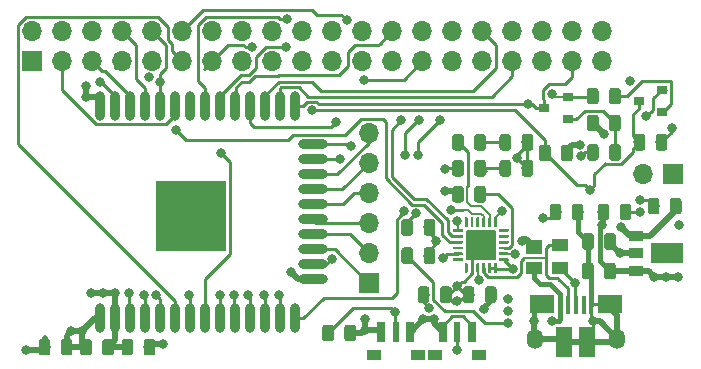
<source format=gbr>
G04 #@! TF.GenerationSoftware,KiCad,Pcbnew,5.0.2-bee76a0~70~ubuntu16.04.1*
G04 #@! TF.CreationDate,2019-08-20T13:37:51-04:00*
G04 #@! TF.ProjectId,ESP32-Zip,45535033-322d-45a6-9970-2e6b69636164,rev?*
G04 #@! TF.SameCoordinates,Original*
G04 #@! TF.FileFunction,Copper,L1,Top*
G04 #@! TF.FilePolarity,Positive*
%FSLAX46Y46*%
G04 Gerber Fmt 4.6, Leading zero omitted, Abs format (unit mm)*
G04 Created by KiCad (PCBNEW 5.0.2-bee76a0~70~ubuntu16.04.1) date mar. 20 août 2019 13:37:51 EDT*
%MOMM*%
%LPD*%
G01*
G04 APERTURE LIST*
G04 #@! TA.AperFunction,ComponentPad*
%ADD10R,1.700000X1.700000*%
G04 #@! TD*
G04 #@! TA.AperFunction,ComponentPad*
%ADD11O,1.700000X1.700000*%
G04 #@! TD*
G04 #@! TA.AperFunction,SMDPad,CuDef*
%ADD12R,1.430000X2.500000*%
G04 #@! TD*
G04 #@! TA.AperFunction,ComponentPad*
%ADD13O,1.350000X1.700000*%
G04 #@! TD*
G04 #@! TA.AperFunction,ComponentPad*
%ADD14O,1.100000X1.500000*%
G04 #@! TD*
G04 #@! TA.AperFunction,SMDPad,CuDef*
%ADD15R,0.400000X1.650000*%
G04 #@! TD*
G04 #@! TA.AperFunction,SMDPad,CuDef*
%ADD16R,2.000000X1.500000*%
G04 #@! TD*
G04 #@! TA.AperFunction,Conductor*
%ADD17C,0.100000*%
G04 #@! TD*
G04 #@! TA.AperFunction,SMDPad,CuDef*
%ADD18C,0.975000*%
G04 #@! TD*
G04 #@! TA.AperFunction,SMDPad,CuDef*
%ADD19R,1.400000X1.200000*%
G04 #@! TD*
G04 #@! TA.AperFunction,SMDPad,CuDef*
%ADD20R,1.400000X1.000000*%
G04 #@! TD*
G04 #@! TA.AperFunction,SMDPad,CuDef*
%ADD21R,1.295400X0.889000*%
G04 #@! TD*
G04 #@! TA.AperFunction,SMDPad,CuDef*
%ADD22R,2.692400X1.701800*%
G04 #@! TD*
G04 #@! TA.AperFunction,SMDPad,CuDef*
%ADD23O,0.900000X2.500000*%
G04 #@! TD*
G04 #@! TA.AperFunction,SMDPad,CuDef*
%ADD24O,2.500000X0.900000*%
G04 #@! TD*
G04 #@! TA.AperFunction,SMDPad,CuDef*
%ADD25R,6.000000X6.000000*%
G04 #@! TD*
G04 #@! TA.AperFunction,SMDPad,CuDef*
%ADD26R,0.750000X1.800000*%
G04 #@! TD*
G04 #@! TA.AperFunction,SMDPad,CuDef*
%ADD27R,0.600000X1.800000*%
G04 #@! TD*
G04 #@! TA.AperFunction,SMDPad,CuDef*
%ADD28R,1.300000X0.900000*%
G04 #@! TD*
G04 #@! TA.AperFunction,SMDPad,CuDef*
%ADD29C,2.600000*%
G04 #@! TD*
G04 #@! TA.AperFunction,SMDPad,CuDef*
%ADD30C,0.250000*%
G04 #@! TD*
G04 #@! TA.AperFunction,SMDPad,CuDef*
%ADD31R,0.900000X0.800000*%
G04 #@! TD*
G04 #@! TA.AperFunction,ViaPad*
%ADD32C,0.800000*%
G04 #@! TD*
G04 #@! TA.AperFunction,Conductor*
%ADD33C,0.250000*%
G04 #@! TD*
G04 #@! TA.AperFunction,Conductor*
%ADD34C,0.500000*%
G04 #@! TD*
G04 #@! TA.AperFunction,Conductor*
%ADD35C,0.200000*%
G04 #@! TD*
G04 #@! TA.AperFunction,Conductor*
%ADD36C,0.400000*%
G04 #@! TD*
G04 APERTURE END LIST*
D10*
G04 #@! TO.P,J4,1*
G04 #@! TO.N,VBus*
X109300000Y-64300000D03*
D11*
G04 #@! TO.P,J4,2*
G04 #@! TO.N,GND*
X106760000Y-64300000D03*
G04 #@! TD*
D10*
G04 #@! TO.P,J3,1*
G04 #@! TO.N,SD2*
X83500000Y-73500000D03*
D11*
G04 #@! TO.P,J3,2*
G04 #@! TO.N,SD3*
X83500000Y-70960000D03*
G04 #@! TO.P,J3,3*
G04 #@! TO.N,CMD*
X83500000Y-68420000D03*
G04 #@! TO.P,J3,4*
G04 #@! TO.N,SDCLK*
X83500000Y-65880000D03*
G04 #@! TO.P,J3,5*
G04 #@! TO.N,SD0*
X83500000Y-63340000D03*
G04 #@! TO.P,J3,6*
G04 #@! TO.N,SD1*
X83500000Y-60800000D03*
G04 #@! TD*
D12*
G04 #@! TO.P,J1,6*
G04 #@! TO.N,GND*
X102000000Y-78520000D03*
X100080000Y-78520000D03*
D13*
X104565000Y-78250000D03*
X97565000Y-78250000D03*
D14*
X103565000Y-75250000D03*
X98565000Y-75250000D03*
D15*
G04 #@! TO.P,J1,5*
X102340000Y-75370000D03*
G04 #@! TO.P,J1,4*
G04 #@! TO.N,Net-(J1-Pad4)*
X101690000Y-75370000D03*
G04 #@! TO.P,J1,3*
G04 #@! TO.N,USB_DP*
X101040000Y-75370000D03*
G04 #@! TO.P,J1,2*
G04 #@! TO.N,USB_DN*
X100390000Y-75370000D03*
G04 #@! TO.P,J1,1*
G04 #@! TO.N,VBus*
X99740000Y-75370000D03*
D16*
G04 #@! TO.P,J1,6*
G04 #@! TO.N,GND*
X103940000Y-75250000D03*
X98190000Y-75270000D03*
G04 #@! TD*
D17*
G04 #@! TO.N,VDD*
G04 #@! TO.C,C3*
G36*
X88430142Y-73801174D02*
X88453803Y-73804684D01*
X88477007Y-73810496D01*
X88499529Y-73818554D01*
X88521153Y-73828782D01*
X88541670Y-73841079D01*
X88560883Y-73855329D01*
X88578607Y-73871393D01*
X88594671Y-73889117D01*
X88608921Y-73908330D01*
X88621218Y-73928847D01*
X88631446Y-73950471D01*
X88639504Y-73972993D01*
X88645316Y-73996197D01*
X88648826Y-74019858D01*
X88650000Y-74043750D01*
X88650000Y-74956250D01*
X88648826Y-74980142D01*
X88645316Y-75003803D01*
X88639504Y-75027007D01*
X88631446Y-75049529D01*
X88621218Y-75071153D01*
X88608921Y-75091670D01*
X88594671Y-75110883D01*
X88578607Y-75128607D01*
X88560883Y-75144671D01*
X88541670Y-75158921D01*
X88521153Y-75171218D01*
X88499529Y-75181446D01*
X88477007Y-75189504D01*
X88453803Y-75195316D01*
X88430142Y-75198826D01*
X88406250Y-75200000D01*
X87918750Y-75200000D01*
X87894858Y-75198826D01*
X87871197Y-75195316D01*
X87847993Y-75189504D01*
X87825471Y-75181446D01*
X87803847Y-75171218D01*
X87783330Y-75158921D01*
X87764117Y-75144671D01*
X87746393Y-75128607D01*
X87730329Y-75110883D01*
X87716079Y-75091670D01*
X87703782Y-75071153D01*
X87693554Y-75049529D01*
X87685496Y-75027007D01*
X87679684Y-75003803D01*
X87676174Y-74980142D01*
X87675000Y-74956250D01*
X87675000Y-74043750D01*
X87676174Y-74019858D01*
X87679684Y-73996197D01*
X87685496Y-73972993D01*
X87693554Y-73950471D01*
X87703782Y-73928847D01*
X87716079Y-73908330D01*
X87730329Y-73889117D01*
X87746393Y-73871393D01*
X87764117Y-73855329D01*
X87783330Y-73841079D01*
X87803847Y-73828782D01*
X87825471Y-73818554D01*
X87847993Y-73810496D01*
X87871197Y-73804684D01*
X87894858Y-73801174D01*
X87918750Y-73800000D01*
X88406250Y-73800000D01*
X88430142Y-73801174D01*
X88430142Y-73801174D01*
G37*
D18*
G04 #@! TD*
G04 #@! TO.P,C3,1*
G04 #@! TO.N,VDD*
X88162500Y-74500000D03*
D17*
G04 #@! TO.N,GND*
G04 #@! TO.C,C3*
G36*
X90305142Y-73801174D02*
X90328803Y-73804684D01*
X90352007Y-73810496D01*
X90374529Y-73818554D01*
X90396153Y-73828782D01*
X90416670Y-73841079D01*
X90435883Y-73855329D01*
X90453607Y-73871393D01*
X90469671Y-73889117D01*
X90483921Y-73908330D01*
X90496218Y-73928847D01*
X90506446Y-73950471D01*
X90514504Y-73972993D01*
X90520316Y-73996197D01*
X90523826Y-74019858D01*
X90525000Y-74043750D01*
X90525000Y-74956250D01*
X90523826Y-74980142D01*
X90520316Y-75003803D01*
X90514504Y-75027007D01*
X90506446Y-75049529D01*
X90496218Y-75071153D01*
X90483921Y-75091670D01*
X90469671Y-75110883D01*
X90453607Y-75128607D01*
X90435883Y-75144671D01*
X90416670Y-75158921D01*
X90396153Y-75171218D01*
X90374529Y-75181446D01*
X90352007Y-75189504D01*
X90328803Y-75195316D01*
X90305142Y-75198826D01*
X90281250Y-75200000D01*
X89793750Y-75200000D01*
X89769858Y-75198826D01*
X89746197Y-75195316D01*
X89722993Y-75189504D01*
X89700471Y-75181446D01*
X89678847Y-75171218D01*
X89658330Y-75158921D01*
X89639117Y-75144671D01*
X89621393Y-75128607D01*
X89605329Y-75110883D01*
X89591079Y-75091670D01*
X89578782Y-75071153D01*
X89568554Y-75049529D01*
X89560496Y-75027007D01*
X89554684Y-75003803D01*
X89551174Y-74980142D01*
X89550000Y-74956250D01*
X89550000Y-74043750D01*
X89551174Y-74019858D01*
X89554684Y-73996197D01*
X89560496Y-73972993D01*
X89568554Y-73950471D01*
X89578782Y-73928847D01*
X89591079Y-73908330D01*
X89605329Y-73889117D01*
X89621393Y-73871393D01*
X89639117Y-73855329D01*
X89658330Y-73841079D01*
X89678847Y-73828782D01*
X89700471Y-73818554D01*
X89722993Y-73810496D01*
X89746197Y-73804684D01*
X89769858Y-73801174D01*
X89793750Y-73800000D01*
X90281250Y-73800000D01*
X90305142Y-73801174D01*
X90305142Y-73801174D01*
G37*
D18*
G04 #@! TD*
G04 #@! TO.P,C3,2*
G04 #@! TO.N,GND*
X90037500Y-74500000D03*
D10*
G04 #@! TO.P,J2,1*
G04 #@! TO.N,VDD*
X55000000Y-54750000D03*
D11*
G04 #@! TO.P,J2,2*
X55000000Y-52210000D03*
G04 #@! TO.P,J2,3*
G04 #@! TO.N,IO21*
X57540000Y-54750000D03*
G04 #@! TO.P,J2,4*
G04 #@! TO.N,VDD*
X57540000Y-52210000D03*
G04 #@! TO.P,J2,5*
G04 #@! TO.N,IO22*
X60080000Y-54750000D03*
G04 #@! TO.P,J2,6*
G04 #@! TO.N,GND*
X60080000Y-52210000D03*
G04 #@! TO.P,J2,7*
G04 #@! TO.N,IO23*
X62620000Y-54750000D03*
G04 #@! TO.P,J2,8*
G04 #@! TO.N,TxD*
X62620000Y-52210000D03*
G04 #@! TO.P,J2,9*
G04 #@! TO.N,GND*
X65160000Y-54750000D03*
G04 #@! TO.P,J2,10*
G04 #@! TO.N,RxD*
X65160000Y-52210000D03*
G04 #@! TO.P,J2,11*
G04 #@! TO.N,IO34*
X67700000Y-54750000D03*
G04 #@! TO.P,J2,12*
G04 #@! TO.N,EN*
X67700000Y-52210000D03*
G04 #@! TO.P,J2,13*
G04 #@! TO.N,IO35*
X70240000Y-54750000D03*
G04 #@! TO.P,J2,14*
G04 #@! TO.N,GND*
X70240000Y-52210000D03*
G04 #@! TO.P,J2,15*
G04 #@! TO.N,IO32*
X72780000Y-54750000D03*
G04 #@! TO.P,J2,16*
G04 #@! TO.N,SENSOR_VN*
X72780000Y-52210000D03*
G04 #@! TO.P,J2,17*
G04 #@! TO.N,VDD*
X75320000Y-54750000D03*
G04 #@! TO.P,J2,18*
G04 #@! TO.N,SENSOR_VP*
X75320000Y-52210000D03*
G04 #@! TO.P,J2,19*
G04 #@! TO.N,IO33*
X77860000Y-54750000D03*
G04 #@! TO.P,J2,20*
G04 #@! TO.N,GND*
X77860000Y-52210000D03*
G04 #@! TO.P,J2,21*
G04 #@! TO.N,IO25*
X80400000Y-54750000D03*
G04 #@! TO.P,J2,22*
G04 #@! TO.N,IO19*
X80400000Y-52210000D03*
G04 #@! TO.P,J2,23*
G04 #@! TO.N,IO26*
X82940000Y-54750000D03*
G04 #@! TO.P,J2,24*
G04 #@! TO.N,IO18*
X82940000Y-52210000D03*
G04 #@! TO.P,J2,25*
G04 #@! TO.N,GND*
X85480000Y-54750000D03*
G04 #@! TO.P,J2,26*
G04 #@! TO.N,IO5*
X85480000Y-52210000D03*
G04 #@! TO.P,J2,27*
G04 #@! TO.N,IO27*
X88020000Y-54750000D03*
G04 #@! TO.P,J2,28*
G04 #@! TO.N,IO17*
X88020000Y-52210000D03*
G04 #@! TO.P,J2,29*
G04 #@! TO.N,IO14*
X90560000Y-54750000D03*
G04 #@! TO.P,J2,30*
G04 #@! TO.N,GND*
X90560000Y-52210000D03*
G04 #@! TO.P,J2,31*
G04 #@! TO.N,IO12*
X93100000Y-54750000D03*
G04 #@! TO.P,J2,32*
G04 #@! TO.N,IO16*
X93100000Y-52210000D03*
G04 #@! TO.P,J2,33*
G04 #@! TO.N,IO4*
X95640000Y-54750000D03*
G04 #@! TO.P,J2,34*
G04 #@! TO.N,GND*
X95640000Y-52210000D03*
G04 #@! TO.P,J2,35*
G04 #@! TO.N,IO2*
X98180000Y-54750000D03*
G04 #@! TO.P,J2,36*
G04 #@! TO.N,IO13*
X98180000Y-52210000D03*
G04 #@! TO.P,J2,37*
G04 #@! TO.N,IO0*
X100720000Y-54750000D03*
G04 #@! TO.P,J2,38*
G04 #@! TO.N,IO15*
X100720000Y-52210000D03*
G04 #@! TO.P,J2,39*
G04 #@! TO.N,GND*
X103260000Y-54750000D03*
G04 #@! TO.P,J2,40*
G04 #@! TO.N,VDD*
X103260000Y-52210000D03*
G04 #@! TD*
D17*
G04 #@! TO.N,GND*
G04 #@! TO.C,D2*
G36*
X109767642Y-66301174D02*
X109791303Y-66304684D01*
X109814507Y-66310496D01*
X109837029Y-66318554D01*
X109858653Y-66328782D01*
X109879170Y-66341079D01*
X109898383Y-66355329D01*
X109916107Y-66371393D01*
X109932171Y-66389117D01*
X109946421Y-66408330D01*
X109958718Y-66428847D01*
X109968946Y-66450471D01*
X109977004Y-66472993D01*
X109982816Y-66496197D01*
X109986326Y-66519858D01*
X109987500Y-66543750D01*
X109987500Y-67456250D01*
X109986326Y-67480142D01*
X109982816Y-67503803D01*
X109977004Y-67527007D01*
X109968946Y-67549529D01*
X109958718Y-67571153D01*
X109946421Y-67591670D01*
X109932171Y-67610883D01*
X109916107Y-67628607D01*
X109898383Y-67644671D01*
X109879170Y-67658921D01*
X109858653Y-67671218D01*
X109837029Y-67681446D01*
X109814507Y-67689504D01*
X109791303Y-67695316D01*
X109767642Y-67698826D01*
X109743750Y-67700000D01*
X109256250Y-67700000D01*
X109232358Y-67698826D01*
X109208697Y-67695316D01*
X109185493Y-67689504D01*
X109162971Y-67681446D01*
X109141347Y-67671218D01*
X109120830Y-67658921D01*
X109101617Y-67644671D01*
X109083893Y-67628607D01*
X109067829Y-67610883D01*
X109053579Y-67591670D01*
X109041282Y-67571153D01*
X109031054Y-67549529D01*
X109022996Y-67527007D01*
X109017184Y-67503803D01*
X109013674Y-67480142D01*
X109012500Y-67456250D01*
X109012500Y-66543750D01*
X109013674Y-66519858D01*
X109017184Y-66496197D01*
X109022996Y-66472993D01*
X109031054Y-66450471D01*
X109041282Y-66428847D01*
X109053579Y-66408330D01*
X109067829Y-66389117D01*
X109083893Y-66371393D01*
X109101617Y-66355329D01*
X109120830Y-66341079D01*
X109141347Y-66328782D01*
X109162971Y-66318554D01*
X109185493Y-66310496D01*
X109208697Y-66304684D01*
X109232358Y-66301174D01*
X109256250Y-66300000D01*
X109743750Y-66300000D01*
X109767642Y-66301174D01*
X109767642Y-66301174D01*
G37*
D18*
G04 #@! TD*
G04 #@! TO.P,D2,1*
G04 #@! TO.N,GND*
X109500000Y-67000000D03*
D17*
G04 #@! TO.N,Net-(D2-Pad2)*
G04 #@! TO.C,D2*
G36*
X107892642Y-66301174D02*
X107916303Y-66304684D01*
X107939507Y-66310496D01*
X107962029Y-66318554D01*
X107983653Y-66328782D01*
X108004170Y-66341079D01*
X108023383Y-66355329D01*
X108041107Y-66371393D01*
X108057171Y-66389117D01*
X108071421Y-66408330D01*
X108083718Y-66428847D01*
X108093946Y-66450471D01*
X108102004Y-66472993D01*
X108107816Y-66496197D01*
X108111326Y-66519858D01*
X108112500Y-66543750D01*
X108112500Y-67456250D01*
X108111326Y-67480142D01*
X108107816Y-67503803D01*
X108102004Y-67527007D01*
X108093946Y-67549529D01*
X108083718Y-67571153D01*
X108071421Y-67591670D01*
X108057171Y-67610883D01*
X108041107Y-67628607D01*
X108023383Y-67644671D01*
X108004170Y-67658921D01*
X107983653Y-67671218D01*
X107962029Y-67681446D01*
X107939507Y-67689504D01*
X107916303Y-67695316D01*
X107892642Y-67698826D01*
X107868750Y-67700000D01*
X107381250Y-67700000D01*
X107357358Y-67698826D01*
X107333697Y-67695316D01*
X107310493Y-67689504D01*
X107287971Y-67681446D01*
X107266347Y-67671218D01*
X107245830Y-67658921D01*
X107226617Y-67644671D01*
X107208893Y-67628607D01*
X107192829Y-67610883D01*
X107178579Y-67591670D01*
X107166282Y-67571153D01*
X107156054Y-67549529D01*
X107147996Y-67527007D01*
X107142184Y-67503803D01*
X107138674Y-67480142D01*
X107137500Y-67456250D01*
X107137500Y-66543750D01*
X107138674Y-66519858D01*
X107142184Y-66496197D01*
X107147996Y-66472993D01*
X107156054Y-66450471D01*
X107166282Y-66428847D01*
X107178579Y-66408330D01*
X107192829Y-66389117D01*
X107208893Y-66371393D01*
X107226617Y-66355329D01*
X107245830Y-66341079D01*
X107266347Y-66328782D01*
X107287971Y-66318554D01*
X107310493Y-66310496D01*
X107333697Y-66304684D01*
X107357358Y-66301174D01*
X107381250Y-66300000D01*
X107868750Y-66300000D01*
X107892642Y-66301174D01*
X107892642Y-66301174D01*
G37*
D18*
G04 #@! TD*
G04 #@! TO.P,D2,2*
G04 #@! TO.N,Net-(D2-Pad2)*
X107625000Y-67000000D03*
D19*
G04 #@! TO.P,D1,1*
G04 #@! TO.N,GND*
X97500000Y-70500000D03*
D20*
G04 #@! TO.P,D1,2*
G04 #@! TO.N,VBus*
X97500000Y-72220000D03*
G04 #@! TO.P,D1,3*
G04 #@! TO.N,USB_DP*
X99700000Y-72220000D03*
G04 #@! TO.P,D1,4*
G04 #@! TO.N,USB_DN*
X99700000Y-70320000D03*
G04 #@! TD*
D21*
G04 #@! TO.P,U1,1*
G04 #@! TO.N,GND*
X106145800Y-69500000D03*
G04 #@! TO.P,U1,2*
G04 #@! TO.N,VBus*
X106145800Y-71000000D03*
G04 #@! TO.P,U1,3*
G04 #@! TO.N,VDD*
X106145800Y-72500000D03*
D22*
G04 #@! TO.P,U1,4*
G04 #@! TO.N,N/C*
X108749300Y-71000000D03*
G04 #@! TD*
D23*
G04 #@! TO.P,U3,38*
G04 #@! TO.N,GND*
X60750000Y-58500000D03*
G04 #@! TO.P,U3,37*
G04 #@! TO.N,IO23*
X62020000Y-58500000D03*
G04 #@! TO.P,U3,36*
G04 #@! TO.N,IO22*
X63290000Y-58500000D03*
G04 #@! TO.P,U3,35*
G04 #@! TO.N,TxD*
X64560000Y-58500000D03*
G04 #@! TO.P,U3,34*
G04 #@! TO.N,RxD*
X65830000Y-58500000D03*
G04 #@! TO.P,U3,33*
G04 #@! TO.N,IO21*
X67100000Y-58500000D03*
G04 #@! TO.P,U3,32*
G04 #@! TO.N,Net-(U3-Pad32)*
X68370000Y-58500000D03*
G04 #@! TO.P,U3,31*
G04 #@! TO.N,IO19*
X69640000Y-58500000D03*
G04 #@! TO.P,U3,30*
G04 #@! TO.N,IO18*
X70910000Y-58500000D03*
G04 #@! TO.P,U3,29*
G04 #@! TO.N,IO5*
X72180000Y-58500000D03*
G04 #@! TO.P,U3,28*
G04 #@! TO.N,IO17*
X73450000Y-58500000D03*
G04 #@! TO.P,U3,27*
G04 #@! TO.N,IO16*
X74720000Y-58500000D03*
G04 #@! TO.P,U3,26*
G04 #@! TO.N,IO4*
X75990000Y-58500000D03*
G04 #@! TO.P,U3,25*
G04 #@! TO.N,IO0*
X77260000Y-58500000D03*
D24*
G04 #@! TO.P,U3,24*
G04 #@! TO.N,IO2*
X78750000Y-61785000D03*
G04 #@! TO.P,U3,23*
G04 #@! TO.N,IO15*
X78750000Y-63055000D03*
G04 #@! TO.P,U3,22*
G04 #@! TO.N,SD1*
X78750000Y-64325000D03*
G04 #@! TO.P,U3,21*
G04 #@! TO.N,SD0*
X78750000Y-65595000D03*
G04 #@! TO.P,U3,20*
G04 #@! TO.N,SDCLK*
X78750000Y-66865000D03*
G04 #@! TO.P,U3,19*
G04 #@! TO.N,CMD*
X78750000Y-68135000D03*
G04 #@! TO.P,U3,18*
G04 #@! TO.N,SD3*
X78750000Y-69405000D03*
G04 #@! TO.P,U3,17*
G04 #@! TO.N,SD2*
X78750000Y-70675000D03*
G04 #@! TO.P,U3,16*
G04 #@! TO.N,IO13*
X78750000Y-71945000D03*
G04 #@! TO.P,U3,15*
G04 #@! TO.N,GND*
X78750000Y-73215000D03*
D23*
G04 #@! TO.P,U3,14*
G04 #@! TO.N,IO12*
X77260000Y-76500000D03*
G04 #@! TO.P,U3,13*
G04 #@! TO.N,IO14*
X75990000Y-76500000D03*
G04 #@! TO.P,U3,12*
G04 #@! TO.N,IO27*
X74720000Y-76500000D03*
G04 #@! TO.P,U3,11*
G04 #@! TO.N,IO26*
X73450000Y-76500000D03*
G04 #@! TO.P,U3,10*
G04 #@! TO.N,IO25*
X72180000Y-76500000D03*
G04 #@! TO.P,U3,9*
G04 #@! TO.N,IO33*
X70910000Y-76500000D03*
G04 #@! TO.P,U3,8*
G04 #@! TO.N,IO32*
X69640000Y-76500000D03*
G04 #@! TO.P,U3,7*
G04 #@! TO.N,IO35*
X68370000Y-76500000D03*
G04 #@! TO.P,U3,6*
G04 #@! TO.N,IO34*
X67100000Y-76500000D03*
G04 #@! TO.P,U3,5*
G04 #@! TO.N,SENSOR_VN*
X65830000Y-76500000D03*
G04 #@! TO.P,U3,4*
G04 #@! TO.N,SENSOR_VP*
X64560000Y-76500000D03*
G04 #@! TO.P,U3,3*
G04 #@! TO.N,EN*
X63290000Y-76500000D03*
G04 #@! TO.P,U3,2*
G04 #@! TO.N,VDD*
X62020000Y-76500000D03*
G04 #@! TO.P,U3,1*
G04 #@! TO.N,GND*
X60750000Y-76500000D03*
D25*
G04 #@! TO.P,U3,39*
X68450000Y-67800000D03*
G04 #@! TD*
D26*
G04 #@! TO.P,SW2,1*
G04 #@! TO.N,GND*
X89775000Y-77650000D03*
D27*
G04 #@! TO.P,SW2,2*
G04 #@! TO.N,EN*
X91000000Y-77650000D03*
D26*
G04 #@! TO.P,SW2,1*
G04 #@! TO.N,GND*
X92225000Y-77650000D03*
D28*
G04 #@! TO.P,SW2,*
G04 #@! TO.N,*
X92850000Y-79600000D03*
X89150000Y-79600000D03*
G04 #@! TD*
G04 #@! TO.P,SW1,*
G04 #@! TO.N,*
X83950000Y-79600000D03*
X87650000Y-79600000D03*
D26*
G04 #@! TO.P,SW1,1*
G04 #@! TO.N,GND*
X87025000Y-77650000D03*
D27*
G04 #@! TO.P,SW1,2*
G04 #@! TO.N,IO0*
X85800000Y-77650000D03*
D26*
G04 #@! TO.P,SW1,1*
G04 #@! TO.N,GND*
X84575000Y-77650000D03*
G04 #@! TD*
D17*
G04 #@! TO.N,GND*
G04 #@! TO.C,C10*
G36*
X58205142Y-78251174D02*
X58228803Y-78254684D01*
X58252007Y-78260496D01*
X58274529Y-78268554D01*
X58296153Y-78278782D01*
X58316670Y-78291079D01*
X58335883Y-78305329D01*
X58353607Y-78321393D01*
X58369671Y-78339117D01*
X58383921Y-78358330D01*
X58396218Y-78378847D01*
X58406446Y-78400471D01*
X58414504Y-78422993D01*
X58420316Y-78446197D01*
X58423826Y-78469858D01*
X58425000Y-78493750D01*
X58425000Y-79406250D01*
X58423826Y-79430142D01*
X58420316Y-79453803D01*
X58414504Y-79477007D01*
X58406446Y-79499529D01*
X58396218Y-79521153D01*
X58383921Y-79541670D01*
X58369671Y-79560883D01*
X58353607Y-79578607D01*
X58335883Y-79594671D01*
X58316670Y-79608921D01*
X58296153Y-79621218D01*
X58274529Y-79631446D01*
X58252007Y-79639504D01*
X58228803Y-79645316D01*
X58205142Y-79648826D01*
X58181250Y-79650000D01*
X57693750Y-79650000D01*
X57669858Y-79648826D01*
X57646197Y-79645316D01*
X57622993Y-79639504D01*
X57600471Y-79631446D01*
X57578847Y-79621218D01*
X57558330Y-79608921D01*
X57539117Y-79594671D01*
X57521393Y-79578607D01*
X57505329Y-79560883D01*
X57491079Y-79541670D01*
X57478782Y-79521153D01*
X57468554Y-79499529D01*
X57460496Y-79477007D01*
X57454684Y-79453803D01*
X57451174Y-79430142D01*
X57450000Y-79406250D01*
X57450000Y-78493750D01*
X57451174Y-78469858D01*
X57454684Y-78446197D01*
X57460496Y-78422993D01*
X57468554Y-78400471D01*
X57478782Y-78378847D01*
X57491079Y-78358330D01*
X57505329Y-78339117D01*
X57521393Y-78321393D01*
X57539117Y-78305329D01*
X57558330Y-78291079D01*
X57578847Y-78278782D01*
X57600471Y-78268554D01*
X57622993Y-78260496D01*
X57646197Y-78254684D01*
X57669858Y-78251174D01*
X57693750Y-78250000D01*
X58181250Y-78250000D01*
X58205142Y-78251174D01*
X58205142Y-78251174D01*
G37*
D18*
G04 #@! TD*
G04 #@! TO.P,C10,2*
G04 #@! TO.N,GND*
X57937500Y-78950000D03*
D17*
G04 #@! TO.N,VDD*
G04 #@! TO.C,C10*
G36*
X56330142Y-78251174D02*
X56353803Y-78254684D01*
X56377007Y-78260496D01*
X56399529Y-78268554D01*
X56421153Y-78278782D01*
X56441670Y-78291079D01*
X56460883Y-78305329D01*
X56478607Y-78321393D01*
X56494671Y-78339117D01*
X56508921Y-78358330D01*
X56521218Y-78378847D01*
X56531446Y-78400471D01*
X56539504Y-78422993D01*
X56545316Y-78446197D01*
X56548826Y-78469858D01*
X56550000Y-78493750D01*
X56550000Y-79406250D01*
X56548826Y-79430142D01*
X56545316Y-79453803D01*
X56539504Y-79477007D01*
X56531446Y-79499529D01*
X56521218Y-79521153D01*
X56508921Y-79541670D01*
X56494671Y-79560883D01*
X56478607Y-79578607D01*
X56460883Y-79594671D01*
X56441670Y-79608921D01*
X56421153Y-79621218D01*
X56399529Y-79631446D01*
X56377007Y-79639504D01*
X56353803Y-79645316D01*
X56330142Y-79648826D01*
X56306250Y-79650000D01*
X55818750Y-79650000D01*
X55794858Y-79648826D01*
X55771197Y-79645316D01*
X55747993Y-79639504D01*
X55725471Y-79631446D01*
X55703847Y-79621218D01*
X55683330Y-79608921D01*
X55664117Y-79594671D01*
X55646393Y-79578607D01*
X55630329Y-79560883D01*
X55616079Y-79541670D01*
X55603782Y-79521153D01*
X55593554Y-79499529D01*
X55585496Y-79477007D01*
X55579684Y-79453803D01*
X55576174Y-79430142D01*
X55575000Y-79406250D01*
X55575000Y-78493750D01*
X55576174Y-78469858D01*
X55579684Y-78446197D01*
X55585496Y-78422993D01*
X55593554Y-78400471D01*
X55603782Y-78378847D01*
X55616079Y-78358330D01*
X55630329Y-78339117D01*
X55646393Y-78321393D01*
X55664117Y-78305329D01*
X55683330Y-78291079D01*
X55703847Y-78278782D01*
X55725471Y-78268554D01*
X55747993Y-78260496D01*
X55771197Y-78254684D01*
X55794858Y-78251174D01*
X55818750Y-78250000D01*
X56306250Y-78250000D01*
X56330142Y-78251174D01*
X56330142Y-78251174D01*
G37*
D18*
G04 #@! TD*
G04 #@! TO.P,C10,1*
G04 #@! TO.N,VDD*
X56062500Y-78950000D03*
D17*
G04 #@! TO.N,VDD*
G04 #@! TO.C,C9*
G36*
X61705142Y-78251174D02*
X61728803Y-78254684D01*
X61752007Y-78260496D01*
X61774529Y-78268554D01*
X61796153Y-78278782D01*
X61816670Y-78291079D01*
X61835883Y-78305329D01*
X61853607Y-78321393D01*
X61869671Y-78339117D01*
X61883921Y-78358330D01*
X61896218Y-78378847D01*
X61906446Y-78400471D01*
X61914504Y-78422993D01*
X61920316Y-78446197D01*
X61923826Y-78469858D01*
X61925000Y-78493750D01*
X61925000Y-79406250D01*
X61923826Y-79430142D01*
X61920316Y-79453803D01*
X61914504Y-79477007D01*
X61906446Y-79499529D01*
X61896218Y-79521153D01*
X61883921Y-79541670D01*
X61869671Y-79560883D01*
X61853607Y-79578607D01*
X61835883Y-79594671D01*
X61816670Y-79608921D01*
X61796153Y-79621218D01*
X61774529Y-79631446D01*
X61752007Y-79639504D01*
X61728803Y-79645316D01*
X61705142Y-79648826D01*
X61681250Y-79650000D01*
X61193750Y-79650000D01*
X61169858Y-79648826D01*
X61146197Y-79645316D01*
X61122993Y-79639504D01*
X61100471Y-79631446D01*
X61078847Y-79621218D01*
X61058330Y-79608921D01*
X61039117Y-79594671D01*
X61021393Y-79578607D01*
X61005329Y-79560883D01*
X60991079Y-79541670D01*
X60978782Y-79521153D01*
X60968554Y-79499529D01*
X60960496Y-79477007D01*
X60954684Y-79453803D01*
X60951174Y-79430142D01*
X60950000Y-79406250D01*
X60950000Y-78493750D01*
X60951174Y-78469858D01*
X60954684Y-78446197D01*
X60960496Y-78422993D01*
X60968554Y-78400471D01*
X60978782Y-78378847D01*
X60991079Y-78358330D01*
X61005329Y-78339117D01*
X61021393Y-78321393D01*
X61039117Y-78305329D01*
X61058330Y-78291079D01*
X61078847Y-78278782D01*
X61100471Y-78268554D01*
X61122993Y-78260496D01*
X61146197Y-78254684D01*
X61169858Y-78251174D01*
X61193750Y-78250000D01*
X61681250Y-78250000D01*
X61705142Y-78251174D01*
X61705142Y-78251174D01*
G37*
D18*
G04 #@! TD*
G04 #@! TO.P,C9,1*
G04 #@! TO.N,VDD*
X61437500Y-78950000D03*
D17*
G04 #@! TO.N,GND*
G04 #@! TO.C,C9*
G36*
X59830142Y-78251174D02*
X59853803Y-78254684D01*
X59877007Y-78260496D01*
X59899529Y-78268554D01*
X59921153Y-78278782D01*
X59941670Y-78291079D01*
X59960883Y-78305329D01*
X59978607Y-78321393D01*
X59994671Y-78339117D01*
X60008921Y-78358330D01*
X60021218Y-78378847D01*
X60031446Y-78400471D01*
X60039504Y-78422993D01*
X60045316Y-78446197D01*
X60048826Y-78469858D01*
X60050000Y-78493750D01*
X60050000Y-79406250D01*
X60048826Y-79430142D01*
X60045316Y-79453803D01*
X60039504Y-79477007D01*
X60031446Y-79499529D01*
X60021218Y-79521153D01*
X60008921Y-79541670D01*
X59994671Y-79560883D01*
X59978607Y-79578607D01*
X59960883Y-79594671D01*
X59941670Y-79608921D01*
X59921153Y-79621218D01*
X59899529Y-79631446D01*
X59877007Y-79639504D01*
X59853803Y-79645316D01*
X59830142Y-79648826D01*
X59806250Y-79650000D01*
X59318750Y-79650000D01*
X59294858Y-79648826D01*
X59271197Y-79645316D01*
X59247993Y-79639504D01*
X59225471Y-79631446D01*
X59203847Y-79621218D01*
X59183330Y-79608921D01*
X59164117Y-79594671D01*
X59146393Y-79578607D01*
X59130329Y-79560883D01*
X59116079Y-79541670D01*
X59103782Y-79521153D01*
X59093554Y-79499529D01*
X59085496Y-79477007D01*
X59079684Y-79453803D01*
X59076174Y-79430142D01*
X59075000Y-79406250D01*
X59075000Y-78493750D01*
X59076174Y-78469858D01*
X59079684Y-78446197D01*
X59085496Y-78422993D01*
X59093554Y-78400471D01*
X59103782Y-78378847D01*
X59116079Y-78358330D01*
X59130329Y-78339117D01*
X59146393Y-78321393D01*
X59164117Y-78305329D01*
X59183330Y-78291079D01*
X59203847Y-78278782D01*
X59225471Y-78268554D01*
X59247993Y-78260496D01*
X59271197Y-78254684D01*
X59294858Y-78251174D01*
X59318750Y-78250000D01*
X59806250Y-78250000D01*
X59830142Y-78251174D01*
X59830142Y-78251174D01*
G37*
D18*
G04 #@! TD*
G04 #@! TO.P,C9,2*
G04 #@! TO.N,GND*
X59562500Y-78950000D03*
D17*
G04 #@! TO.N,GND*
G04 #@! TO.C,C8*
G36*
X65205142Y-78251174D02*
X65228803Y-78254684D01*
X65252007Y-78260496D01*
X65274529Y-78268554D01*
X65296153Y-78278782D01*
X65316670Y-78291079D01*
X65335883Y-78305329D01*
X65353607Y-78321393D01*
X65369671Y-78339117D01*
X65383921Y-78358330D01*
X65396218Y-78378847D01*
X65406446Y-78400471D01*
X65414504Y-78422993D01*
X65420316Y-78446197D01*
X65423826Y-78469858D01*
X65425000Y-78493750D01*
X65425000Y-79406250D01*
X65423826Y-79430142D01*
X65420316Y-79453803D01*
X65414504Y-79477007D01*
X65406446Y-79499529D01*
X65396218Y-79521153D01*
X65383921Y-79541670D01*
X65369671Y-79560883D01*
X65353607Y-79578607D01*
X65335883Y-79594671D01*
X65316670Y-79608921D01*
X65296153Y-79621218D01*
X65274529Y-79631446D01*
X65252007Y-79639504D01*
X65228803Y-79645316D01*
X65205142Y-79648826D01*
X65181250Y-79650000D01*
X64693750Y-79650000D01*
X64669858Y-79648826D01*
X64646197Y-79645316D01*
X64622993Y-79639504D01*
X64600471Y-79631446D01*
X64578847Y-79621218D01*
X64558330Y-79608921D01*
X64539117Y-79594671D01*
X64521393Y-79578607D01*
X64505329Y-79560883D01*
X64491079Y-79541670D01*
X64478782Y-79521153D01*
X64468554Y-79499529D01*
X64460496Y-79477007D01*
X64454684Y-79453803D01*
X64451174Y-79430142D01*
X64450000Y-79406250D01*
X64450000Y-78493750D01*
X64451174Y-78469858D01*
X64454684Y-78446197D01*
X64460496Y-78422993D01*
X64468554Y-78400471D01*
X64478782Y-78378847D01*
X64491079Y-78358330D01*
X64505329Y-78339117D01*
X64521393Y-78321393D01*
X64539117Y-78305329D01*
X64558330Y-78291079D01*
X64578847Y-78278782D01*
X64600471Y-78268554D01*
X64622993Y-78260496D01*
X64646197Y-78254684D01*
X64669858Y-78251174D01*
X64693750Y-78250000D01*
X65181250Y-78250000D01*
X65205142Y-78251174D01*
X65205142Y-78251174D01*
G37*
D18*
G04 #@! TD*
G04 #@! TO.P,C8,2*
G04 #@! TO.N,GND*
X64937500Y-78950000D03*
D17*
G04 #@! TO.N,VDD*
G04 #@! TO.C,C8*
G36*
X63330142Y-78251174D02*
X63353803Y-78254684D01*
X63377007Y-78260496D01*
X63399529Y-78268554D01*
X63421153Y-78278782D01*
X63441670Y-78291079D01*
X63460883Y-78305329D01*
X63478607Y-78321393D01*
X63494671Y-78339117D01*
X63508921Y-78358330D01*
X63521218Y-78378847D01*
X63531446Y-78400471D01*
X63539504Y-78422993D01*
X63545316Y-78446197D01*
X63548826Y-78469858D01*
X63550000Y-78493750D01*
X63550000Y-79406250D01*
X63548826Y-79430142D01*
X63545316Y-79453803D01*
X63539504Y-79477007D01*
X63531446Y-79499529D01*
X63521218Y-79521153D01*
X63508921Y-79541670D01*
X63494671Y-79560883D01*
X63478607Y-79578607D01*
X63460883Y-79594671D01*
X63441670Y-79608921D01*
X63421153Y-79621218D01*
X63399529Y-79631446D01*
X63377007Y-79639504D01*
X63353803Y-79645316D01*
X63330142Y-79648826D01*
X63306250Y-79650000D01*
X62818750Y-79650000D01*
X62794858Y-79648826D01*
X62771197Y-79645316D01*
X62747993Y-79639504D01*
X62725471Y-79631446D01*
X62703847Y-79621218D01*
X62683330Y-79608921D01*
X62664117Y-79594671D01*
X62646393Y-79578607D01*
X62630329Y-79560883D01*
X62616079Y-79541670D01*
X62603782Y-79521153D01*
X62593554Y-79499529D01*
X62585496Y-79477007D01*
X62579684Y-79453803D01*
X62576174Y-79430142D01*
X62575000Y-79406250D01*
X62575000Y-78493750D01*
X62576174Y-78469858D01*
X62579684Y-78446197D01*
X62585496Y-78422993D01*
X62593554Y-78400471D01*
X62603782Y-78378847D01*
X62616079Y-78358330D01*
X62630329Y-78339117D01*
X62646393Y-78321393D01*
X62664117Y-78305329D01*
X62683330Y-78291079D01*
X62703847Y-78278782D01*
X62725471Y-78268554D01*
X62747993Y-78260496D01*
X62771197Y-78254684D01*
X62794858Y-78251174D01*
X62818750Y-78250000D01*
X63306250Y-78250000D01*
X63330142Y-78251174D01*
X63330142Y-78251174D01*
G37*
D18*
G04 #@! TD*
G04 #@! TO.P,C8,1*
G04 #@! TO.N,VDD*
X63062500Y-78950000D03*
D17*
G04 #@! TO.N,VDD*
G04 #@! TO.C,C6*
G36*
X104205142Y-71801174D02*
X104228803Y-71804684D01*
X104252007Y-71810496D01*
X104274529Y-71818554D01*
X104296153Y-71828782D01*
X104316670Y-71841079D01*
X104335883Y-71855329D01*
X104353607Y-71871393D01*
X104369671Y-71889117D01*
X104383921Y-71908330D01*
X104396218Y-71928847D01*
X104406446Y-71950471D01*
X104414504Y-71972993D01*
X104420316Y-71996197D01*
X104423826Y-72019858D01*
X104425000Y-72043750D01*
X104425000Y-72956250D01*
X104423826Y-72980142D01*
X104420316Y-73003803D01*
X104414504Y-73027007D01*
X104406446Y-73049529D01*
X104396218Y-73071153D01*
X104383921Y-73091670D01*
X104369671Y-73110883D01*
X104353607Y-73128607D01*
X104335883Y-73144671D01*
X104316670Y-73158921D01*
X104296153Y-73171218D01*
X104274529Y-73181446D01*
X104252007Y-73189504D01*
X104228803Y-73195316D01*
X104205142Y-73198826D01*
X104181250Y-73200000D01*
X103693750Y-73200000D01*
X103669858Y-73198826D01*
X103646197Y-73195316D01*
X103622993Y-73189504D01*
X103600471Y-73181446D01*
X103578847Y-73171218D01*
X103558330Y-73158921D01*
X103539117Y-73144671D01*
X103521393Y-73128607D01*
X103505329Y-73110883D01*
X103491079Y-73091670D01*
X103478782Y-73071153D01*
X103468554Y-73049529D01*
X103460496Y-73027007D01*
X103454684Y-73003803D01*
X103451174Y-72980142D01*
X103450000Y-72956250D01*
X103450000Y-72043750D01*
X103451174Y-72019858D01*
X103454684Y-71996197D01*
X103460496Y-71972993D01*
X103468554Y-71950471D01*
X103478782Y-71928847D01*
X103491079Y-71908330D01*
X103505329Y-71889117D01*
X103521393Y-71871393D01*
X103539117Y-71855329D01*
X103558330Y-71841079D01*
X103578847Y-71828782D01*
X103600471Y-71818554D01*
X103622993Y-71810496D01*
X103646197Y-71804684D01*
X103669858Y-71801174D01*
X103693750Y-71800000D01*
X104181250Y-71800000D01*
X104205142Y-71801174D01*
X104205142Y-71801174D01*
G37*
D18*
G04 #@! TD*
G04 #@! TO.P,C6,1*
G04 #@! TO.N,VDD*
X103937500Y-72500000D03*
D17*
G04 #@! TO.N,GND*
G04 #@! TO.C,C6*
G36*
X102330142Y-71801174D02*
X102353803Y-71804684D01*
X102377007Y-71810496D01*
X102399529Y-71818554D01*
X102421153Y-71828782D01*
X102441670Y-71841079D01*
X102460883Y-71855329D01*
X102478607Y-71871393D01*
X102494671Y-71889117D01*
X102508921Y-71908330D01*
X102521218Y-71928847D01*
X102531446Y-71950471D01*
X102539504Y-71972993D01*
X102545316Y-71996197D01*
X102548826Y-72019858D01*
X102550000Y-72043750D01*
X102550000Y-72956250D01*
X102548826Y-72980142D01*
X102545316Y-73003803D01*
X102539504Y-73027007D01*
X102531446Y-73049529D01*
X102521218Y-73071153D01*
X102508921Y-73091670D01*
X102494671Y-73110883D01*
X102478607Y-73128607D01*
X102460883Y-73144671D01*
X102441670Y-73158921D01*
X102421153Y-73171218D01*
X102399529Y-73181446D01*
X102377007Y-73189504D01*
X102353803Y-73195316D01*
X102330142Y-73198826D01*
X102306250Y-73200000D01*
X101818750Y-73200000D01*
X101794858Y-73198826D01*
X101771197Y-73195316D01*
X101747993Y-73189504D01*
X101725471Y-73181446D01*
X101703847Y-73171218D01*
X101683330Y-73158921D01*
X101664117Y-73144671D01*
X101646393Y-73128607D01*
X101630329Y-73110883D01*
X101616079Y-73091670D01*
X101603782Y-73071153D01*
X101593554Y-73049529D01*
X101585496Y-73027007D01*
X101579684Y-73003803D01*
X101576174Y-72980142D01*
X101575000Y-72956250D01*
X101575000Y-72043750D01*
X101576174Y-72019858D01*
X101579684Y-71996197D01*
X101585496Y-71972993D01*
X101593554Y-71950471D01*
X101603782Y-71928847D01*
X101616079Y-71908330D01*
X101630329Y-71889117D01*
X101646393Y-71871393D01*
X101664117Y-71855329D01*
X101683330Y-71841079D01*
X101703847Y-71828782D01*
X101725471Y-71818554D01*
X101747993Y-71810496D01*
X101771197Y-71804684D01*
X101794858Y-71801174D01*
X101818750Y-71800000D01*
X102306250Y-71800000D01*
X102330142Y-71801174D01*
X102330142Y-71801174D01*
G37*
D18*
G04 #@! TD*
G04 #@! TO.P,C6,2*
G04 #@! TO.N,GND*
X102062500Y-72500000D03*
D17*
G04 #@! TO.N,GND*
G04 #@! TO.C,C5*
G36*
X102330142Y-69301174D02*
X102353803Y-69304684D01*
X102377007Y-69310496D01*
X102399529Y-69318554D01*
X102421153Y-69328782D01*
X102441670Y-69341079D01*
X102460883Y-69355329D01*
X102478607Y-69371393D01*
X102494671Y-69389117D01*
X102508921Y-69408330D01*
X102521218Y-69428847D01*
X102531446Y-69450471D01*
X102539504Y-69472993D01*
X102545316Y-69496197D01*
X102548826Y-69519858D01*
X102550000Y-69543750D01*
X102550000Y-70456250D01*
X102548826Y-70480142D01*
X102545316Y-70503803D01*
X102539504Y-70527007D01*
X102531446Y-70549529D01*
X102521218Y-70571153D01*
X102508921Y-70591670D01*
X102494671Y-70610883D01*
X102478607Y-70628607D01*
X102460883Y-70644671D01*
X102441670Y-70658921D01*
X102421153Y-70671218D01*
X102399529Y-70681446D01*
X102377007Y-70689504D01*
X102353803Y-70695316D01*
X102330142Y-70698826D01*
X102306250Y-70700000D01*
X101818750Y-70700000D01*
X101794858Y-70698826D01*
X101771197Y-70695316D01*
X101747993Y-70689504D01*
X101725471Y-70681446D01*
X101703847Y-70671218D01*
X101683330Y-70658921D01*
X101664117Y-70644671D01*
X101646393Y-70628607D01*
X101630329Y-70610883D01*
X101616079Y-70591670D01*
X101603782Y-70571153D01*
X101593554Y-70549529D01*
X101585496Y-70527007D01*
X101579684Y-70503803D01*
X101576174Y-70480142D01*
X101575000Y-70456250D01*
X101575000Y-69543750D01*
X101576174Y-69519858D01*
X101579684Y-69496197D01*
X101585496Y-69472993D01*
X101593554Y-69450471D01*
X101603782Y-69428847D01*
X101616079Y-69408330D01*
X101630329Y-69389117D01*
X101646393Y-69371393D01*
X101664117Y-69355329D01*
X101683330Y-69341079D01*
X101703847Y-69328782D01*
X101725471Y-69318554D01*
X101747993Y-69310496D01*
X101771197Y-69304684D01*
X101794858Y-69301174D01*
X101818750Y-69300000D01*
X102306250Y-69300000D01*
X102330142Y-69301174D01*
X102330142Y-69301174D01*
G37*
D18*
G04 #@! TD*
G04 #@! TO.P,C5,2*
G04 #@! TO.N,GND*
X102062500Y-70000000D03*
D17*
G04 #@! TO.N,VBus*
G04 #@! TO.C,C5*
G36*
X104205142Y-69301174D02*
X104228803Y-69304684D01*
X104252007Y-69310496D01*
X104274529Y-69318554D01*
X104296153Y-69328782D01*
X104316670Y-69341079D01*
X104335883Y-69355329D01*
X104353607Y-69371393D01*
X104369671Y-69389117D01*
X104383921Y-69408330D01*
X104396218Y-69428847D01*
X104406446Y-69450471D01*
X104414504Y-69472993D01*
X104420316Y-69496197D01*
X104423826Y-69519858D01*
X104425000Y-69543750D01*
X104425000Y-70456250D01*
X104423826Y-70480142D01*
X104420316Y-70503803D01*
X104414504Y-70527007D01*
X104406446Y-70549529D01*
X104396218Y-70571153D01*
X104383921Y-70591670D01*
X104369671Y-70610883D01*
X104353607Y-70628607D01*
X104335883Y-70644671D01*
X104316670Y-70658921D01*
X104296153Y-70671218D01*
X104274529Y-70681446D01*
X104252007Y-70689504D01*
X104228803Y-70695316D01*
X104205142Y-70698826D01*
X104181250Y-70700000D01*
X103693750Y-70700000D01*
X103669858Y-70698826D01*
X103646197Y-70695316D01*
X103622993Y-70689504D01*
X103600471Y-70681446D01*
X103578847Y-70671218D01*
X103558330Y-70658921D01*
X103539117Y-70644671D01*
X103521393Y-70628607D01*
X103505329Y-70610883D01*
X103491079Y-70591670D01*
X103478782Y-70571153D01*
X103468554Y-70549529D01*
X103460496Y-70527007D01*
X103454684Y-70503803D01*
X103451174Y-70480142D01*
X103450000Y-70456250D01*
X103450000Y-69543750D01*
X103451174Y-69519858D01*
X103454684Y-69496197D01*
X103460496Y-69472993D01*
X103468554Y-69450471D01*
X103478782Y-69428847D01*
X103491079Y-69408330D01*
X103505329Y-69389117D01*
X103521393Y-69371393D01*
X103539117Y-69355329D01*
X103558330Y-69341079D01*
X103578847Y-69328782D01*
X103600471Y-69318554D01*
X103622993Y-69310496D01*
X103646197Y-69304684D01*
X103669858Y-69301174D01*
X103693750Y-69300000D01*
X104181250Y-69300000D01*
X104205142Y-69301174D01*
X104205142Y-69301174D01*
G37*
D18*
G04 #@! TD*
G04 #@! TO.P,C5,1*
G04 #@! TO.N,VBus*
X103937500Y-70000000D03*
D17*
G04 #@! TO.N,VDD*
G04 #@! TO.C,C4*
G36*
X94105142Y-73801174D02*
X94128803Y-73804684D01*
X94152007Y-73810496D01*
X94174529Y-73818554D01*
X94196153Y-73828782D01*
X94216670Y-73841079D01*
X94235883Y-73855329D01*
X94253607Y-73871393D01*
X94269671Y-73889117D01*
X94283921Y-73908330D01*
X94296218Y-73928847D01*
X94306446Y-73950471D01*
X94314504Y-73972993D01*
X94320316Y-73996197D01*
X94323826Y-74019858D01*
X94325000Y-74043750D01*
X94325000Y-74956250D01*
X94323826Y-74980142D01*
X94320316Y-75003803D01*
X94314504Y-75027007D01*
X94306446Y-75049529D01*
X94296218Y-75071153D01*
X94283921Y-75091670D01*
X94269671Y-75110883D01*
X94253607Y-75128607D01*
X94235883Y-75144671D01*
X94216670Y-75158921D01*
X94196153Y-75171218D01*
X94174529Y-75181446D01*
X94152007Y-75189504D01*
X94128803Y-75195316D01*
X94105142Y-75198826D01*
X94081250Y-75200000D01*
X93593750Y-75200000D01*
X93569858Y-75198826D01*
X93546197Y-75195316D01*
X93522993Y-75189504D01*
X93500471Y-75181446D01*
X93478847Y-75171218D01*
X93458330Y-75158921D01*
X93439117Y-75144671D01*
X93421393Y-75128607D01*
X93405329Y-75110883D01*
X93391079Y-75091670D01*
X93378782Y-75071153D01*
X93368554Y-75049529D01*
X93360496Y-75027007D01*
X93354684Y-75003803D01*
X93351174Y-74980142D01*
X93350000Y-74956250D01*
X93350000Y-74043750D01*
X93351174Y-74019858D01*
X93354684Y-73996197D01*
X93360496Y-73972993D01*
X93368554Y-73950471D01*
X93378782Y-73928847D01*
X93391079Y-73908330D01*
X93405329Y-73889117D01*
X93421393Y-73871393D01*
X93439117Y-73855329D01*
X93458330Y-73841079D01*
X93478847Y-73828782D01*
X93500471Y-73818554D01*
X93522993Y-73810496D01*
X93546197Y-73804684D01*
X93569858Y-73801174D01*
X93593750Y-73800000D01*
X94081250Y-73800000D01*
X94105142Y-73801174D01*
X94105142Y-73801174D01*
G37*
D18*
G04 #@! TD*
G04 #@! TO.P,C4,1*
G04 #@! TO.N,VDD*
X93837500Y-74500000D03*
D17*
G04 #@! TO.N,GND*
G04 #@! TO.C,C4*
G36*
X92230142Y-73801174D02*
X92253803Y-73804684D01*
X92277007Y-73810496D01*
X92299529Y-73818554D01*
X92321153Y-73828782D01*
X92341670Y-73841079D01*
X92360883Y-73855329D01*
X92378607Y-73871393D01*
X92394671Y-73889117D01*
X92408921Y-73908330D01*
X92421218Y-73928847D01*
X92431446Y-73950471D01*
X92439504Y-73972993D01*
X92445316Y-73996197D01*
X92448826Y-74019858D01*
X92450000Y-74043750D01*
X92450000Y-74956250D01*
X92448826Y-74980142D01*
X92445316Y-75003803D01*
X92439504Y-75027007D01*
X92431446Y-75049529D01*
X92421218Y-75071153D01*
X92408921Y-75091670D01*
X92394671Y-75110883D01*
X92378607Y-75128607D01*
X92360883Y-75144671D01*
X92341670Y-75158921D01*
X92321153Y-75171218D01*
X92299529Y-75181446D01*
X92277007Y-75189504D01*
X92253803Y-75195316D01*
X92230142Y-75198826D01*
X92206250Y-75200000D01*
X91718750Y-75200000D01*
X91694858Y-75198826D01*
X91671197Y-75195316D01*
X91647993Y-75189504D01*
X91625471Y-75181446D01*
X91603847Y-75171218D01*
X91583330Y-75158921D01*
X91564117Y-75144671D01*
X91546393Y-75128607D01*
X91530329Y-75110883D01*
X91516079Y-75091670D01*
X91503782Y-75071153D01*
X91493554Y-75049529D01*
X91485496Y-75027007D01*
X91479684Y-75003803D01*
X91476174Y-74980142D01*
X91475000Y-74956250D01*
X91475000Y-74043750D01*
X91476174Y-74019858D01*
X91479684Y-73996197D01*
X91485496Y-73972993D01*
X91493554Y-73950471D01*
X91503782Y-73928847D01*
X91516079Y-73908330D01*
X91530329Y-73889117D01*
X91546393Y-73871393D01*
X91564117Y-73855329D01*
X91583330Y-73841079D01*
X91603847Y-73828782D01*
X91625471Y-73818554D01*
X91647993Y-73810496D01*
X91671197Y-73804684D01*
X91694858Y-73801174D01*
X91718750Y-73800000D01*
X92206250Y-73800000D01*
X92230142Y-73801174D01*
X92230142Y-73801174D01*
G37*
D18*
G04 #@! TD*
G04 #@! TO.P,C4,2*
G04 #@! TO.N,GND*
X91962500Y-74500000D03*
D17*
G04 #@! TO.N,GND*
G04 #@! TO.C,C1*
G36*
X82205142Y-77051174D02*
X82228803Y-77054684D01*
X82252007Y-77060496D01*
X82274529Y-77068554D01*
X82296153Y-77078782D01*
X82316670Y-77091079D01*
X82335883Y-77105329D01*
X82353607Y-77121393D01*
X82369671Y-77139117D01*
X82383921Y-77158330D01*
X82396218Y-77178847D01*
X82406446Y-77200471D01*
X82414504Y-77222993D01*
X82420316Y-77246197D01*
X82423826Y-77269858D01*
X82425000Y-77293750D01*
X82425000Y-78206250D01*
X82423826Y-78230142D01*
X82420316Y-78253803D01*
X82414504Y-78277007D01*
X82406446Y-78299529D01*
X82396218Y-78321153D01*
X82383921Y-78341670D01*
X82369671Y-78360883D01*
X82353607Y-78378607D01*
X82335883Y-78394671D01*
X82316670Y-78408921D01*
X82296153Y-78421218D01*
X82274529Y-78431446D01*
X82252007Y-78439504D01*
X82228803Y-78445316D01*
X82205142Y-78448826D01*
X82181250Y-78450000D01*
X81693750Y-78450000D01*
X81669858Y-78448826D01*
X81646197Y-78445316D01*
X81622993Y-78439504D01*
X81600471Y-78431446D01*
X81578847Y-78421218D01*
X81558330Y-78408921D01*
X81539117Y-78394671D01*
X81521393Y-78378607D01*
X81505329Y-78360883D01*
X81491079Y-78341670D01*
X81478782Y-78321153D01*
X81468554Y-78299529D01*
X81460496Y-78277007D01*
X81454684Y-78253803D01*
X81451174Y-78230142D01*
X81450000Y-78206250D01*
X81450000Y-77293750D01*
X81451174Y-77269858D01*
X81454684Y-77246197D01*
X81460496Y-77222993D01*
X81468554Y-77200471D01*
X81478782Y-77178847D01*
X81491079Y-77158330D01*
X81505329Y-77139117D01*
X81521393Y-77121393D01*
X81539117Y-77105329D01*
X81558330Y-77091079D01*
X81578847Y-77078782D01*
X81600471Y-77068554D01*
X81622993Y-77060496D01*
X81646197Y-77054684D01*
X81669858Y-77051174D01*
X81693750Y-77050000D01*
X82181250Y-77050000D01*
X82205142Y-77051174D01*
X82205142Y-77051174D01*
G37*
D18*
G04 #@! TD*
G04 #@! TO.P,C1,2*
G04 #@! TO.N,GND*
X81937500Y-77750000D03*
D17*
G04 #@! TO.N,IO0*
G04 #@! TO.C,C1*
G36*
X80330142Y-77051174D02*
X80353803Y-77054684D01*
X80377007Y-77060496D01*
X80399529Y-77068554D01*
X80421153Y-77078782D01*
X80441670Y-77091079D01*
X80460883Y-77105329D01*
X80478607Y-77121393D01*
X80494671Y-77139117D01*
X80508921Y-77158330D01*
X80521218Y-77178847D01*
X80531446Y-77200471D01*
X80539504Y-77222993D01*
X80545316Y-77246197D01*
X80548826Y-77269858D01*
X80550000Y-77293750D01*
X80550000Y-78206250D01*
X80548826Y-78230142D01*
X80545316Y-78253803D01*
X80539504Y-78277007D01*
X80531446Y-78299529D01*
X80521218Y-78321153D01*
X80508921Y-78341670D01*
X80494671Y-78360883D01*
X80478607Y-78378607D01*
X80460883Y-78394671D01*
X80441670Y-78408921D01*
X80421153Y-78421218D01*
X80399529Y-78431446D01*
X80377007Y-78439504D01*
X80353803Y-78445316D01*
X80330142Y-78448826D01*
X80306250Y-78450000D01*
X79818750Y-78450000D01*
X79794858Y-78448826D01*
X79771197Y-78445316D01*
X79747993Y-78439504D01*
X79725471Y-78431446D01*
X79703847Y-78421218D01*
X79683330Y-78408921D01*
X79664117Y-78394671D01*
X79646393Y-78378607D01*
X79630329Y-78360883D01*
X79616079Y-78341670D01*
X79603782Y-78321153D01*
X79593554Y-78299529D01*
X79585496Y-78277007D01*
X79579684Y-78253803D01*
X79576174Y-78230142D01*
X79575000Y-78206250D01*
X79575000Y-77293750D01*
X79576174Y-77269858D01*
X79579684Y-77246197D01*
X79585496Y-77222993D01*
X79593554Y-77200471D01*
X79603782Y-77178847D01*
X79616079Y-77158330D01*
X79630329Y-77139117D01*
X79646393Y-77121393D01*
X79664117Y-77105329D01*
X79683330Y-77091079D01*
X79703847Y-77078782D01*
X79725471Y-77068554D01*
X79747993Y-77060496D01*
X79771197Y-77054684D01*
X79794858Y-77051174D01*
X79818750Y-77050000D01*
X80306250Y-77050000D01*
X80330142Y-77051174D01*
X80330142Y-77051174D01*
G37*
D18*
G04 #@! TD*
G04 #@! TO.P,C1,1*
G04 #@! TO.N,IO0*
X80062500Y-77750000D03*
D17*
G04 #@! TO.N,EN*
G04 #@! TO.C,C7*
G36*
X106680142Y-60901174D02*
X106703803Y-60904684D01*
X106727007Y-60910496D01*
X106749529Y-60918554D01*
X106771153Y-60928782D01*
X106791670Y-60941079D01*
X106810883Y-60955329D01*
X106828607Y-60971393D01*
X106844671Y-60989117D01*
X106858921Y-61008330D01*
X106871218Y-61028847D01*
X106881446Y-61050471D01*
X106889504Y-61072993D01*
X106895316Y-61096197D01*
X106898826Y-61119858D01*
X106900000Y-61143750D01*
X106900000Y-62056250D01*
X106898826Y-62080142D01*
X106895316Y-62103803D01*
X106889504Y-62127007D01*
X106881446Y-62149529D01*
X106871218Y-62171153D01*
X106858921Y-62191670D01*
X106844671Y-62210883D01*
X106828607Y-62228607D01*
X106810883Y-62244671D01*
X106791670Y-62258921D01*
X106771153Y-62271218D01*
X106749529Y-62281446D01*
X106727007Y-62289504D01*
X106703803Y-62295316D01*
X106680142Y-62298826D01*
X106656250Y-62300000D01*
X106168750Y-62300000D01*
X106144858Y-62298826D01*
X106121197Y-62295316D01*
X106097993Y-62289504D01*
X106075471Y-62281446D01*
X106053847Y-62271218D01*
X106033330Y-62258921D01*
X106014117Y-62244671D01*
X105996393Y-62228607D01*
X105980329Y-62210883D01*
X105966079Y-62191670D01*
X105953782Y-62171153D01*
X105943554Y-62149529D01*
X105935496Y-62127007D01*
X105929684Y-62103803D01*
X105926174Y-62080142D01*
X105925000Y-62056250D01*
X105925000Y-61143750D01*
X105926174Y-61119858D01*
X105929684Y-61096197D01*
X105935496Y-61072993D01*
X105943554Y-61050471D01*
X105953782Y-61028847D01*
X105966079Y-61008330D01*
X105980329Y-60989117D01*
X105996393Y-60971393D01*
X106014117Y-60955329D01*
X106033330Y-60941079D01*
X106053847Y-60928782D01*
X106075471Y-60918554D01*
X106097993Y-60910496D01*
X106121197Y-60904684D01*
X106144858Y-60901174D01*
X106168750Y-60900000D01*
X106656250Y-60900000D01*
X106680142Y-60901174D01*
X106680142Y-60901174D01*
G37*
D18*
G04 #@! TD*
G04 #@! TO.P,C7,1*
G04 #@! TO.N,EN*
X106412500Y-61600000D03*
D17*
G04 #@! TO.N,GND*
G04 #@! TO.C,C7*
G36*
X108555142Y-60901174D02*
X108578803Y-60904684D01*
X108602007Y-60910496D01*
X108624529Y-60918554D01*
X108646153Y-60928782D01*
X108666670Y-60941079D01*
X108685883Y-60955329D01*
X108703607Y-60971393D01*
X108719671Y-60989117D01*
X108733921Y-61008330D01*
X108746218Y-61028847D01*
X108756446Y-61050471D01*
X108764504Y-61072993D01*
X108770316Y-61096197D01*
X108773826Y-61119858D01*
X108775000Y-61143750D01*
X108775000Y-62056250D01*
X108773826Y-62080142D01*
X108770316Y-62103803D01*
X108764504Y-62127007D01*
X108756446Y-62149529D01*
X108746218Y-62171153D01*
X108733921Y-62191670D01*
X108719671Y-62210883D01*
X108703607Y-62228607D01*
X108685883Y-62244671D01*
X108666670Y-62258921D01*
X108646153Y-62271218D01*
X108624529Y-62281446D01*
X108602007Y-62289504D01*
X108578803Y-62295316D01*
X108555142Y-62298826D01*
X108531250Y-62300000D01*
X108043750Y-62300000D01*
X108019858Y-62298826D01*
X107996197Y-62295316D01*
X107972993Y-62289504D01*
X107950471Y-62281446D01*
X107928847Y-62271218D01*
X107908330Y-62258921D01*
X107889117Y-62244671D01*
X107871393Y-62228607D01*
X107855329Y-62210883D01*
X107841079Y-62191670D01*
X107828782Y-62171153D01*
X107818554Y-62149529D01*
X107810496Y-62127007D01*
X107804684Y-62103803D01*
X107801174Y-62080142D01*
X107800000Y-62056250D01*
X107800000Y-61143750D01*
X107801174Y-61119858D01*
X107804684Y-61096197D01*
X107810496Y-61072993D01*
X107818554Y-61050471D01*
X107828782Y-61028847D01*
X107841079Y-61008330D01*
X107855329Y-60989117D01*
X107871393Y-60971393D01*
X107889117Y-60955329D01*
X107908330Y-60941079D01*
X107928847Y-60928782D01*
X107950471Y-60918554D01*
X107972993Y-60910496D01*
X107996197Y-60904684D01*
X108019858Y-60901174D01*
X108043750Y-60900000D01*
X108531250Y-60900000D01*
X108555142Y-60901174D01*
X108555142Y-60901174D01*
G37*
D18*
G04 #@! TD*
G04 #@! TO.P,C7,2*
G04 #@! TO.N,GND*
X108287500Y-61600000D03*
D17*
G04 #@! TO.N,RXT*
G04 #@! TO.C,D3*
G36*
X91330142Y-63101174D02*
X91353803Y-63104684D01*
X91377007Y-63110496D01*
X91399529Y-63118554D01*
X91421153Y-63128782D01*
X91441670Y-63141079D01*
X91460883Y-63155329D01*
X91478607Y-63171393D01*
X91494671Y-63189117D01*
X91508921Y-63208330D01*
X91521218Y-63228847D01*
X91531446Y-63250471D01*
X91539504Y-63272993D01*
X91545316Y-63296197D01*
X91548826Y-63319858D01*
X91550000Y-63343750D01*
X91550000Y-64256250D01*
X91548826Y-64280142D01*
X91545316Y-64303803D01*
X91539504Y-64327007D01*
X91531446Y-64349529D01*
X91521218Y-64371153D01*
X91508921Y-64391670D01*
X91494671Y-64410883D01*
X91478607Y-64428607D01*
X91460883Y-64444671D01*
X91441670Y-64458921D01*
X91421153Y-64471218D01*
X91399529Y-64481446D01*
X91377007Y-64489504D01*
X91353803Y-64495316D01*
X91330142Y-64498826D01*
X91306250Y-64500000D01*
X90818750Y-64500000D01*
X90794858Y-64498826D01*
X90771197Y-64495316D01*
X90747993Y-64489504D01*
X90725471Y-64481446D01*
X90703847Y-64471218D01*
X90683330Y-64458921D01*
X90664117Y-64444671D01*
X90646393Y-64428607D01*
X90630329Y-64410883D01*
X90616079Y-64391670D01*
X90603782Y-64371153D01*
X90593554Y-64349529D01*
X90585496Y-64327007D01*
X90579684Y-64303803D01*
X90576174Y-64280142D01*
X90575000Y-64256250D01*
X90575000Y-63343750D01*
X90576174Y-63319858D01*
X90579684Y-63296197D01*
X90585496Y-63272993D01*
X90593554Y-63250471D01*
X90603782Y-63228847D01*
X90616079Y-63208330D01*
X90630329Y-63189117D01*
X90646393Y-63171393D01*
X90664117Y-63155329D01*
X90683330Y-63141079D01*
X90703847Y-63128782D01*
X90725471Y-63118554D01*
X90747993Y-63110496D01*
X90771197Y-63104684D01*
X90794858Y-63101174D01*
X90818750Y-63100000D01*
X91306250Y-63100000D01*
X91330142Y-63101174D01*
X91330142Y-63101174D01*
G37*
D18*
G04 #@! TD*
G04 #@! TO.P,D3,1*
G04 #@! TO.N,RXT*
X91062500Y-63800000D03*
D17*
G04 #@! TO.N,Net-(D3-Pad2)*
G04 #@! TO.C,D3*
G36*
X93205142Y-63101174D02*
X93228803Y-63104684D01*
X93252007Y-63110496D01*
X93274529Y-63118554D01*
X93296153Y-63128782D01*
X93316670Y-63141079D01*
X93335883Y-63155329D01*
X93353607Y-63171393D01*
X93369671Y-63189117D01*
X93383921Y-63208330D01*
X93396218Y-63228847D01*
X93406446Y-63250471D01*
X93414504Y-63272993D01*
X93420316Y-63296197D01*
X93423826Y-63319858D01*
X93425000Y-63343750D01*
X93425000Y-64256250D01*
X93423826Y-64280142D01*
X93420316Y-64303803D01*
X93414504Y-64327007D01*
X93406446Y-64349529D01*
X93396218Y-64371153D01*
X93383921Y-64391670D01*
X93369671Y-64410883D01*
X93353607Y-64428607D01*
X93335883Y-64444671D01*
X93316670Y-64458921D01*
X93296153Y-64471218D01*
X93274529Y-64481446D01*
X93252007Y-64489504D01*
X93228803Y-64495316D01*
X93205142Y-64498826D01*
X93181250Y-64500000D01*
X92693750Y-64500000D01*
X92669858Y-64498826D01*
X92646197Y-64495316D01*
X92622993Y-64489504D01*
X92600471Y-64481446D01*
X92578847Y-64471218D01*
X92558330Y-64458921D01*
X92539117Y-64444671D01*
X92521393Y-64428607D01*
X92505329Y-64410883D01*
X92491079Y-64391670D01*
X92478782Y-64371153D01*
X92468554Y-64349529D01*
X92460496Y-64327007D01*
X92454684Y-64303803D01*
X92451174Y-64280142D01*
X92450000Y-64256250D01*
X92450000Y-63343750D01*
X92451174Y-63319858D01*
X92454684Y-63296197D01*
X92460496Y-63272993D01*
X92468554Y-63250471D01*
X92478782Y-63228847D01*
X92491079Y-63208330D01*
X92505329Y-63189117D01*
X92521393Y-63171393D01*
X92539117Y-63155329D01*
X92558330Y-63141079D01*
X92578847Y-63128782D01*
X92600471Y-63118554D01*
X92622993Y-63110496D01*
X92646197Y-63104684D01*
X92669858Y-63101174D01*
X92693750Y-63100000D01*
X93181250Y-63100000D01*
X93205142Y-63101174D01*
X93205142Y-63101174D01*
G37*
D18*
G04 #@! TD*
G04 #@! TO.P,D3,2*
G04 #@! TO.N,Net-(D3-Pad2)*
X92937500Y-63800000D03*
D17*
G04 #@! TO.N,Net-(D4-Pad2)*
G04 #@! TO.C,D4*
G36*
X93205142Y-60901174D02*
X93228803Y-60904684D01*
X93252007Y-60910496D01*
X93274529Y-60918554D01*
X93296153Y-60928782D01*
X93316670Y-60941079D01*
X93335883Y-60955329D01*
X93353607Y-60971393D01*
X93369671Y-60989117D01*
X93383921Y-61008330D01*
X93396218Y-61028847D01*
X93406446Y-61050471D01*
X93414504Y-61072993D01*
X93420316Y-61096197D01*
X93423826Y-61119858D01*
X93425000Y-61143750D01*
X93425000Y-62056250D01*
X93423826Y-62080142D01*
X93420316Y-62103803D01*
X93414504Y-62127007D01*
X93406446Y-62149529D01*
X93396218Y-62171153D01*
X93383921Y-62191670D01*
X93369671Y-62210883D01*
X93353607Y-62228607D01*
X93335883Y-62244671D01*
X93316670Y-62258921D01*
X93296153Y-62271218D01*
X93274529Y-62281446D01*
X93252007Y-62289504D01*
X93228803Y-62295316D01*
X93205142Y-62298826D01*
X93181250Y-62300000D01*
X92693750Y-62300000D01*
X92669858Y-62298826D01*
X92646197Y-62295316D01*
X92622993Y-62289504D01*
X92600471Y-62281446D01*
X92578847Y-62271218D01*
X92558330Y-62258921D01*
X92539117Y-62244671D01*
X92521393Y-62228607D01*
X92505329Y-62210883D01*
X92491079Y-62191670D01*
X92478782Y-62171153D01*
X92468554Y-62149529D01*
X92460496Y-62127007D01*
X92454684Y-62103803D01*
X92451174Y-62080142D01*
X92450000Y-62056250D01*
X92450000Y-61143750D01*
X92451174Y-61119858D01*
X92454684Y-61096197D01*
X92460496Y-61072993D01*
X92468554Y-61050471D01*
X92478782Y-61028847D01*
X92491079Y-61008330D01*
X92505329Y-60989117D01*
X92521393Y-60971393D01*
X92539117Y-60955329D01*
X92558330Y-60941079D01*
X92578847Y-60928782D01*
X92600471Y-60918554D01*
X92622993Y-60910496D01*
X92646197Y-60904684D01*
X92669858Y-60901174D01*
X92693750Y-60900000D01*
X93181250Y-60900000D01*
X93205142Y-60901174D01*
X93205142Y-60901174D01*
G37*
D18*
G04 #@! TD*
G04 #@! TO.P,D4,2*
G04 #@! TO.N,Net-(D4-Pad2)*
X92937500Y-61600000D03*
D17*
G04 #@! TO.N,TXT*
G04 #@! TO.C,D4*
G36*
X91330142Y-60901174D02*
X91353803Y-60904684D01*
X91377007Y-60910496D01*
X91399529Y-60918554D01*
X91421153Y-60928782D01*
X91441670Y-60941079D01*
X91460883Y-60955329D01*
X91478607Y-60971393D01*
X91494671Y-60989117D01*
X91508921Y-61008330D01*
X91521218Y-61028847D01*
X91531446Y-61050471D01*
X91539504Y-61072993D01*
X91545316Y-61096197D01*
X91548826Y-61119858D01*
X91550000Y-61143750D01*
X91550000Y-62056250D01*
X91548826Y-62080142D01*
X91545316Y-62103803D01*
X91539504Y-62127007D01*
X91531446Y-62149529D01*
X91521218Y-62171153D01*
X91508921Y-62191670D01*
X91494671Y-62210883D01*
X91478607Y-62228607D01*
X91460883Y-62244671D01*
X91441670Y-62258921D01*
X91421153Y-62271218D01*
X91399529Y-62281446D01*
X91377007Y-62289504D01*
X91353803Y-62295316D01*
X91330142Y-62298826D01*
X91306250Y-62300000D01*
X90818750Y-62300000D01*
X90794858Y-62298826D01*
X90771197Y-62295316D01*
X90747993Y-62289504D01*
X90725471Y-62281446D01*
X90703847Y-62271218D01*
X90683330Y-62258921D01*
X90664117Y-62244671D01*
X90646393Y-62228607D01*
X90630329Y-62210883D01*
X90616079Y-62191670D01*
X90603782Y-62171153D01*
X90593554Y-62149529D01*
X90585496Y-62127007D01*
X90579684Y-62103803D01*
X90576174Y-62080142D01*
X90575000Y-62056250D01*
X90575000Y-61143750D01*
X90576174Y-61119858D01*
X90579684Y-61096197D01*
X90585496Y-61072993D01*
X90593554Y-61050471D01*
X90603782Y-61028847D01*
X90616079Y-61008330D01*
X90630329Y-60989117D01*
X90646393Y-60971393D01*
X90664117Y-60955329D01*
X90683330Y-60941079D01*
X90703847Y-60928782D01*
X90725471Y-60918554D01*
X90747993Y-60910496D01*
X90771197Y-60904684D01*
X90794858Y-60901174D01*
X90818750Y-60900000D01*
X91306250Y-60900000D01*
X91330142Y-60901174D01*
X91330142Y-60901174D01*
G37*
D18*
G04 #@! TD*
G04 #@! TO.P,D4,1*
G04 #@! TO.N,TXT*
X91062500Y-61600000D03*
D17*
G04 #@! TO.N,GND*
G04 #@! TO.C,U2*
G36*
X94074504Y-69001204D02*
X94098773Y-69004804D01*
X94122571Y-69010765D01*
X94145671Y-69019030D01*
X94167849Y-69029520D01*
X94188893Y-69042133D01*
X94208598Y-69056747D01*
X94226777Y-69073223D01*
X94243253Y-69091402D01*
X94257867Y-69111107D01*
X94270480Y-69132151D01*
X94280970Y-69154329D01*
X94289235Y-69177429D01*
X94295196Y-69201227D01*
X94298796Y-69225496D01*
X94300000Y-69250000D01*
X94300000Y-71350000D01*
X94298796Y-71374504D01*
X94295196Y-71398773D01*
X94289235Y-71422571D01*
X94280970Y-71445671D01*
X94270480Y-71467849D01*
X94257867Y-71488893D01*
X94243253Y-71508598D01*
X94226777Y-71526777D01*
X94208598Y-71543253D01*
X94188893Y-71557867D01*
X94167849Y-71570480D01*
X94145671Y-71580970D01*
X94122571Y-71589235D01*
X94098773Y-71595196D01*
X94074504Y-71598796D01*
X94050000Y-71600000D01*
X91950000Y-71600000D01*
X91925496Y-71598796D01*
X91901227Y-71595196D01*
X91877429Y-71589235D01*
X91854329Y-71580970D01*
X91832151Y-71570480D01*
X91811107Y-71557867D01*
X91791402Y-71543253D01*
X91773223Y-71526777D01*
X91756747Y-71508598D01*
X91742133Y-71488893D01*
X91729520Y-71467849D01*
X91719030Y-71445671D01*
X91710765Y-71422571D01*
X91704804Y-71398773D01*
X91701204Y-71374504D01*
X91700000Y-71350000D01*
X91700000Y-69250000D01*
X91701204Y-69225496D01*
X91704804Y-69201227D01*
X91710765Y-69177429D01*
X91719030Y-69154329D01*
X91729520Y-69132151D01*
X91742133Y-69111107D01*
X91756747Y-69091402D01*
X91773223Y-69073223D01*
X91791402Y-69056747D01*
X91811107Y-69042133D01*
X91832151Y-69029520D01*
X91854329Y-69019030D01*
X91877429Y-69010765D01*
X91901227Y-69004804D01*
X91925496Y-69001204D01*
X91950000Y-69000000D01*
X94050000Y-69000000D01*
X94074504Y-69001204D01*
X94074504Y-69001204D01*
G37*
D29*
G04 #@! TD*
G04 #@! TO.P,U2,25*
G04 #@! TO.N,GND*
X93000000Y-70300000D03*
D17*
G04 #@! TO.N,Net-(U2-Pad1)*
G04 #@! TO.C,U2*
G36*
X91818626Y-71825301D02*
X91824693Y-71826201D01*
X91830643Y-71827691D01*
X91836418Y-71829758D01*
X91841962Y-71832380D01*
X91847223Y-71835533D01*
X91852150Y-71839187D01*
X91856694Y-71843306D01*
X91860813Y-71847850D01*
X91864467Y-71852777D01*
X91867620Y-71858038D01*
X91870242Y-71863582D01*
X91872309Y-71869357D01*
X91873799Y-71875307D01*
X91874699Y-71881374D01*
X91875000Y-71887500D01*
X91875000Y-72587500D01*
X91874699Y-72593626D01*
X91873799Y-72599693D01*
X91872309Y-72605643D01*
X91870242Y-72611418D01*
X91867620Y-72616962D01*
X91864467Y-72622223D01*
X91860813Y-72627150D01*
X91856694Y-72631694D01*
X91852150Y-72635813D01*
X91847223Y-72639467D01*
X91841962Y-72642620D01*
X91836418Y-72645242D01*
X91830643Y-72647309D01*
X91824693Y-72648799D01*
X91818626Y-72649699D01*
X91812500Y-72650000D01*
X91687500Y-72650000D01*
X91681374Y-72649699D01*
X91675307Y-72648799D01*
X91669357Y-72647309D01*
X91663582Y-72645242D01*
X91658038Y-72642620D01*
X91652777Y-72639467D01*
X91647850Y-72635813D01*
X91643306Y-72631694D01*
X91639187Y-72627150D01*
X91635533Y-72622223D01*
X91632380Y-72616962D01*
X91629758Y-72611418D01*
X91627691Y-72605643D01*
X91626201Y-72599693D01*
X91625301Y-72593626D01*
X91625000Y-72587500D01*
X91625000Y-71887500D01*
X91625301Y-71881374D01*
X91626201Y-71875307D01*
X91627691Y-71869357D01*
X91629758Y-71863582D01*
X91632380Y-71858038D01*
X91635533Y-71852777D01*
X91639187Y-71847850D01*
X91643306Y-71843306D01*
X91647850Y-71839187D01*
X91652777Y-71835533D01*
X91658038Y-71832380D01*
X91663582Y-71829758D01*
X91669357Y-71827691D01*
X91675307Y-71826201D01*
X91681374Y-71825301D01*
X91687500Y-71825000D01*
X91812500Y-71825000D01*
X91818626Y-71825301D01*
X91818626Y-71825301D01*
G37*
D30*
G04 #@! TD*
G04 #@! TO.P,U2,1*
G04 #@! TO.N,Net-(U2-Pad1)*
X91750000Y-72237500D03*
D17*
G04 #@! TO.N,GND*
G04 #@! TO.C,U2*
G36*
X92318626Y-71825301D02*
X92324693Y-71826201D01*
X92330643Y-71827691D01*
X92336418Y-71829758D01*
X92341962Y-71832380D01*
X92347223Y-71835533D01*
X92352150Y-71839187D01*
X92356694Y-71843306D01*
X92360813Y-71847850D01*
X92364467Y-71852777D01*
X92367620Y-71858038D01*
X92370242Y-71863582D01*
X92372309Y-71869357D01*
X92373799Y-71875307D01*
X92374699Y-71881374D01*
X92375000Y-71887500D01*
X92375000Y-72587500D01*
X92374699Y-72593626D01*
X92373799Y-72599693D01*
X92372309Y-72605643D01*
X92370242Y-72611418D01*
X92367620Y-72616962D01*
X92364467Y-72622223D01*
X92360813Y-72627150D01*
X92356694Y-72631694D01*
X92352150Y-72635813D01*
X92347223Y-72639467D01*
X92341962Y-72642620D01*
X92336418Y-72645242D01*
X92330643Y-72647309D01*
X92324693Y-72648799D01*
X92318626Y-72649699D01*
X92312500Y-72650000D01*
X92187500Y-72650000D01*
X92181374Y-72649699D01*
X92175307Y-72648799D01*
X92169357Y-72647309D01*
X92163582Y-72645242D01*
X92158038Y-72642620D01*
X92152777Y-72639467D01*
X92147850Y-72635813D01*
X92143306Y-72631694D01*
X92139187Y-72627150D01*
X92135533Y-72622223D01*
X92132380Y-72616962D01*
X92129758Y-72611418D01*
X92127691Y-72605643D01*
X92126201Y-72599693D01*
X92125301Y-72593626D01*
X92125000Y-72587500D01*
X92125000Y-71887500D01*
X92125301Y-71881374D01*
X92126201Y-71875307D01*
X92127691Y-71869357D01*
X92129758Y-71863582D01*
X92132380Y-71858038D01*
X92135533Y-71852777D01*
X92139187Y-71847850D01*
X92143306Y-71843306D01*
X92147850Y-71839187D01*
X92152777Y-71835533D01*
X92158038Y-71832380D01*
X92163582Y-71829758D01*
X92169357Y-71827691D01*
X92175307Y-71826201D01*
X92181374Y-71825301D01*
X92187500Y-71825000D01*
X92312500Y-71825000D01*
X92318626Y-71825301D01*
X92318626Y-71825301D01*
G37*
D30*
G04 #@! TD*
G04 #@! TO.P,U2,2*
G04 #@! TO.N,GND*
X92250000Y-72237500D03*
D17*
G04 #@! TO.N,USB_DP*
G04 #@! TO.C,U2*
G36*
X92818626Y-71825301D02*
X92824693Y-71826201D01*
X92830643Y-71827691D01*
X92836418Y-71829758D01*
X92841962Y-71832380D01*
X92847223Y-71835533D01*
X92852150Y-71839187D01*
X92856694Y-71843306D01*
X92860813Y-71847850D01*
X92864467Y-71852777D01*
X92867620Y-71858038D01*
X92870242Y-71863582D01*
X92872309Y-71869357D01*
X92873799Y-71875307D01*
X92874699Y-71881374D01*
X92875000Y-71887500D01*
X92875000Y-72587500D01*
X92874699Y-72593626D01*
X92873799Y-72599693D01*
X92872309Y-72605643D01*
X92870242Y-72611418D01*
X92867620Y-72616962D01*
X92864467Y-72622223D01*
X92860813Y-72627150D01*
X92856694Y-72631694D01*
X92852150Y-72635813D01*
X92847223Y-72639467D01*
X92841962Y-72642620D01*
X92836418Y-72645242D01*
X92830643Y-72647309D01*
X92824693Y-72648799D01*
X92818626Y-72649699D01*
X92812500Y-72650000D01*
X92687500Y-72650000D01*
X92681374Y-72649699D01*
X92675307Y-72648799D01*
X92669357Y-72647309D01*
X92663582Y-72645242D01*
X92658038Y-72642620D01*
X92652777Y-72639467D01*
X92647850Y-72635813D01*
X92643306Y-72631694D01*
X92639187Y-72627150D01*
X92635533Y-72622223D01*
X92632380Y-72616962D01*
X92629758Y-72611418D01*
X92627691Y-72605643D01*
X92626201Y-72599693D01*
X92625301Y-72593626D01*
X92625000Y-72587500D01*
X92625000Y-71887500D01*
X92625301Y-71881374D01*
X92626201Y-71875307D01*
X92627691Y-71869357D01*
X92629758Y-71863582D01*
X92632380Y-71858038D01*
X92635533Y-71852777D01*
X92639187Y-71847850D01*
X92643306Y-71843306D01*
X92647850Y-71839187D01*
X92652777Y-71835533D01*
X92658038Y-71832380D01*
X92663582Y-71829758D01*
X92669357Y-71827691D01*
X92675307Y-71826201D01*
X92681374Y-71825301D01*
X92687500Y-71825000D01*
X92812500Y-71825000D01*
X92818626Y-71825301D01*
X92818626Y-71825301D01*
G37*
D30*
G04 #@! TD*
G04 #@! TO.P,U2,3*
G04 #@! TO.N,USB_DP*
X92750000Y-72237500D03*
D17*
G04 #@! TO.N,USB_DN*
G04 #@! TO.C,U2*
G36*
X93318626Y-71825301D02*
X93324693Y-71826201D01*
X93330643Y-71827691D01*
X93336418Y-71829758D01*
X93341962Y-71832380D01*
X93347223Y-71835533D01*
X93352150Y-71839187D01*
X93356694Y-71843306D01*
X93360813Y-71847850D01*
X93364467Y-71852777D01*
X93367620Y-71858038D01*
X93370242Y-71863582D01*
X93372309Y-71869357D01*
X93373799Y-71875307D01*
X93374699Y-71881374D01*
X93375000Y-71887500D01*
X93375000Y-72587500D01*
X93374699Y-72593626D01*
X93373799Y-72599693D01*
X93372309Y-72605643D01*
X93370242Y-72611418D01*
X93367620Y-72616962D01*
X93364467Y-72622223D01*
X93360813Y-72627150D01*
X93356694Y-72631694D01*
X93352150Y-72635813D01*
X93347223Y-72639467D01*
X93341962Y-72642620D01*
X93336418Y-72645242D01*
X93330643Y-72647309D01*
X93324693Y-72648799D01*
X93318626Y-72649699D01*
X93312500Y-72650000D01*
X93187500Y-72650000D01*
X93181374Y-72649699D01*
X93175307Y-72648799D01*
X93169357Y-72647309D01*
X93163582Y-72645242D01*
X93158038Y-72642620D01*
X93152777Y-72639467D01*
X93147850Y-72635813D01*
X93143306Y-72631694D01*
X93139187Y-72627150D01*
X93135533Y-72622223D01*
X93132380Y-72616962D01*
X93129758Y-72611418D01*
X93127691Y-72605643D01*
X93126201Y-72599693D01*
X93125301Y-72593626D01*
X93125000Y-72587500D01*
X93125000Y-71887500D01*
X93125301Y-71881374D01*
X93126201Y-71875307D01*
X93127691Y-71869357D01*
X93129758Y-71863582D01*
X93132380Y-71858038D01*
X93135533Y-71852777D01*
X93139187Y-71847850D01*
X93143306Y-71843306D01*
X93147850Y-71839187D01*
X93152777Y-71835533D01*
X93158038Y-71832380D01*
X93163582Y-71829758D01*
X93169357Y-71827691D01*
X93175307Y-71826201D01*
X93181374Y-71825301D01*
X93187500Y-71825000D01*
X93312500Y-71825000D01*
X93318626Y-71825301D01*
X93318626Y-71825301D01*
G37*
D30*
G04 #@! TD*
G04 #@! TO.P,U2,4*
G04 #@! TO.N,USB_DN*
X93250000Y-72237500D03*
D17*
G04 #@! TO.N,VDD*
G04 #@! TO.C,U2*
G36*
X93818626Y-71825301D02*
X93824693Y-71826201D01*
X93830643Y-71827691D01*
X93836418Y-71829758D01*
X93841962Y-71832380D01*
X93847223Y-71835533D01*
X93852150Y-71839187D01*
X93856694Y-71843306D01*
X93860813Y-71847850D01*
X93864467Y-71852777D01*
X93867620Y-71858038D01*
X93870242Y-71863582D01*
X93872309Y-71869357D01*
X93873799Y-71875307D01*
X93874699Y-71881374D01*
X93875000Y-71887500D01*
X93875000Y-72587500D01*
X93874699Y-72593626D01*
X93873799Y-72599693D01*
X93872309Y-72605643D01*
X93870242Y-72611418D01*
X93867620Y-72616962D01*
X93864467Y-72622223D01*
X93860813Y-72627150D01*
X93856694Y-72631694D01*
X93852150Y-72635813D01*
X93847223Y-72639467D01*
X93841962Y-72642620D01*
X93836418Y-72645242D01*
X93830643Y-72647309D01*
X93824693Y-72648799D01*
X93818626Y-72649699D01*
X93812500Y-72650000D01*
X93687500Y-72650000D01*
X93681374Y-72649699D01*
X93675307Y-72648799D01*
X93669357Y-72647309D01*
X93663582Y-72645242D01*
X93658038Y-72642620D01*
X93652777Y-72639467D01*
X93647850Y-72635813D01*
X93643306Y-72631694D01*
X93639187Y-72627150D01*
X93635533Y-72622223D01*
X93632380Y-72616962D01*
X93629758Y-72611418D01*
X93627691Y-72605643D01*
X93626201Y-72599693D01*
X93625301Y-72593626D01*
X93625000Y-72587500D01*
X93625000Y-71887500D01*
X93625301Y-71881374D01*
X93626201Y-71875307D01*
X93627691Y-71869357D01*
X93629758Y-71863582D01*
X93632380Y-71858038D01*
X93635533Y-71852777D01*
X93639187Y-71847850D01*
X93643306Y-71843306D01*
X93647850Y-71839187D01*
X93652777Y-71835533D01*
X93658038Y-71832380D01*
X93663582Y-71829758D01*
X93669357Y-71827691D01*
X93675307Y-71826201D01*
X93681374Y-71825301D01*
X93687500Y-71825000D01*
X93812500Y-71825000D01*
X93818626Y-71825301D01*
X93818626Y-71825301D01*
G37*
D30*
G04 #@! TD*
G04 #@! TO.P,U2,5*
G04 #@! TO.N,VDD*
X93750000Y-72237500D03*
D17*
G04 #@! TO.N,VDD*
G04 #@! TO.C,U2*
G36*
X94318626Y-71825301D02*
X94324693Y-71826201D01*
X94330643Y-71827691D01*
X94336418Y-71829758D01*
X94341962Y-71832380D01*
X94347223Y-71835533D01*
X94352150Y-71839187D01*
X94356694Y-71843306D01*
X94360813Y-71847850D01*
X94364467Y-71852777D01*
X94367620Y-71858038D01*
X94370242Y-71863582D01*
X94372309Y-71869357D01*
X94373799Y-71875307D01*
X94374699Y-71881374D01*
X94375000Y-71887500D01*
X94375000Y-72587500D01*
X94374699Y-72593626D01*
X94373799Y-72599693D01*
X94372309Y-72605643D01*
X94370242Y-72611418D01*
X94367620Y-72616962D01*
X94364467Y-72622223D01*
X94360813Y-72627150D01*
X94356694Y-72631694D01*
X94352150Y-72635813D01*
X94347223Y-72639467D01*
X94341962Y-72642620D01*
X94336418Y-72645242D01*
X94330643Y-72647309D01*
X94324693Y-72648799D01*
X94318626Y-72649699D01*
X94312500Y-72650000D01*
X94187500Y-72650000D01*
X94181374Y-72649699D01*
X94175307Y-72648799D01*
X94169357Y-72647309D01*
X94163582Y-72645242D01*
X94158038Y-72642620D01*
X94152777Y-72639467D01*
X94147850Y-72635813D01*
X94143306Y-72631694D01*
X94139187Y-72627150D01*
X94135533Y-72622223D01*
X94132380Y-72616962D01*
X94129758Y-72611418D01*
X94127691Y-72605643D01*
X94126201Y-72599693D01*
X94125301Y-72593626D01*
X94125000Y-72587500D01*
X94125000Y-71887500D01*
X94125301Y-71881374D01*
X94126201Y-71875307D01*
X94127691Y-71869357D01*
X94129758Y-71863582D01*
X94132380Y-71858038D01*
X94135533Y-71852777D01*
X94139187Y-71847850D01*
X94143306Y-71843306D01*
X94147850Y-71839187D01*
X94152777Y-71835533D01*
X94158038Y-71832380D01*
X94163582Y-71829758D01*
X94169357Y-71827691D01*
X94175307Y-71826201D01*
X94181374Y-71825301D01*
X94187500Y-71825000D01*
X94312500Y-71825000D01*
X94318626Y-71825301D01*
X94318626Y-71825301D01*
G37*
D30*
G04 #@! TD*
G04 #@! TO.P,U2,6*
G04 #@! TO.N,VDD*
X94250000Y-72237500D03*
D17*
G04 #@! TO.N,VDD*
G04 #@! TO.C,U2*
G36*
X95293626Y-71425301D02*
X95299693Y-71426201D01*
X95305643Y-71427691D01*
X95311418Y-71429758D01*
X95316962Y-71432380D01*
X95322223Y-71435533D01*
X95327150Y-71439187D01*
X95331694Y-71443306D01*
X95335813Y-71447850D01*
X95339467Y-71452777D01*
X95342620Y-71458038D01*
X95345242Y-71463582D01*
X95347309Y-71469357D01*
X95348799Y-71475307D01*
X95349699Y-71481374D01*
X95350000Y-71487500D01*
X95350000Y-71612500D01*
X95349699Y-71618626D01*
X95348799Y-71624693D01*
X95347309Y-71630643D01*
X95345242Y-71636418D01*
X95342620Y-71641962D01*
X95339467Y-71647223D01*
X95335813Y-71652150D01*
X95331694Y-71656694D01*
X95327150Y-71660813D01*
X95322223Y-71664467D01*
X95316962Y-71667620D01*
X95311418Y-71670242D01*
X95305643Y-71672309D01*
X95299693Y-71673799D01*
X95293626Y-71674699D01*
X95287500Y-71675000D01*
X94587500Y-71675000D01*
X94581374Y-71674699D01*
X94575307Y-71673799D01*
X94569357Y-71672309D01*
X94563582Y-71670242D01*
X94558038Y-71667620D01*
X94552777Y-71664467D01*
X94547850Y-71660813D01*
X94543306Y-71656694D01*
X94539187Y-71652150D01*
X94535533Y-71647223D01*
X94532380Y-71641962D01*
X94529758Y-71636418D01*
X94527691Y-71630643D01*
X94526201Y-71624693D01*
X94525301Y-71618626D01*
X94525000Y-71612500D01*
X94525000Y-71487500D01*
X94525301Y-71481374D01*
X94526201Y-71475307D01*
X94527691Y-71469357D01*
X94529758Y-71463582D01*
X94532380Y-71458038D01*
X94535533Y-71452777D01*
X94539187Y-71447850D01*
X94543306Y-71443306D01*
X94547850Y-71439187D01*
X94552777Y-71435533D01*
X94558038Y-71432380D01*
X94563582Y-71429758D01*
X94569357Y-71427691D01*
X94575307Y-71426201D01*
X94581374Y-71425301D01*
X94587500Y-71425000D01*
X95287500Y-71425000D01*
X95293626Y-71425301D01*
X95293626Y-71425301D01*
G37*
D30*
G04 #@! TD*
G04 #@! TO.P,U2,7*
G04 #@! TO.N,VDD*
X94937500Y-71550000D03*
D17*
G04 #@! TO.N,Net-(R1-Pad2)*
G04 #@! TO.C,U2*
G36*
X95293626Y-70925301D02*
X95299693Y-70926201D01*
X95305643Y-70927691D01*
X95311418Y-70929758D01*
X95316962Y-70932380D01*
X95322223Y-70935533D01*
X95327150Y-70939187D01*
X95331694Y-70943306D01*
X95335813Y-70947850D01*
X95339467Y-70952777D01*
X95342620Y-70958038D01*
X95345242Y-70963582D01*
X95347309Y-70969357D01*
X95348799Y-70975307D01*
X95349699Y-70981374D01*
X95350000Y-70987500D01*
X95350000Y-71112500D01*
X95349699Y-71118626D01*
X95348799Y-71124693D01*
X95347309Y-71130643D01*
X95345242Y-71136418D01*
X95342620Y-71141962D01*
X95339467Y-71147223D01*
X95335813Y-71152150D01*
X95331694Y-71156694D01*
X95327150Y-71160813D01*
X95322223Y-71164467D01*
X95316962Y-71167620D01*
X95311418Y-71170242D01*
X95305643Y-71172309D01*
X95299693Y-71173799D01*
X95293626Y-71174699D01*
X95287500Y-71175000D01*
X94587500Y-71175000D01*
X94581374Y-71174699D01*
X94575307Y-71173799D01*
X94569357Y-71172309D01*
X94563582Y-71170242D01*
X94558038Y-71167620D01*
X94552777Y-71164467D01*
X94547850Y-71160813D01*
X94543306Y-71156694D01*
X94539187Y-71152150D01*
X94535533Y-71147223D01*
X94532380Y-71141962D01*
X94529758Y-71136418D01*
X94527691Y-71130643D01*
X94526201Y-71124693D01*
X94525301Y-71118626D01*
X94525000Y-71112500D01*
X94525000Y-70987500D01*
X94525301Y-70981374D01*
X94526201Y-70975307D01*
X94527691Y-70969357D01*
X94529758Y-70963582D01*
X94532380Y-70958038D01*
X94535533Y-70952777D01*
X94539187Y-70947850D01*
X94543306Y-70943306D01*
X94547850Y-70939187D01*
X94552777Y-70935533D01*
X94558038Y-70932380D01*
X94563582Y-70929758D01*
X94569357Y-70927691D01*
X94575307Y-70926201D01*
X94581374Y-70925301D01*
X94587500Y-70925000D01*
X95287500Y-70925000D01*
X95293626Y-70925301D01*
X95293626Y-70925301D01*
G37*
D30*
G04 #@! TD*
G04 #@! TO.P,U2,8*
G04 #@! TO.N,Net-(R1-Pad2)*
X94937500Y-71050000D03*
D17*
G04 #@! TO.N,Net-(R4-Pad2)*
G04 #@! TO.C,U2*
G36*
X95293626Y-70425301D02*
X95299693Y-70426201D01*
X95305643Y-70427691D01*
X95311418Y-70429758D01*
X95316962Y-70432380D01*
X95322223Y-70435533D01*
X95327150Y-70439187D01*
X95331694Y-70443306D01*
X95335813Y-70447850D01*
X95339467Y-70452777D01*
X95342620Y-70458038D01*
X95345242Y-70463582D01*
X95347309Y-70469357D01*
X95348799Y-70475307D01*
X95349699Y-70481374D01*
X95350000Y-70487500D01*
X95350000Y-70612500D01*
X95349699Y-70618626D01*
X95348799Y-70624693D01*
X95347309Y-70630643D01*
X95345242Y-70636418D01*
X95342620Y-70641962D01*
X95339467Y-70647223D01*
X95335813Y-70652150D01*
X95331694Y-70656694D01*
X95327150Y-70660813D01*
X95322223Y-70664467D01*
X95316962Y-70667620D01*
X95311418Y-70670242D01*
X95305643Y-70672309D01*
X95299693Y-70673799D01*
X95293626Y-70674699D01*
X95287500Y-70675000D01*
X94587500Y-70675000D01*
X94581374Y-70674699D01*
X94575307Y-70673799D01*
X94569357Y-70672309D01*
X94563582Y-70670242D01*
X94558038Y-70667620D01*
X94552777Y-70664467D01*
X94547850Y-70660813D01*
X94543306Y-70656694D01*
X94539187Y-70652150D01*
X94535533Y-70647223D01*
X94532380Y-70641962D01*
X94529758Y-70636418D01*
X94527691Y-70630643D01*
X94526201Y-70624693D01*
X94525301Y-70618626D01*
X94525000Y-70612500D01*
X94525000Y-70487500D01*
X94525301Y-70481374D01*
X94526201Y-70475307D01*
X94527691Y-70469357D01*
X94529758Y-70463582D01*
X94532380Y-70458038D01*
X94535533Y-70452777D01*
X94539187Y-70447850D01*
X94543306Y-70443306D01*
X94547850Y-70439187D01*
X94552777Y-70435533D01*
X94558038Y-70432380D01*
X94563582Y-70429758D01*
X94569357Y-70427691D01*
X94575307Y-70426201D01*
X94581374Y-70425301D01*
X94587500Y-70425000D01*
X95287500Y-70425000D01*
X95293626Y-70425301D01*
X95293626Y-70425301D01*
G37*
D30*
G04 #@! TD*
G04 #@! TO.P,U2,9*
G04 #@! TO.N,Net-(R4-Pad2)*
X94937500Y-70550000D03*
D17*
G04 #@! TO.N,Net-(U2-Pad10)*
G04 #@! TO.C,U2*
G36*
X95293626Y-69925301D02*
X95299693Y-69926201D01*
X95305643Y-69927691D01*
X95311418Y-69929758D01*
X95316962Y-69932380D01*
X95322223Y-69935533D01*
X95327150Y-69939187D01*
X95331694Y-69943306D01*
X95335813Y-69947850D01*
X95339467Y-69952777D01*
X95342620Y-69958038D01*
X95345242Y-69963582D01*
X95347309Y-69969357D01*
X95348799Y-69975307D01*
X95349699Y-69981374D01*
X95350000Y-69987500D01*
X95350000Y-70112500D01*
X95349699Y-70118626D01*
X95348799Y-70124693D01*
X95347309Y-70130643D01*
X95345242Y-70136418D01*
X95342620Y-70141962D01*
X95339467Y-70147223D01*
X95335813Y-70152150D01*
X95331694Y-70156694D01*
X95327150Y-70160813D01*
X95322223Y-70164467D01*
X95316962Y-70167620D01*
X95311418Y-70170242D01*
X95305643Y-70172309D01*
X95299693Y-70173799D01*
X95293626Y-70174699D01*
X95287500Y-70175000D01*
X94587500Y-70175000D01*
X94581374Y-70174699D01*
X94575307Y-70173799D01*
X94569357Y-70172309D01*
X94563582Y-70170242D01*
X94558038Y-70167620D01*
X94552777Y-70164467D01*
X94547850Y-70160813D01*
X94543306Y-70156694D01*
X94539187Y-70152150D01*
X94535533Y-70147223D01*
X94532380Y-70141962D01*
X94529758Y-70136418D01*
X94527691Y-70130643D01*
X94526201Y-70124693D01*
X94525301Y-70118626D01*
X94525000Y-70112500D01*
X94525000Y-69987500D01*
X94525301Y-69981374D01*
X94526201Y-69975307D01*
X94527691Y-69969357D01*
X94529758Y-69963582D01*
X94532380Y-69958038D01*
X94535533Y-69952777D01*
X94539187Y-69947850D01*
X94543306Y-69943306D01*
X94547850Y-69939187D01*
X94552777Y-69935533D01*
X94558038Y-69932380D01*
X94563582Y-69929758D01*
X94569357Y-69927691D01*
X94575307Y-69926201D01*
X94581374Y-69925301D01*
X94587500Y-69925000D01*
X95287500Y-69925000D01*
X95293626Y-69925301D01*
X95293626Y-69925301D01*
G37*
D30*
G04 #@! TD*
G04 #@! TO.P,U2,10*
G04 #@! TO.N,Net-(U2-Pad10)*
X94937500Y-70050000D03*
D17*
G04 #@! TO.N,Net-(U2-Pad11)*
G04 #@! TO.C,U2*
G36*
X95293626Y-69425301D02*
X95299693Y-69426201D01*
X95305643Y-69427691D01*
X95311418Y-69429758D01*
X95316962Y-69432380D01*
X95322223Y-69435533D01*
X95327150Y-69439187D01*
X95331694Y-69443306D01*
X95335813Y-69447850D01*
X95339467Y-69452777D01*
X95342620Y-69458038D01*
X95345242Y-69463582D01*
X95347309Y-69469357D01*
X95348799Y-69475307D01*
X95349699Y-69481374D01*
X95350000Y-69487500D01*
X95350000Y-69612500D01*
X95349699Y-69618626D01*
X95348799Y-69624693D01*
X95347309Y-69630643D01*
X95345242Y-69636418D01*
X95342620Y-69641962D01*
X95339467Y-69647223D01*
X95335813Y-69652150D01*
X95331694Y-69656694D01*
X95327150Y-69660813D01*
X95322223Y-69664467D01*
X95316962Y-69667620D01*
X95311418Y-69670242D01*
X95305643Y-69672309D01*
X95299693Y-69673799D01*
X95293626Y-69674699D01*
X95287500Y-69675000D01*
X94587500Y-69675000D01*
X94581374Y-69674699D01*
X94575307Y-69673799D01*
X94569357Y-69672309D01*
X94563582Y-69670242D01*
X94558038Y-69667620D01*
X94552777Y-69664467D01*
X94547850Y-69660813D01*
X94543306Y-69656694D01*
X94539187Y-69652150D01*
X94535533Y-69647223D01*
X94532380Y-69641962D01*
X94529758Y-69636418D01*
X94527691Y-69630643D01*
X94526201Y-69624693D01*
X94525301Y-69618626D01*
X94525000Y-69612500D01*
X94525000Y-69487500D01*
X94525301Y-69481374D01*
X94526201Y-69475307D01*
X94527691Y-69469357D01*
X94529758Y-69463582D01*
X94532380Y-69458038D01*
X94535533Y-69452777D01*
X94539187Y-69447850D01*
X94543306Y-69443306D01*
X94547850Y-69439187D01*
X94552777Y-69435533D01*
X94558038Y-69432380D01*
X94563582Y-69429758D01*
X94569357Y-69427691D01*
X94575307Y-69426201D01*
X94581374Y-69425301D01*
X94587500Y-69425000D01*
X95287500Y-69425000D01*
X95293626Y-69425301D01*
X95293626Y-69425301D01*
G37*
D30*
G04 #@! TD*
G04 #@! TO.P,U2,11*
G04 #@! TO.N,Net-(U2-Pad11)*
X94937500Y-69550000D03*
D17*
G04 #@! TO.N,Net-(U2-Pad12)*
G04 #@! TO.C,U2*
G36*
X95293626Y-68925301D02*
X95299693Y-68926201D01*
X95305643Y-68927691D01*
X95311418Y-68929758D01*
X95316962Y-68932380D01*
X95322223Y-68935533D01*
X95327150Y-68939187D01*
X95331694Y-68943306D01*
X95335813Y-68947850D01*
X95339467Y-68952777D01*
X95342620Y-68958038D01*
X95345242Y-68963582D01*
X95347309Y-68969357D01*
X95348799Y-68975307D01*
X95349699Y-68981374D01*
X95350000Y-68987500D01*
X95350000Y-69112500D01*
X95349699Y-69118626D01*
X95348799Y-69124693D01*
X95347309Y-69130643D01*
X95345242Y-69136418D01*
X95342620Y-69141962D01*
X95339467Y-69147223D01*
X95335813Y-69152150D01*
X95331694Y-69156694D01*
X95327150Y-69160813D01*
X95322223Y-69164467D01*
X95316962Y-69167620D01*
X95311418Y-69170242D01*
X95305643Y-69172309D01*
X95299693Y-69173799D01*
X95293626Y-69174699D01*
X95287500Y-69175000D01*
X94587500Y-69175000D01*
X94581374Y-69174699D01*
X94575307Y-69173799D01*
X94569357Y-69172309D01*
X94563582Y-69170242D01*
X94558038Y-69167620D01*
X94552777Y-69164467D01*
X94547850Y-69160813D01*
X94543306Y-69156694D01*
X94539187Y-69152150D01*
X94535533Y-69147223D01*
X94532380Y-69141962D01*
X94529758Y-69136418D01*
X94527691Y-69130643D01*
X94526201Y-69124693D01*
X94525301Y-69118626D01*
X94525000Y-69112500D01*
X94525000Y-68987500D01*
X94525301Y-68981374D01*
X94526201Y-68975307D01*
X94527691Y-68969357D01*
X94529758Y-68963582D01*
X94532380Y-68958038D01*
X94535533Y-68952777D01*
X94539187Y-68947850D01*
X94543306Y-68943306D01*
X94547850Y-68939187D01*
X94552777Y-68935533D01*
X94558038Y-68932380D01*
X94563582Y-68929758D01*
X94569357Y-68927691D01*
X94575307Y-68926201D01*
X94581374Y-68925301D01*
X94587500Y-68925000D01*
X95287500Y-68925000D01*
X95293626Y-68925301D01*
X95293626Y-68925301D01*
G37*
D30*
G04 #@! TD*
G04 #@! TO.P,U2,12*
G04 #@! TO.N,Net-(U2-Pad12)*
X94937500Y-69050000D03*
D17*
G04 #@! TO.N,RXT*
G04 #@! TO.C,U2*
G36*
X94318626Y-67950301D02*
X94324693Y-67951201D01*
X94330643Y-67952691D01*
X94336418Y-67954758D01*
X94341962Y-67957380D01*
X94347223Y-67960533D01*
X94352150Y-67964187D01*
X94356694Y-67968306D01*
X94360813Y-67972850D01*
X94364467Y-67977777D01*
X94367620Y-67983038D01*
X94370242Y-67988582D01*
X94372309Y-67994357D01*
X94373799Y-68000307D01*
X94374699Y-68006374D01*
X94375000Y-68012500D01*
X94375000Y-68712500D01*
X94374699Y-68718626D01*
X94373799Y-68724693D01*
X94372309Y-68730643D01*
X94370242Y-68736418D01*
X94367620Y-68741962D01*
X94364467Y-68747223D01*
X94360813Y-68752150D01*
X94356694Y-68756694D01*
X94352150Y-68760813D01*
X94347223Y-68764467D01*
X94341962Y-68767620D01*
X94336418Y-68770242D01*
X94330643Y-68772309D01*
X94324693Y-68773799D01*
X94318626Y-68774699D01*
X94312500Y-68775000D01*
X94187500Y-68775000D01*
X94181374Y-68774699D01*
X94175307Y-68773799D01*
X94169357Y-68772309D01*
X94163582Y-68770242D01*
X94158038Y-68767620D01*
X94152777Y-68764467D01*
X94147850Y-68760813D01*
X94143306Y-68756694D01*
X94139187Y-68752150D01*
X94135533Y-68747223D01*
X94132380Y-68741962D01*
X94129758Y-68736418D01*
X94127691Y-68730643D01*
X94126201Y-68724693D01*
X94125301Y-68718626D01*
X94125000Y-68712500D01*
X94125000Y-68012500D01*
X94125301Y-68006374D01*
X94126201Y-68000307D01*
X94127691Y-67994357D01*
X94129758Y-67988582D01*
X94132380Y-67983038D01*
X94135533Y-67977777D01*
X94139187Y-67972850D01*
X94143306Y-67968306D01*
X94147850Y-67964187D01*
X94152777Y-67960533D01*
X94158038Y-67957380D01*
X94163582Y-67954758D01*
X94169357Y-67952691D01*
X94175307Y-67951201D01*
X94181374Y-67950301D01*
X94187500Y-67950000D01*
X94312500Y-67950000D01*
X94318626Y-67950301D01*
X94318626Y-67950301D01*
G37*
D30*
G04 #@! TD*
G04 #@! TO.P,U2,13*
G04 #@! TO.N,RXT*
X94250000Y-68362500D03*
D17*
G04 #@! TO.N,TXT*
G04 #@! TO.C,U2*
G36*
X93818626Y-67950301D02*
X93824693Y-67951201D01*
X93830643Y-67952691D01*
X93836418Y-67954758D01*
X93841962Y-67957380D01*
X93847223Y-67960533D01*
X93852150Y-67964187D01*
X93856694Y-67968306D01*
X93860813Y-67972850D01*
X93864467Y-67977777D01*
X93867620Y-67983038D01*
X93870242Y-67988582D01*
X93872309Y-67994357D01*
X93873799Y-68000307D01*
X93874699Y-68006374D01*
X93875000Y-68012500D01*
X93875000Y-68712500D01*
X93874699Y-68718626D01*
X93873799Y-68724693D01*
X93872309Y-68730643D01*
X93870242Y-68736418D01*
X93867620Y-68741962D01*
X93864467Y-68747223D01*
X93860813Y-68752150D01*
X93856694Y-68756694D01*
X93852150Y-68760813D01*
X93847223Y-68764467D01*
X93841962Y-68767620D01*
X93836418Y-68770242D01*
X93830643Y-68772309D01*
X93824693Y-68773799D01*
X93818626Y-68774699D01*
X93812500Y-68775000D01*
X93687500Y-68775000D01*
X93681374Y-68774699D01*
X93675307Y-68773799D01*
X93669357Y-68772309D01*
X93663582Y-68770242D01*
X93658038Y-68767620D01*
X93652777Y-68764467D01*
X93647850Y-68760813D01*
X93643306Y-68756694D01*
X93639187Y-68752150D01*
X93635533Y-68747223D01*
X93632380Y-68741962D01*
X93629758Y-68736418D01*
X93627691Y-68730643D01*
X93626201Y-68724693D01*
X93625301Y-68718626D01*
X93625000Y-68712500D01*
X93625000Y-68012500D01*
X93625301Y-68006374D01*
X93626201Y-68000307D01*
X93627691Y-67994357D01*
X93629758Y-67988582D01*
X93632380Y-67983038D01*
X93635533Y-67977777D01*
X93639187Y-67972850D01*
X93643306Y-67968306D01*
X93647850Y-67964187D01*
X93652777Y-67960533D01*
X93658038Y-67957380D01*
X93663582Y-67954758D01*
X93669357Y-67952691D01*
X93675307Y-67951201D01*
X93681374Y-67950301D01*
X93687500Y-67950000D01*
X93812500Y-67950000D01*
X93818626Y-67950301D01*
X93818626Y-67950301D01*
G37*
D30*
G04 #@! TD*
G04 #@! TO.P,U2,14*
G04 #@! TO.N,TXT*
X93750000Y-68362500D03*
D17*
G04 #@! TO.N,Net-(R3-Pad1)*
G04 #@! TO.C,U2*
G36*
X93318626Y-67950301D02*
X93324693Y-67951201D01*
X93330643Y-67952691D01*
X93336418Y-67954758D01*
X93341962Y-67957380D01*
X93347223Y-67960533D01*
X93352150Y-67964187D01*
X93356694Y-67968306D01*
X93360813Y-67972850D01*
X93364467Y-67977777D01*
X93367620Y-67983038D01*
X93370242Y-67988582D01*
X93372309Y-67994357D01*
X93373799Y-68000307D01*
X93374699Y-68006374D01*
X93375000Y-68012500D01*
X93375000Y-68712500D01*
X93374699Y-68718626D01*
X93373799Y-68724693D01*
X93372309Y-68730643D01*
X93370242Y-68736418D01*
X93367620Y-68741962D01*
X93364467Y-68747223D01*
X93360813Y-68752150D01*
X93356694Y-68756694D01*
X93352150Y-68760813D01*
X93347223Y-68764467D01*
X93341962Y-68767620D01*
X93336418Y-68770242D01*
X93330643Y-68772309D01*
X93324693Y-68773799D01*
X93318626Y-68774699D01*
X93312500Y-68775000D01*
X93187500Y-68775000D01*
X93181374Y-68774699D01*
X93175307Y-68773799D01*
X93169357Y-68772309D01*
X93163582Y-68770242D01*
X93158038Y-68767620D01*
X93152777Y-68764467D01*
X93147850Y-68760813D01*
X93143306Y-68756694D01*
X93139187Y-68752150D01*
X93135533Y-68747223D01*
X93132380Y-68741962D01*
X93129758Y-68736418D01*
X93127691Y-68730643D01*
X93126201Y-68724693D01*
X93125301Y-68718626D01*
X93125000Y-68712500D01*
X93125000Y-68012500D01*
X93125301Y-68006374D01*
X93126201Y-68000307D01*
X93127691Y-67994357D01*
X93129758Y-67988582D01*
X93132380Y-67983038D01*
X93135533Y-67977777D01*
X93139187Y-67972850D01*
X93143306Y-67968306D01*
X93147850Y-67964187D01*
X93152777Y-67960533D01*
X93158038Y-67957380D01*
X93163582Y-67954758D01*
X93169357Y-67952691D01*
X93175307Y-67951201D01*
X93181374Y-67950301D01*
X93187500Y-67950000D01*
X93312500Y-67950000D01*
X93318626Y-67950301D01*
X93318626Y-67950301D01*
G37*
D30*
G04 #@! TD*
G04 #@! TO.P,U2,15*
G04 #@! TO.N,Net-(R3-Pad1)*
X93250000Y-68362500D03*
D17*
G04 #@! TO.N,Net-(U2-Pad16)*
G04 #@! TO.C,U2*
G36*
X92818626Y-67950301D02*
X92824693Y-67951201D01*
X92830643Y-67952691D01*
X92836418Y-67954758D01*
X92841962Y-67957380D01*
X92847223Y-67960533D01*
X92852150Y-67964187D01*
X92856694Y-67968306D01*
X92860813Y-67972850D01*
X92864467Y-67977777D01*
X92867620Y-67983038D01*
X92870242Y-67988582D01*
X92872309Y-67994357D01*
X92873799Y-68000307D01*
X92874699Y-68006374D01*
X92875000Y-68012500D01*
X92875000Y-68712500D01*
X92874699Y-68718626D01*
X92873799Y-68724693D01*
X92872309Y-68730643D01*
X92870242Y-68736418D01*
X92867620Y-68741962D01*
X92864467Y-68747223D01*
X92860813Y-68752150D01*
X92856694Y-68756694D01*
X92852150Y-68760813D01*
X92847223Y-68764467D01*
X92841962Y-68767620D01*
X92836418Y-68770242D01*
X92830643Y-68772309D01*
X92824693Y-68773799D01*
X92818626Y-68774699D01*
X92812500Y-68775000D01*
X92687500Y-68775000D01*
X92681374Y-68774699D01*
X92675307Y-68773799D01*
X92669357Y-68772309D01*
X92663582Y-68770242D01*
X92658038Y-68767620D01*
X92652777Y-68764467D01*
X92647850Y-68760813D01*
X92643306Y-68756694D01*
X92639187Y-68752150D01*
X92635533Y-68747223D01*
X92632380Y-68741962D01*
X92629758Y-68736418D01*
X92627691Y-68730643D01*
X92626201Y-68724693D01*
X92625301Y-68718626D01*
X92625000Y-68712500D01*
X92625000Y-68012500D01*
X92625301Y-68006374D01*
X92626201Y-68000307D01*
X92627691Y-67994357D01*
X92629758Y-67988582D01*
X92632380Y-67983038D01*
X92635533Y-67977777D01*
X92639187Y-67972850D01*
X92643306Y-67968306D01*
X92647850Y-67964187D01*
X92652777Y-67960533D01*
X92658038Y-67957380D01*
X92663582Y-67954758D01*
X92669357Y-67952691D01*
X92675307Y-67951201D01*
X92681374Y-67950301D01*
X92687500Y-67950000D01*
X92812500Y-67950000D01*
X92818626Y-67950301D01*
X92818626Y-67950301D01*
G37*
D30*
G04 #@! TD*
G04 #@! TO.P,U2,16*
G04 #@! TO.N,Net-(U2-Pad16)*
X92750000Y-68362500D03*
D17*
G04 #@! TO.N,Net-(U2-Pad17)*
G04 #@! TO.C,U2*
G36*
X92318626Y-67950301D02*
X92324693Y-67951201D01*
X92330643Y-67952691D01*
X92336418Y-67954758D01*
X92341962Y-67957380D01*
X92347223Y-67960533D01*
X92352150Y-67964187D01*
X92356694Y-67968306D01*
X92360813Y-67972850D01*
X92364467Y-67977777D01*
X92367620Y-67983038D01*
X92370242Y-67988582D01*
X92372309Y-67994357D01*
X92373799Y-68000307D01*
X92374699Y-68006374D01*
X92375000Y-68012500D01*
X92375000Y-68712500D01*
X92374699Y-68718626D01*
X92373799Y-68724693D01*
X92372309Y-68730643D01*
X92370242Y-68736418D01*
X92367620Y-68741962D01*
X92364467Y-68747223D01*
X92360813Y-68752150D01*
X92356694Y-68756694D01*
X92352150Y-68760813D01*
X92347223Y-68764467D01*
X92341962Y-68767620D01*
X92336418Y-68770242D01*
X92330643Y-68772309D01*
X92324693Y-68773799D01*
X92318626Y-68774699D01*
X92312500Y-68775000D01*
X92187500Y-68775000D01*
X92181374Y-68774699D01*
X92175307Y-68773799D01*
X92169357Y-68772309D01*
X92163582Y-68770242D01*
X92158038Y-68767620D01*
X92152777Y-68764467D01*
X92147850Y-68760813D01*
X92143306Y-68756694D01*
X92139187Y-68752150D01*
X92135533Y-68747223D01*
X92132380Y-68741962D01*
X92129758Y-68736418D01*
X92127691Y-68730643D01*
X92126201Y-68724693D01*
X92125301Y-68718626D01*
X92125000Y-68712500D01*
X92125000Y-68012500D01*
X92125301Y-68006374D01*
X92126201Y-68000307D01*
X92127691Y-67994357D01*
X92129758Y-67988582D01*
X92132380Y-67983038D01*
X92135533Y-67977777D01*
X92139187Y-67972850D01*
X92143306Y-67968306D01*
X92147850Y-67964187D01*
X92152777Y-67960533D01*
X92158038Y-67957380D01*
X92163582Y-67954758D01*
X92169357Y-67952691D01*
X92175307Y-67951201D01*
X92181374Y-67950301D01*
X92187500Y-67950000D01*
X92312500Y-67950000D01*
X92318626Y-67950301D01*
X92318626Y-67950301D01*
G37*
D30*
G04 #@! TD*
G04 #@! TO.P,U2,17*
G04 #@! TO.N,Net-(U2-Pad17)*
X92250000Y-68362500D03*
D17*
G04 #@! TO.N,Net-(U2-Pad18)*
G04 #@! TO.C,U2*
G36*
X91818626Y-67950301D02*
X91824693Y-67951201D01*
X91830643Y-67952691D01*
X91836418Y-67954758D01*
X91841962Y-67957380D01*
X91847223Y-67960533D01*
X91852150Y-67964187D01*
X91856694Y-67968306D01*
X91860813Y-67972850D01*
X91864467Y-67977777D01*
X91867620Y-67983038D01*
X91870242Y-67988582D01*
X91872309Y-67994357D01*
X91873799Y-68000307D01*
X91874699Y-68006374D01*
X91875000Y-68012500D01*
X91875000Y-68712500D01*
X91874699Y-68718626D01*
X91873799Y-68724693D01*
X91872309Y-68730643D01*
X91870242Y-68736418D01*
X91867620Y-68741962D01*
X91864467Y-68747223D01*
X91860813Y-68752150D01*
X91856694Y-68756694D01*
X91852150Y-68760813D01*
X91847223Y-68764467D01*
X91841962Y-68767620D01*
X91836418Y-68770242D01*
X91830643Y-68772309D01*
X91824693Y-68773799D01*
X91818626Y-68774699D01*
X91812500Y-68775000D01*
X91687500Y-68775000D01*
X91681374Y-68774699D01*
X91675307Y-68773799D01*
X91669357Y-68772309D01*
X91663582Y-68770242D01*
X91658038Y-68767620D01*
X91652777Y-68764467D01*
X91647850Y-68760813D01*
X91643306Y-68756694D01*
X91639187Y-68752150D01*
X91635533Y-68747223D01*
X91632380Y-68741962D01*
X91629758Y-68736418D01*
X91627691Y-68730643D01*
X91626201Y-68724693D01*
X91625301Y-68718626D01*
X91625000Y-68712500D01*
X91625000Y-68012500D01*
X91625301Y-68006374D01*
X91626201Y-68000307D01*
X91627691Y-67994357D01*
X91629758Y-67988582D01*
X91632380Y-67983038D01*
X91635533Y-67977777D01*
X91639187Y-67972850D01*
X91643306Y-67968306D01*
X91647850Y-67964187D01*
X91652777Y-67960533D01*
X91658038Y-67957380D01*
X91663582Y-67954758D01*
X91669357Y-67952691D01*
X91675307Y-67951201D01*
X91681374Y-67950301D01*
X91687500Y-67950000D01*
X91812500Y-67950000D01*
X91818626Y-67950301D01*
X91818626Y-67950301D01*
G37*
D30*
G04 #@! TD*
G04 #@! TO.P,U2,18*
G04 #@! TO.N,Net-(U2-Pad18)*
X91750000Y-68362500D03*
D17*
G04 #@! TO.N,RTS*
G04 #@! TO.C,U2*
G36*
X91418626Y-68925301D02*
X91424693Y-68926201D01*
X91430643Y-68927691D01*
X91436418Y-68929758D01*
X91441962Y-68932380D01*
X91447223Y-68935533D01*
X91452150Y-68939187D01*
X91456694Y-68943306D01*
X91460813Y-68947850D01*
X91464467Y-68952777D01*
X91467620Y-68958038D01*
X91470242Y-68963582D01*
X91472309Y-68969357D01*
X91473799Y-68975307D01*
X91474699Y-68981374D01*
X91475000Y-68987500D01*
X91475000Y-69112500D01*
X91474699Y-69118626D01*
X91473799Y-69124693D01*
X91472309Y-69130643D01*
X91470242Y-69136418D01*
X91467620Y-69141962D01*
X91464467Y-69147223D01*
X91460813Y-69152150D01*
X91456694Y-69156694D01*
X91452150Y-69160813D01*
X91447223Y-69164467D01*
X91441962Y-69167620D01*
X91436418Y-69170242D01*
X91430643Y-69172309D01*
X91424693Y-69173799D01*
X91418626Y-69174699D01*
X91412500Y-69175000D01*
X90712500Y-69175000D01*
X90706374Y-69174699D01*
X90700307Y-69173799D01*
X90694357Y-69172309D01*
X90688582Y-69170242D01*
X90683038Y-69167620D01*
X90677777Y-69164467D01*
X90672850Y-69160813D01*
X90668306Y-69156694D01*
X90664187Y-69152150D01*
X90660533Y-69147223D01*
X90657380Y-69141962D01*
X90654758Y-69136418D01*
X90652691Y-69130643D01*
X90651201Y-69124693D01*
X90650301Y-69118626D01*
X90650000Y-69112500D01*
X90650000Y-68987500D01*
X90650301Y-68981374D01*
X90651201Y-68975307D01*
X90652691Y-68969357D01*
X90654758Y-68963582D01*
X90657380Y-68958038D01*
X90660533Y-68952777D01*
X90664187Y-68947850D01*
X90668306Y-68943306D01*
X90672850Y-68939187D01*
X90677777Y-68935533D01*
X90683038Y-68932380D01*
X90688582Y-68929758D01*
X90694357Y-68927691D01*
X90700307Y-68926201D01*
X90706374Y-68925301D01*
X90712500Y-68925000D01*
X91412500Y-68925000D01*
X91418626Y-68925301D01*
X91418626Y-68925301D01*
G37*
D30*
G04 #@! TD*
G04 #@! TO.P,U2,19*
G04 #@! TO.N,RTS*
X91062500Y-69050000D03*
D17*
G04 #@! TO.N,TxD*
G04 #@! TO.C,U2*
G36*
X91418626Y-69425301D02*
X91424693Y-69426201D01*
X91430643Y-69427691D01*
X91436418Y-69429758D01*
X91441962Y-69432380D01*
X91447223Y-69435533D01*
X91452150Y-69439187D01*
X91456694Y-69443306D01*
X91460813Y-69447850D01*
X91464467Y-69452777D01*
X91467620Y-69458038D01*
X91470242Y-69463582D01*
X91472309Y-69469357D01*
X91473799Y-69475307D01*
X91474699Y-69481374D01*
X91475000Y-69487500D01*
X91475000Y-69612500D01*
X91474699Y-69618626D01*
X91473799Y-69624693D01*
X91472309Y-69630643D01*
X91470242Y-69636418D01*
X91467620Y-69641962D01*
X91464467Y-69647223D01*
X91460813Y-69652150D01*
X91456694Y-69656694D01*
X91452150Y-69660813D01*
X91447223Y-69664467D01*
X91441962Y-69667620D01*
X91436418Y-69670242D01*
X91430643Y-69672309D01*
X91424693Y-69673799D01*
X91418626Y-69674699D01*
X91412500Y-69675000D01*
X90712500Y-69675000D01*
X90706374Y-69674699D01*
X90700307Y-69673799D01*
X90694357Y-69672309D01*
X90688582Y-69670242D01*
X90683038Y-69667620D01*
X90677777Y-69664467D01*
X90672850Y-69660813D01*
X90668306Y-69656694D01*
X90664187Y-69652150D01*
X90660533Y-69647223D01*
X90657380Y-69641962D01*
X90654758Y-69636418D01*
X90652691Y-69630643D01*
X90651201Y-69624693D01*
X90650301Y-69618626D01*
X90650000Y-69612500D01*
X90650000Y-69487500D01*
X90650301Y-69481374D01*
X90651201Y-69475307D01*
X90652691Y-69469357D01*
X90654758Y-69463582D01*
X90657380Y-69458038D01*
X90660533Y-69452777D01*
X90664187Y-69447850D01*
X90668306Y-69443306D01*
X90672850Y-69439187D01*
X90677777Y-69435533D01*
X90683038Y-69432380D01*
X90688582Y-69429758D01*
X90694357Y-69427691D01*
X90700307Y-69426201D01*
X90706374Y-69425301D01*
X90712500Y-69425000D01*
X91412500Y-69425000D01*
X91418626Y-69425301D01*
X91418626Y-69425301D01*
G37*
D30*
G04 #@! TD*
G04 #@! TO.P,U2,20*
G04 #@! TO.N,TxD*
X91062500Y-69550000D03*
D17*
G04 #@! TO.N,RxD*
G04 #@! TO.C,U2*
G36*
X91418626Y-69925301D02*
X91424693Y-69926201D01*
X91430643Y-69927691D01*
X91436418Y-69929758D01*
X91441962Y-69932380D01*
X91447223Y-69935533D01*
X91452150Y-69939187D01*
X91456694Y-69943306D01*
X91460813Y-69947850D01*
X91464467Y-69952777D01*
X91467620Y-69958038D01*
X91470242Y-69963582D01*
X91472309Y-69969357D01*
X91473799Y-69975307D01*
X91474699Y-69981374D01*
X91475000Y-69987500D01*
X91475000Y-70112500D01*
X91474699Y-70118626D01*
X91473799Y-70124693D01*
X91472309Y-70130643D01*
X91470242Y-70136418D01*
X91467620Y-70141962D01*
X91464467Y-70147223D01*
X91460813Y-70152150D01*
X91456694Y-70156694D01*
X91452150Y-70160813D01*
X91447223Y-70164467D01*
X91441962Y-70167620D01*
X91436418Y-70170242D01*
X91430643Y-70172309D01*
X91424693Y-70173799D01*
X91418626Y-70174699D01*
X91412500Y-70175000D01*
X90712500Y-70175000D01*
X90706374Y-70174699D01*
X90700307Y-70173799D01*
X90694357Y-70172309D01*
X90688582Y-70170242D01*
X90683038Y-70167620D01*
X90677777Y-70164467D01*
X90672850Y-70160813D01*
X90668306Y-70156694D01*
X90664187Y-70152150D01*
X90660533Y-70147223D01*
X90657380Y-70141962D01*
X90654758Y-70136418D01*
X90652691Y-70130643D01*
X90651201Y-70124693D01*
X90650301Y-70118626D01*
X90650000Y-70112500D01*
X90650000Y-69987500D01*
X90650301Y-69981374D01*
X90651201Y-69975307D01*
X90652691Y-69969357D01*
X90654758Y-69963582D01*
X90657380Y-69958038D01*
X90660533Y-69952777D01*
X90664187Y-69947850D01*
X90668306Y-69943306D01*
X90672850Y-69939187D01*
X90677777Y-69935533D01*
X90683038Y-69932380D01*
X90688582Y-69929758D01*
X90694357Y-69927691D01*
X90700307Y-69926201D01*
X90706374Y-69925301D01*
X90712500Y-69925000D01*
X91412500Y-69925000D01*
X91418626Y-69925301D01*
X91418626Y-69925301D01*
G37*
D30*
G04 #@! TD*
G04 #@! TO.P,U2,21*
G04 #@! TO.N,RxD*
X91062500Y-70050000D03*
D17*
G04 #@! TO.N,Net-(U2-Pad22)*
G04 #@! TO.C,U2*
G36*
X91418626Y-70425301D02*
X91424693Y-70426201D01*
X91430643Y-70427691D01*
X91436418Y-70429758D01*
X91441962Y-70432380D01*
X91447223Y-70435533D01*
X91452150Y-70439187D01*
X91456694Y-70443306D01*
X91460813Y-70447850D01*
X91464467Y-70452777D01*
X91467620Y-70458038D01*
X91470242Y-70463582D01*
X91472309Y-70469357D01*
X91473799Y-70475307D01*
X91474699Y-70481374D01*
X91475000Y-70487500D01*
X91475000Y-70612500D01*
X91474699Y-70618626D01*
X91473799Y-70624693D01*
X91472309Y-70630643D01*
X91470242Y-70636418D01*
X91467620Y-70641962D01*
X91464467Y-70647223D01*
X91460813Y-70652150D01*
X91456694Y-70656694D01*
X91452150Y-70660813D01*
X91447223Y-70664467D01*
X91441962Y-70667620D01*
X91436418Y-70670242D01*
X91430643Y-70672309D01*
X91424693Y-70673799D01*
X91418626Y-70674699D01*
X91412500Y-70675000D01*
X90712500Y-70675000D01*
X90706374Y-70674699D01*
X90700307Y-70673799D01*
X90694357Y-70672309D01*
X90688582Y-70670242D01*
X90683038Y-70667620D01*
X90677777Y-70664467D01*
X90672850Y-70660813D01*
X90668306Y-70656694D01*
X90664187Y-70652150D01*
X90660533Y-70647223D01*
X90657380Y-70641962D01*
X90654758Y-70636418D01*
X90652691Y-70630643D01*
X90651201Y-70624693D01*
X90650301Y-70618626D01*
X90650000Y-70612500D01*
X90650000Y-70487500D01*
X90650301Y-70481374D01*
X90651201Y-70475307D01*
X90652691Y-70469357D01*
X90654758Y-70463582D01*
X90657380Y-70458038D01*
X90660533Y-70452777D01*
X90664187Y-70447850D01*
X90668306Y-70443306D01*
X90672850Y-70439187D01*
X90677777Y-70435533D01*
X90683038Y-70432380D01*
X90688582Y-70429758D01*
X90694357Y-70427691D01*
X90700307Y-70426201D01*
X90706374Y-70425301D01*
X90712500Y-70425000D01*
X91412500Y-70425000D01*
X91418626Y-70425301D01*
X91418626Y-70425301D01*
G37*
D30*
G04 #@! TD*
G04 #@! TO.P,U2,22*
G04 #@! TO.N,Net-(U2-Pad22)*
X91062500Y-70550000D03*
D17*
G04 #@! TO.N,DTR*
G04 #@! TO.C,U2*
G36*
X91418626Y-70925301D02*
X91424693Y-70926201D01*
X91430643Y-70927691D01*
X91436418Y-70929758D01*
X91441962Y-70932380D01*
X91447223Y-70935533D01*
X91452150Y-70939187D01*
X91456694Y-70943306D01*
X91460813Y-70947850D01*
X91464467Y-70952777D01*
X91467620Y-70958038D01*
X91470242Y-70963582D01*
X91472309Y-70969357D01*
X91473799Y-70975307D01*
X91474699Y-70981374D01*
X91475000Y-70987500D01*
X91475000Y-71112500D01*
X91474699Y-71118626D01*
X91473799Y-71124693D01*
X91472309Y-71130643D01*
X91470242Y-71136418D01*
X91467620Y-71141962D01*
X91464467Y-71147223D01*
X91460813Y-71152150D01*
X91456694Y-71156694D01*
X91452150Y-71160813D01*
X91447223Y-71164467D01*
X91441962Y-71167620D01*
X91436418Y-71170242D01*
X91430643Y-71172309D01*
X91424693Y-71173799D01*
X91418626Y-71174699D01*
X91412500Y-71175000D01*
X90712500Y-71175000D01*
X90706374Y-71174699D01*
X90700307Y-71173799D01*
X90694357Y-71172309D01*
X90688582Y-71170242D01*
X90683038Y-71167620D01*
X90677777Y-71164467D01*
X90672850Y-71160813D01*
X90668306Y-71156694D01*
X90664187Y-71152150D01*
X90660533Y-71147223D01*
X90657380Y-71141962D01*
X90654758Y-71136418D01*
X90652691Y-71130643D01*
X90651201Y-71124693D01*
X90650301Y-71118626D01*
X90650000Y-71112500D01*
X90650000Y-70987500D01*
X90650301Y-70981374D01*
X90651201Y-70975307D01*
X90652691Y-70969357D01*
X90654758Y-70963582D01*
X90657380Y-70958038D01*
X90660533Y-70952777D01*
X90664187Y-70947850D01*
X90668306Y-70943306D01*
X90672850Y-70939187D01*
X90677777Y-70935533D01*
X90683038Y-70932380D01*
X90688582Y-70929758D01*
X90694357Y-70927691D01*
X90700307Y-70926201D01*
X90706374Y-70925301D01*
X90712500Y-70925000D01*
X91412500Y-70925000D01*
X91418626Y-70925301D01*
X91418626Y-70925301D01*
G37*
D30*
G04 #@! TD*
G04 #@! TO.P,U2,23*
G04 #@! TO.N,DTR*
X91062500Y-71050000D03*
D17*
G04 #@! TO.N,Net-(U2-Pad24)*
G04 #@! TO.C,U2*
G36*
X91418626Y-71425301D02*
X91424693Y-71426201D01*
X91430643Y-71427691D01*
X91436418Y-71429758D01*
X91441962Y-71432380D01*
X91447223Y-71435533D01*
X91452150Y-71439187D01*
X91456694Y-71443306D01*
X91460813Y-71447850D01*
X91464467Y-71452777D01*
X91467620Y-71458038D01*
X91470242Y-71463582D01*
X91472309Y-71469357D01*
X91473799Y-71475307D01*
X91474699Y-71481374D01*
X91475000Y-71487500D01*
X91475000Y-71612500D01*
X91474699Y-71618626D01*
X91473799Y-71624693D01*
X91472309Y-71630643D01*
X91470242Y-71636418D01*
X91467620Y-71641962D01*
X91464467Y-71647223D01*
X91460813Y-71652150D01*
X91456694Y-71656694D01*
X91452150Y-71660813D01*
X91447223Y-71664467D01*
X91441962Y-71667620D01*
X91436418Y-71670242D01*
X91430643Y-71672309D01*
X91424693Y-71673799D01*
X91418626Y-71674699D01*
X91412500Y-71675000D01*
X90712500Y-71675000D01*
X90706374Y-71674699D01*
X90700307Y-71673799D01*
X90694357Y-71672309D01*
X90688582Y-71670242D01*
X90683038Y-71667620D01*
X90677777Y-71664467D01*
X90672850Y-71660813D01*
X90668306Y-71656694D01*
X90664187Y-71652150D01*
X90660533Y-71647223D01*
X90657380Y-71641962D01*
X90654758Y-71636418D01*
X90652691Y-71630643D01*
X90651201Y-71624693D01*
X90650301Y-71618626D01*
X90650000Y-71612500D01*
X90650000Y-71487500D01*
X90650301Y-71481374D01*
X90651201Y-71475307D01*
X90652691Y-71469357D01*
X90654758Y-71463582D01*
X90657380Y-71458038D01*
X90660533Y-71452777D01*
X90664187Y-71447850D01*
X90668306Y-71443306D01*
X90672850Y-71439187D01*
X90677777Y-71435533D01*
X90683038Y-71432380D01*
X90688582Y-71429758D01*
X90694357Y-71427691D01*
X90700307Y-71426201D01*
X90706374Y-71425301D01*
X90712500Y-71425000D01*
X91412500Y-71425000D01*
X91418626Y-71425301D01*
X91418626Y-71425301D01*
G37*
D30*
G04 #@! TD*
G04 #@! TO.P,U2,24*
G04 #@! TO.N,Net-(U2-Pad24)*
X91062500Y-71550000D03*
D31*
G04 #@! TO.P,Q1,3*
G04 #@! TO.N,EN*
X106350000Y-58100000D03*
G04 #@! TO.P,Q1,2*
G04 #@! TO.N,RTS*
X108350000Y-57150000D03*
G04 #@! TO.P,Q1,1*
G04 #@! TO.N,Net-(Q1-Pad1)*
X108350000Y-59050000D03*
G04 #@! TD*
G04 #@! TO.P,Q2,1*
G04 #@! TO.N,Net-(Q2-Pad1)*
X100350000Y-59650000D03*
G04 #@! TO.P,Q2,2*
G04 #@! TO.N,DTR*
X100350000Y-57750000D03*
G04 #@! TO.P,Q2,3*
G04 #@! TO.N,IO0*
X98350000Y-58700000D03*
G04 #@! TD*
D17*
G04 #@! TO.N,VDD*
G04 #@! TO.C,R11*
G36*
X97205142Y-60901174D02*
X97228803Y-60904684D01*
X97252007Y-60910496D01*
X97274529Y-60918554D01*
X97296153Y-60928782D01*
X97316670Y-60941079D01*
X97335883Y-60955329D01*
X97353607Y-60971393D01*
X97369671Y-60989117D01*
X97383921Y-61008330D01*
X97396218Y-61028847D01*
X97406446Y-61050471D01*
X97414504Y-61072993D01*
X97420316Y-61096197D01*
X97423826Y-61119858D01*
X97425000Y-61143750D01*
X97425000Y-62056250D01*
X97423826Y-62080142D01*
X97420316Y-62103803D01*
X97414504Y-62127007D01*
X97406446Y-62149529D01*
X97396218Y-62171153D01*
X97383921Y-62191670D01*
X97369671Y-62210883D01*
X97353607Y-62228607D01*
X97335883Y-62244671D01*
X97316670Y-62258921D01*
X97296153Y-62271218D01*
X97274529Y-62281446D01*
X97252007Y-62289504D01*
X97228803Y-62295316D01*
X97205142Y-62298826D01*
X97181250Y-62300000D01*
X96693750Y-62300000D01*
X96669858Y-62298826D01*
X96646197Y-62295316D01*
X96622993Y-62289504D01*
X96600471Y-62281446D01*
X96578847Y-62271218D01*
X96558330Y-62258921D01*
X96539117Y-62244671D01*
X96521393Y-62228607D01*
X96505329Y-62210883D01*
X96491079Y-62191670D01*
X96478782Y-62171153D01*
X96468554Y-62149529D01*
X96460496Y-62127007D01*
X96454684Y-62103803D01*
X96451174Y-62080142D01*
X96450000Y-62056250D01*
X96450000Y-61143750D01*
X96451174Y-61119858D01*
X96454684Y-61096197D01*
X96460496Y-61072993D01*
X96468554Y-61050471D01*
X96478782Y-61028847D01*
X96491079Y-61008330D01*
X96505329Y-60989117D01*
X96521393Y-60971393D01*
X96539117Y-60955329D01*
X96558330Y-60941079D01*
X96578847Y-60928782D01*
X96600471Y-60918554D01*
X96622993Y-60910496D01*
X96646197Y-60904684D01*
X96669858Y-60901174D01*
X96693750Y-60900000D01*
X97181250Y-60900000D01*
X97205142Y-60901174D01*
X97205142Y-60901174D01*
G37*
D18*
G04 #@! TD*
G04 #@! TO.P,R11,1*
G04 #@! TO.N,VDD*
X96937500Y-61600000D03*
D17*
G04 #@! TO.N,Net-(D4-Pad2)*
G04 #@! TO.C,R11*
G36*
X95330142Y-60901174D02*
X95353803Y-60904684D01*
X95377007Y-60910496D01*
X95399529Y-60918554D01*
X95421153Y-60928782D01*
X95441670Y-60941079D01*
X95460883Y-60955329D01*
X95478607Y-60971393D01*
X95494671Y-60989117D01*
X95508921Y-61008330D01*
X95521218Y-61028847D01*
X95531446Y-61050471D01*
X95539504Y-61072993D01*
X95545316Y-61096197D01*
X95548826Y-61119858D01*
X95550000Y-61143750D01*
X95550000Y-62056250D01*
X95548826Y-62080142D01*
X95545316Y-62103803D01*
X95539504Y-62127007D01*
X95531446Y-62149529D01*
X95521218Y-62171153D01*
X95508921Y-62191670D01*
X95494671Y-62210883D01*
X95478607Y-62228607D01*
X95460883Y-62244671D01*
X95441670Y-62258921D01*
X95421153Y-62271218D01*
X95399529Y-62281446D01*
X95377007Y-62289504D01*
X95353803Y-62295316D01*
X95330142Y-62298826D01*
X95306250Y-62300000D01*
X94818750Y-62300000D01*
X94794858Y-62298826D01*
X94771197Y-62295316D01*
X94747993Y-62289504D01*
X94725471Y-62281446D01*
X94703847Y-62271218D01*
X94683330Y-62258921D01*
X94664117Y-62244671D01*
X94646393Y-62228607D01*
X94630329Y-62210883D01*
X94616079Y-62191670D01*
X94603782Y-62171153D01*
X94593554Y-62149529D01*
X94585496Y-62127007D01*
X94579684Y-62103803D01*
X94576174Y-62080142D01*
X94575000Y-62056250D01*
X94575000Y-61143750D01*
X94576174Y-61119858D01*
X94579684Y-61096197D01*
X94585496Y-61072993D01*
X94593554Y-61050471D01*
X94603782Y-61028847D01*
X94616079Y-61008330D01*
X94630329Y-60989117D01*
X94646393Y-60971393D01*
X94664117Y-60955329D01*
X94683330Y-60941079D01*
X94703847Y-60928782D01*
X94725471Y-60918554D01*
X94747993Y-60910496D01*
X94771197Y-60904684D01*
X94794858Y-60901174D01*
X94818750Y-60900000D01*
X95306250Y-60900000D01*
X95330142Y-60901174D01*
X95330142Y-60901174D01*
G37*
D18*
G04 #@! TD*
G04 #@! TO.P,R11,2*
G04 #@! TO.N,Net-(D4-Pad2)*
X95062500Y-61600000D03*
D17*
G04 #@! TO.N,Net-(D3-Pad2)*
G04 #@! TO.C,R10*
G36*
X95330142Y-63101174D02*
X95353803Y-63104684D01*
X95377007Y-63110496D01*
X95399529Y-63118554D01*
X95421153Y-63128782D01*
X95441670Y-63141079D01*
X95460883Y-63155329D01*
X95478607Y-63171393D01*
X95494671Y-63189117D01*
X95508921Y-63208330D01*
X95521218Y-63228847D01*
X95531446Y-63250471D01*
X95539504Y-63272993D01*
X95545316Y-63296197D01*
X95548826Y-63319858D01*
X95550000Y-63343750D01*
X95550000Y-64256250D01*
X95548826Y-64280142D01*
X95545316Y-64303803D01*
X95539504Y-64327007D01*
X95531446Y-64349529D01*
X95521218Y-64371153D01*
X95508921Y-64391670D01*
X95494671Y-64410883D01*
X95478607Y-64428607D01*
X95460883Y-64444671D01*
X95441670Y-64458921D01*
X95421153Y-64471218D01*
X95399529Y-64481446D01*
X95377007Y-64489504D01*
X95353803Y-64495316D01*
X95330142Y-64498826D01*
X95306250Y-64500000D01*
X94818750Y-64500000D01*
X94794858Y-64498826D01*
X94771197Y-64495316D01*
X94747993Y-64489504D01*
X94725471Y-64481446D01*
X94703847Y-64471218D01*
X94683330Y-64458921D01*
X94664117Y-64444671D01*
X94646393Y-64428607D01*
X94630329Y-64410883D01*
X94616079Y-64391670D01*
X94603782Y-64371153D01*
X94593554Y-64349529D01*
X94585496Y-64327007D01*
X94579684Y-64303803D01*
X94576174Y-64280142D01*
X94575000Y-64256250D01*
X94575000Y-63343750D01*
X94576174Y-63319858D01*
X94579684Y-63296197D01*
X94585496Y-63272993D01*
X94593554Y-63250471D01*
X94603782Y-63228847D01*
X94616079Y-63208330D01*
X94630329Y-63189117D01*
X94646393Y-63171393D01*
X94664117Y-63155329D01*
X94683330Y-63141079D01*
X94703847Y-63128782D01*
X94725471Y-63118554D01*
X94747993Y-63110496D01*
X94771197Y-63104684D01*
X94794858Y-63101174D01*
X94818750Y-63100000D01*
X95306250Y-63100000D01*
X95330142Y-63101174D01*
X95330142Y-63101174D01*
G37*
D18*
G04 #@! TD*
G04 #@! TO.P,R10,2*
G04 #@! TO.N,Net-(D3-Pad2)*
X95062500Y-63800000D03*
D17*
G04 #@! TO.N,VDD*
G04 #@! TO.C,R10*
G36*
X97205142Y-63101174D02*
X97228803Y-63104684D01*
X97252007Y-63110496D01*
X97274529Y-63118554D01*
X97296153Y-63128782D01*
X97316670Y-63141079D01*
X97335883Y-63155329D01*
X97353607Y-63171393D01*
X97369671Y-63189117D01*
X97383921Y-63208330D01*
X97396218Y-63228847D01*
X97406446Y-63250471D01*
X97414504Y-63272993D01*
X97420316Y-63296197D01*
X97423826Y-63319858D01*
X97425000Y-63343750D01*
X97425000Y-64256250D01*
X97423826Y-64280142D01*
X97420316Y-64303803D01*
X97414504Y-64327007D01*
X97406446Y-64349529D01*
X97396218Y-64371153D01*
X97383921Y-64391670D01*
X97369671Y-64410883D01*
X97353607Y-64428607D01*
X97335883Y-64444671D01*
X97316670Y-64458921D01*
X97296153Y-64471218D01*
X97274529Y-64481446D01*
X97252007Y-64489504D01*
X97228803Y-64495316D01*
X97205142Y-64498826D01*
X97181250Y-64500000D01*
X96693750Y-64500000D01*
X96669858Y-64498826D01*
X96646197Y-64495316D01*
X96622993Y-64489504D01*
X96600471Y-64481446D01*
X96578847Y-64471218D01*
X96558330Y-64458921D01*
X96539117Y-64444671D01*
X96521393Y-64428607D01*
X96505329Y-64410883D01*
X96491079Y-64391670D01*
X96478782Y-64371153D01*
X96468554Y-64349529D01*
X96460496Y-64327007D01*
X96454684Y-64303803D01*
X96451174Y-64280142D01*
X96450000Y-64256250D01*
X96450000Y-63343750D01*
X96451174Y-63319858D01*
X96454684Y-63296197D01*
X96460496Y-63272993D01*
X96468554Y-63250471D01*
X96478782Y-63228847D01*
X96491079Y-63208330D01*
X96505329Y-63189117D01*
X96521393Y-63171393D01*
X96539117Y-63155329D01*
X96558330Y-63141079D01*
X96578847Y-63128782D01*
X96600471Y-63118554D01*
X96622993Y-63110496D01*
X96646197Y-63104684D01*
X96669858Y-63101174D01*
X96693750Y-63100000D01*
X97181250Y-63100000D01*
X97205142Y-63101174D01*
X97205142Y-63101174D01*
G37*
D18*
G04 #@! TD*
G04 #@! TO.P,R10,1*
G04 #@! TO.N,VDD*
X96937500Y-63800000D03*
D17*
G04 #@! TO.N,VDD*
G04 #@! TO.C,R9*
G36*
X103642642Y-66801174D02*
X103666303Y-66804684D01*
X103689507Y-66810496D01*
X103712029Y-66818554D01*
X103733653Y-66828782D01*
X103754170Y-66841079D01*
X103773383Y-66855329D01*
X103791107Y-66871393D01*
X103807171Y-66889117D01*
X103821421Y-66908330D01*
X103833718Y-66928847D01*
X103843946Y-66950471D01*
X103852004Y-66972993D01*
X103857816Y-66996197D01*
X103861326Y-67019858D01*
X103862500Y-67043750D01*
X103862500Y-67956250D01*
X103861326Y-67980142D01*
X103857816Y-68003803D01*
X103852004Y-68027007D01*
X103843946Y-68049529D01*
X103833718Y-68071153D01*
X103821421Y-68091670D01*
X103807171Y-68110883D01*
X103791107Y-68128607D01*
X103773383Y-68144671D01*
X103754170Y-68158921D01*
X103733653Y-68171218D01*
X103712029Y-68181446D01*
X103689507Y-68189504D01*
X103666303Y-68195316D01*
X103642642Y-68198826D01*
X103618750Y-68200000D01*
X103131250Y-68200000D01*
X103107358Y-68198826D01*
X103083697Y-68195316D01*
X103060493Y-68189504D01*
X103037971Y-68181446D01*
X103016347Y-68171218D01*
X102995830Y-68158921D01*
X102976617Y-68144671D01*
X102958893Y-68128607D01*
X102942829Y-68110883D01*
X102928579Y-68091670D01*
X102916282Y-68071153D01*
X102906054Y-68049529D01*
X102897996Y-68027007D01*
X102892184Y-68003803D01*
X102888674Y-67980142D01*
X102887500Y-67956250D01*
X102887500Y-67043750D01*
X102888674Y-67019858D01*
X102892184Y-66996197D01*
X102897996Y-66972993D01*
X102906054Y-66950471D01*
X102916282Y-66928847D01*
X102928579Y-66908330D01*
X102942829Y-66889117D01*
X102958893Y-66871393D01*
X102976617Y-66855329D01*
X102995830Y-66841079D01*
X103016347Y-66828782D01*
X103037971Y-66818554D01*
X103060493Y-66810496D01*
X103083697Y-66804684D01*
X103107358Y-66801174D01*
X103131250Y-66800000D01*
X103618750Y-66800000D01*
X103642642Y-66801174D01*
X103642642Y-66801174D01*
G37*
D18*
G04 #@! TD*
G04 #@! TO.P,R9,1*
G04 #@! TO.N,VDD*
X103375000Y-67500000D03*
D17*
G04 #@! TO.N,Net-(JP3-Pad1)*
G04 #@! TO.C,R9*
G36*
X105517642Y-66801174D02*
X105541303Y-66804684D01*
X105564507Y-66810496D01*
X105587029Y-66818554D01*
X105608653Y-66828782D01*
X105629170Y-66841079D01*
X105648383Y-66855329D01*
X105666107Y-66871393D01*
X105682171Y-66889117D01*
X105696421Y-66908330D01*
X105708718Y-66928847D01*
X105718946Y-66950471D01*
X105727004Y-66972993D01*
X105732816Y-66996197D01*
X105736326Y-67019858D01*
X105737500Y-67043750D01*
X105737500Y-67956250D01*
X105736326Y-67980142D01*
X105732816Y-68003803D01*
X105727004Y-68027007D01*
X105718946Y-68049529D01*
X105708718Y-68071153D01*
X105696421Y-68091670D01*
X105682171Y-68110883D01*
X105666107Y-68128607D01*
X105648383Y-68144671D01*
X105629170Y-68158921D01*
X105608653Y-68171218D01*
X105587029Y-68181446D01*
X105564507Y-68189504D01*
X105541303Y-68195316D01*
X105517642Y-68198826D01*
X105493750Y-68200000D01*
X105006250Y-68200000D01*
X104982358Y-68198826D01*
X104958697Y-68195316D01*
X104935493Y-68189504D01*
X104912971Y-68181446D01*
X104891347Y-68171218D01*
X104870830Y-68158921D01*
X104851617Y-68144671D01*
X104833893Y-68128607D01*
X104817829Y-68110883D01*
X104803579Y-68091670D01*
X104791282Y-68071153D01*
X104781054Y-68049529D01*
X104772996Y-68027007D01*
X104767184Y-68003803D01*
X104763674Y-67980142D01*
X104762500Y-67956250D01*
X104762500Y-67043750D01*
X104763674Y-67019858D01*
X104767184Y-66996197D01*
X104772996Y-66972993D01*
X104781054Y-66950471D01*
X104791282Y-66928847D01*
X104803579Y-66908330D01*
X104817829Y-66889117D01*
X104833893Y-66871393D01*
X104851617Y-66855329D01*
X104870830Y-66841079D01*
X104891347Y-66828782D01*
X104912971Y-66818554D01*
X104935493Y-66810496D01*
X104958697Y-66804684D01*
X104982358Y-66801174D01*
X105006250Y-66800000D01*
X105493750Y-66800000D01*
X105517642Y-66801174D01*
X105517642Y-66801174D01*
G37*
D18*
G04 #@! TD*
G04 #@! TO.P,R9,2*
G04 #@! TO.N,Net-(JP3-Pad1)*
X105250000Y-67500000D03*
D17*
G04 #@! TO.N,VDD*
G04 #@! TO.C,R8*
G36*
X100555142Y-61801174D02*
X100578803Y-61804684D01*
X100602007Y-61810496D01*
X100624529Y-61818554D01*
X100646153Y-61828782D01*
X100666670Y-61841079D01*
X100685883Y-61855329D01*
X100703607Y-61871393D01*
X100719671Y-61889117D01*
X100733921Y-61908330D01*
X100746218Y-61928847D01*
X100756446Y-61950471D01*
X100764504Y-61972993D01*
X100770316Y-61996197D01*
X100773826Y-62019858D01*
X100775000Y-62043750D01*
X100775000Y-62956250D01*
X100773826Y-62980142D01*
X100770316Y-63003803D01*
X100764504Y-63027007D01*
X100756446Y-63049529D01*
X100746218Y-63071153D01*
X100733921Y-63091670D01*
X100719671Y-63110883D01*
X100703607Y-63128607D01*
X100685883Y-63144671D01*
X100666670Y-63158921D01*
X100646153Y-63171218D01*
X100624529Y-63181446D01*
X100602007Y-63189504D01*
X100578803Y-63195316D01*
X100555142Y-63198826D01*
X100531250Y-63200000D01*
X100043750Y-63200000D01*
X100019858Y-63198826D01*
X99996197Y-63195316D01*
X99972993Y-63189504D01*
X99950471Y-63181446D01*
X99928847Y-63171218D01*
X99908330Y-63158921D01*
X99889117Y-63144671D01*
X99871393Y-63128607D01*
X99855329Y-63110883D01*
X99841079Y-63091670D01*
X99828782Y-63071153D01*
X99818554Y-63049529D01*
X99810496Y-63027007D01*
X99804684Y-63003803D01*
X99801174Y-62980142D01*
X99800000Y-62956250D01*
X99800000Y-62043750D01*
X99801174Y-62019858D01*
X99804684Y-61996197D01*
X99810496Y-61972993D01*
X99818554Y-61950471D01*
X99828782Y-61928847D01*
X99841079Y-61908330D01*
X99855329Y-61889117D01*
X99871393Y-61871393D01*
X99889117Y-61855329D01*
X99908330Y-61841079D01*
X99928847Y-61828782D01*
X99950471Y-61818554D01*
X99972993Y-61810496D01*
X99996197Y-61804684D01*
X100019858Y-61801174D01*
X100043750Y-61800000D01*
X100531250Y-61800000D01*
X100555142Y-61801174D01*
X100555142Y-61801174D01*
G37*
D18*
G04 #@! TD*
G04 #@! TO.P,R8,2*
G04 #@! TO.N,VDD*
X100287500Y-62500000D03*
D17*
G04 #@! TO.N,EN*
G04 #@! TO.C,R8*
G36*
X98680142Y-61801174D02*
X98703803Y-61804684D01*
X98727007Y-61810496D01*
X98749529Y-61818554D01*
X98771153Y-61828782D01*
X98791670Y-61841079D01*
X98810883Y-61855329D01*
X98828607Y-61871393D01*
X98844671Y-61889117D01*
X98858921Y-61908330D01*
X98871218Y-61928847D01*
X98881446Y-61950471D01*
X98889504Y-61972993D01*
X98895316Y-61996197D01*
X98898826Y-62019858D01*
X98900000Y-62043750D01*
X98900000Y-62956250D01*
X98898826Y-62980142D01*
X98895316Y-63003803D01*
X98889504Y-63027007D01*
X98881446Y-63049529D01*
X98871218Y-63071153D01*
X98858921Y-63091670D01*
X98844671Y-63110883D01*
X98828607Y-63128607D01*
X98810883Y-63144671D01*
X98791670Y-63158921D01*
X98771153Y-63171218D01*
X98749529Y-63181446D01*
X98727007Y-63189504D01*
X98703803Y-63195316D01*
X98680142Y-63198826D01*
X98656250Y-63200000D01*
X98168750Y-63200000D01*
X98144858Y-63198826D01*
X98121197Y-63195316D01*
X98097993Y-63189504D01*
X98075471Y-63181446D01*
X98053847Y-63171218D01*
X98033330Y-63158921D01*
X98014117Y-63144671D01*
X97996393Y-63128607D01*
X97980329Y-63110883D01*
X97966079Y-63091670D01*
X97953782Y-63071153D01*
X97943554Y-63049529D01*
X97935496Y-63027007D01*
X97929684Y-63003803D01*
X97926174Y-62980142D01*
X97925000Y-62956250D01*
X97925000Y-62043750D01*
X97926174Y-62019858D01*
X97929684Y-61996197D01*
X97935496Y-61972993D01*
X97943554Y-61950471D01*
X97953782Y-61928847D01*
X97966079Y-61908330D01*
X97980329Y-61889117D01*
X97996393Y-61871393D01*
X98014117Y-61855329D01*
X98033330Y-61841079D01*
X98053847Y-61828782D01*
X98075471Y-61818554D01*
X98097993Y-61810496D01*
X98121197Y-61804684D01*
X98144858Y-61801174D01*
X98168750Y-61800000D01*
X98656250Y-61800000D01*
X98680142Y-61801174D01*
X98680142Y-61801174D01*
G37*
D18*
G04 #@! TD*
G04 #@! TO.P,R8,1*
G04 #@! TO.N,EN*
X98412500Y-62500000D03*
D17*
G04 #@! TO.N,VDD*
G04 #@! TO.C,R7*
G36*
X102742642Y-59251174D02*
X102766303Y-59254684D01*
X102789507Y-59260496D01*
X102812029Y-59268554D01*
X102833653Y-59278782D01*
X102854170Y-59291079D01*
X102873383Y-59305329D01*
X102891107Y-59321393D01*
X102907171Y-59339117D01*
X102921421Y-59358330D01*
X102933718Y-59378847D01*
X102943946Y-59400471D01*
X102952004Y-59422993D01*
X102957816Y-59446197D01*
X102961326Y-59469858D01*
X102962500Y-59493750D01*
X102962500Y-60406250D01*
X102961326Y-60430142D01*
X102957816Y-60453803D01*
X102952004Y-60477007D01*
X102943946Y-60499529D01*
X102933718Y-60521153D01*
X102921421Y-60541670D01*
X102907171Y-60560883D01*
X102891107Y-60578607D01*
X102873383Y-60594671D01*
X102854170Y-60608921D01*
X102833653Y-60621218D01*
X102812029Y-60631446D01*
X102789507Y-60639504D01*
X102766303Y-60645316D01*
X102742642Y-60648826D01*
X102718750Y-60650000D01*
X102231250Y-60650000D01*
X102207358Y-60648826D01*
X102183697Y-60645316D01*
X102160493Y-60639504D01*
X102137971Y-60631446D01*
X102116347Y-60621218D01*
X102095830Y-60608921D01*
X102076617Y-60594671D01*
X102058893Y-60578607D01*
X102042829Y-60560883D01*
X102028579Y-60541670D01*
X102016282Y-60521153D01*
X102006054Y-60499529D01*
X101997996Y-60477007D01*
X101992184Y-60453803D01*
X101988674Y-60430142D01*
X101987500Y-60406250D01*
X101987500Y-59493750D01*
X101988674Y-59469858D01*
X101992184Y-59446197D01*
X101997996Y-59422993D01*
X102006054Y-59400471D01*
X102016282Y-59378847D01*
X102028579Y-59358330D01*
X102042829Y-59339117D01*
X102058893Y-59321393D01*
X102076617Y-59305329D01*
X102095830Y-59291079D01*
X102116347Y-59278782D01*
X102137971Y-59268554D01*
X102160493Y-59260496D01*
X102183697Y-59254684D01*
X102207358Y-59251174D01*
X102231250Y-59250000D01*
X102718750Y-59250000D01*
X102742642Y-59251174D01*
X102742642Y-59251174D01*
G37*
D18*
G04 #@! TD*
G04 #@! TO.P,R7,1*
G04 #@! TO.N,VDD*
X102475000Y-59950000D03*
D17*
G04 #@! TO.N,Net-(Q2-Pad1)*
G04 #@! TO.C,R7*
G36*
X104617642Y-59251174D02*
X104641303Y-59254684D01*
X104664507Y-59260496D01*
X104687029Y-59268554D01*
X104708653Y-59278782D01*
X104729170Y-59291079D01*
X104748383Y-59305329D01*
X104766107Y-59321393D01*
X104782171Y-59339117D01*
X104796421Y-59358330D01*
X104808718Y-59378847D01*
X104818946Y-59400471D01*
X104827004Y-59422993D01*
X104832816Y-59446197D01*
X104836326Y-59469858D01*
X104837500Y-59493750D01*
X104837500Y-60406250D01*
X104836326Y-60430142D01*
X104832816Y-60453803D01*
X104827004Y-60477007D01*
X104818946Y-60499529D01*
X104808718Y-60521153D01*
X104796421Y-60541670D01*
X104782171Y-60560883D01*
X104766107Y-60578607D01*
X104748383Y-60594671D01*
X104729170Y-60608921D01*
X104708653Y-60621218D01*
X104687029Y-60631446D01*
X104664507Y-60639504D01*
X104641303Y-60645316D01*
X104617642Y-60648826D01*
X104593750Y-60650000D01*
X104106250Y-60650000D01*
X104082358Y-60648826D01*
X104058697Y-60645316D01*
X104035493Y-60639504D01*
X104012971Y-60631446D01*
X103991347Y-60621218D01*
X103970830Y-60608921D01*
X103951617Y-60594671D01*
X103933893Y-60578607D01*
X103917829Y-60560883D01*
X103903579Y-60541670D01*
X103891282Y-60521153D01*
X103881054Y-60499529D01*
X103872996Y-60477007D01*
X103867184Y-60453803D01*
X103863674Y-60430142D01*
X103862500Y-60406250D01*
X103862500Y-59493750D01*
X103863674Y-59469858D01*
X103867184Y-59446197D01*
X103872996Y-59422993D01*
X103881054Y-59400471D01*
X103891282Y-59378847D01*
X103903579Y-59358330D01*
X103917829Y-59339117D01*
X103933893Y-59321393D01*
X103951617Y-59305329D01*
X103970830Y-59291079D01*
X103991347Y-59278782D01*
X104012971Y-59268554D01*
X104035493Y-59260496D01*
X104058697Y-59254684D01*
X104082358Y-59251174D01*
X104106250Y-59250000D01*
X104593750Y-59250000D01*
X104617642Y-59251174D01*
X104617642Y-59251174D01*
G37*
D18*
G04 #@! TD*
G04 #@! TO.P,R7,2*
G04 #@! TO.N,Net-(Q2-Pad1)*
X104350000Y-59950000D03*
D17*
G04 #@! TO.N,RTS*
G04 #@! TO.C,R6*
G36*
X102742642Y-61751174D02*
X102766303Y-61754684D01*
X102789507Y-61760496D01*
X102812029Y-61768554D01*
X102833653Y-61778782D01*
X102854170Y-61791079D01*
X102873383Y-61805329D01*
X102891107Y-61821393D01*
X102907171Y-61839117D01*
X102921421Y-61858330D01*
X102933718Y-61878847D01*
X102943946Y-61900471D01*
X102952004Y-61922993D01*
X102957816Y-61946197D01*
X102961326Y-61969858D01*
X102962500Y-61993750D01*
X102962500Y-62906250D01*
X102961326Y-62930142D01*
X102957816Y-62953803D01*
X102952004Y-62977007D01*
X102943946Y-62999529D01*
X102933718Y-63021153D01*
X102921421Y-63041670D01*
X102907171Y-63060883D01*
X102891107Y-63078607D01*
X102873383Y-63094671D01*
X102854170Y-63108921D01*
X102833653Y-63121218D01*
X102812029Y-63131446D01*
X102789507Y-63139504D01*
X102766303Y-63145316D01*
X102742642Y-63148826D01*
X102718750Y-63150000D01*
X102231250Y-63150000D01*
X102207358Y-63148826D01*
X102183697Y-63145316D01*
X102160493Y-63139504D01*
X102137971Y-63131446D01*
X102116347Y-63121218D01*
X102095830Y-63108921D01*
X102076617Y-63094671D01*
X102058893Y-63078607D01*
X102042829Y-63060883D01*
X102028579Y-63041670D01*
X102016282Y-63021153D01*
X102006054Y-62999529D01*
X101997996Y-62977007D01*
X101992184Y-62953803D01*
X101988674Y-62930142D01*
X101987500Y-62906250D01*
X101987500Y-61993750D01*
X101988674Y-61969858D01*
X101992184Y-61946197D01*
X101997996Y-61922993D01*
X102006054Y-61900471D01*
X102016282Y-61878847D01*
X102028579Y-61858330D01*
X102042829Y-61839117D01*
X102058893Y-61821393D01*
X102076617Y-61805329D01*
X102095830Y-61791079D01*
X102116347Y-61778782D01*
X102137971Y-61768554D01*
X102160493Y-61760496D01*
X102183697Y-61754684D01*
X102207358Y-61751174D01*
X102231250Y-61750000D01*
X102718750Y-61750000D01*
X102742642Y-61751174D01*
X102742642Y-61751174D01*
G37*
D18*
G04 #@! TD*
G04 #@! TO.P,R6,2*
G04 #@! TO.N,RTS*
X102475000Y-62450000D03*
D17*
G04 #@! TO.N,Net-(Q2-Pad1)*
G04 #@! TO.C,R6*
G36*
X104617642Y-61751174D02*
X104641303Y-61754684D01*
X104664507Y-61760496D01*
X104687029Y-61768554D01*
X104708653Y-61778782D01*
X104729170Y-61791079D01*
X104748383Y-61805329D01*
X104766107Y-61821393D01*
X104782171Y-61839117D01*
X104796421Y-61858330D01*
X104808718Y-61878847D01*
X104818946Y-61900471D01*
X104827004Y-61922993D01*
X104832816Y-61946197D01*
X104836326Y-61969858D01*
X104837500Y-61993750D01*
X104837500Y-62906250D01*
X104836326Y-62930142D01*
X104832816Y-62953803D01*
X104827004Y-62977007D01*
X104818946Y-62999529D01*
X104808718Y-63021153D01*
X104796421Y-63041670D01*
X104782171Y-63060883D01*
X104766107Y-63078607D01*
X104748383Y-63094671D01*
X104729170Y-63108921D01*
X104708653Y-63121218D01*
X104687029Y-63131446D01*
X104664507Y-63139504D01*
X104641303Y-63145316D01*
X104617642Y-63148826D01*
X104593750Y-63150000D01*
X104106250Y-63150000D01*
X104082358Y-63148826D01*
X104058697Y-63145316D01*
X104035493Y-63139504D01*
X104012971Y-63131446D01*
X103991347Y-63121218D01*
X103970830Y-63108921D01*
X103951617Y-63094671D01*
X103933893Y-63078607D01*
X103917829Y-63060883D01*
X103903579Y-63041670D01*
X103891282Y-63021153D01*
X103881054Y-62999529D01*
X103872996Y-62977007D01*
X103867184Y-62953803D01*
X103863674Y-62930142D01*
X103862500Y-62906250D01*
X103862500Y-61993750D01*
X103863674Y-61969858D01*
X103867184Y-61946197D01*
X103872996Y-61922993D01*
X103881054Y-61900471D01*
X103891282Y-61878847D01*
X103903579Y-61858330D01*
X103917829Y-61839117D01*
X103933893Y-61821393D01*
X103951617Y-61805329D01*
X103970830Y-61791079D01*
X103991347Y-61778782D01*
X104012971Y-61768554D01*
X104035493Y-61760496D01*
X104058697Y-61754684D01*
X104082358Y-61751174D01*
X104106250Y-61750000D01*
X104593750Y-61750000D01*
X104617642Y-61751174D01*
X104617642Y-61751174D01*
G37*
D18*
G04 #@! TD*
G04 #@! TO.P,R6,1*
G04 #@! TO.N,Net-(Q2-Pad1)*
X104350000Y-62450000D03*
D17*
G04 #@! TO.N,Net-(Q1-Pad1)*
G04 #@! TO.C,R5*
G36*
X104617642Y-57001174D02*
X104641303Y-57004684D01*
X104664507Y-57010496D01*
X104687029Y-57018554D01*
X104708653Y-57028782D01*
X104729170Y-57041079D01*
X104748383Y-57055329D01*
X104766107Y-57071393D01*
X104782171Y-57089117D01*
X104796421Y-57108330D01*
X104808718Y-57128847D01*
X104818946Y-57150471D01*
X104827004Y-57172993D01*
X104832816Y-57196197D01*
X104836326Y-57219858D01*
X104837500Y-57243750D01*
X104837500Y-58156250D01*
X104836326Y-58180142D01*
X104832816Y-58203803D01*
X104827004Y-58227007D01*
X104818946Y-58249529D01*
X104808718Y-58271153D01*
X104796421Y-58291670D01*
X104782171Y-58310883D01*
X104766107Y-58328607D01*
X104748383Y-58344671D01*
X104729170Y-58358921D01*
X104708653Y-58371218D01*
X104687029Y-58381446D01*
X104664507Y-58389504D01*
X104641303Y-58395316D01*
X104617642Y-58398826D01*
X104593750Y-58400000D01*
X104106250Y-58400000D01*
X104082358Y-58398826D01*
X104058697Y-58395316D01*
X104035493Y-58389504D01*
X104012971Y-58381446D01*
X103991347Y-58371218D01*
X103970830Y-58358921D01*
X103951617Y-58344671D01*
X103933893Y-58328607D01*
X103917829Y-58310883D01*
X103903579Y-58291670D01*
X103891282Y-58271153D01*
X103881054Y-58249529D01*
X103872996Y-58227007D01*
X103867184Y-58203803D01*
X103863674Y-58180142D01*
X103862500Y-58156250D01*
X103862500Y-57243750D01*
X103863674Y-57219858D01*
X103867184Y-57196197D01*
X103872996Y-57172993D01*
X103881054Y-57150471D01*
X103891282Y-57128847D01*
X103903579Y-57108330D01*
X103917829Y-57089117D01*
X103933893Y-57071393D01*
X103951617Y-57055329D01*
X103970830Y-57041079D01*
X103991347Y-57028782D01*
X104012971Y-57018554D01*
X104035493Y-57010496D01*
X104058697Y-57004684D01*
X104082358Y-57001174D01*
X104106250Y-57000000D01*
X104593750Y-57000000D01*
X104617642Y-57001174D01*
X104617642Y-57001174D01*
G37*
D18*
G04 #@! TD*
G04 #@! TO.P,R5,1*
G04 #@! TO.N,Net-(Q1-Pad1)*
X104350000Y-57700000D03*
D17*
G04 #@! TO.N,DTR*
G04 #@! TO.C,R5*
G36*
X102742642Y-57001174D02*
X102766303Y-57004684D01*
X102789507Y-57010496D01*
X102812029Y-57018554D01*
X102833653Y-57028782D01*
X102854170Y-57041079D01*
X102873383Y-57055329D01*
X102891107Y-57071393D01*
X102907171Y-57089117D01*
X102921421Y-57108330D01*
X102933718Y-57128847D01*
X102943946Y-57150471D01*
X102952004Y-57172993D01*
X102957816Y-57196197D01*
X102961326Y-57219858D01*
X102962500Y-57243750D01*
X102962500Y-58156250D01*
X102961326Y-58180142D01*
X102957816Y-58203803D01*
X102952004Y-58227007D01*
X102943946Y-58249529D01*
X102933718Y-58271153D01*
X102921421Y-58291670D01*
X102907171Y-58310883D01*
X102891107Y-58328607D01*
X102873383Y-58344671D01*
X102854170Y-58358921D01*
X102833653Y-58371218D01*
X102812029Y-58381446D01*
X102789507Y-58389504D01*
X102766303Y-58395316D01*
X102742642Y-58398826D01*
X102718750Y-58400000D01*
X102231250Y-58400000D01*
X102207358Y-58398826D01*
X102183697Y-58395316D01*
X102160493Y-58389504D01*
X102137971Y-58381446D01*
X102116347Y-58371218D01*
X102095830Y-58358921D01*
X102076617Y-58344671D01*
X102058893Y-58328607D01*
X102042829Y-58310883D01*
X102028579Y-58291670D01*
X102016282Y-58271153D01*
X102006054Y-58249529D01*
X101997996Y-58227007D01*
X101992184Y-58203803D01*
X101988674Y-58180142D01*
X101987500Y-58156250D01*
X101987500Y-57243750D01*
X101988674Y-57219858D01*
X101992184Y-57196197D01*
X101997996Y-57172993D01*
X102006054Y-57150471D01*
X102016282Y-57128847D01*
X102028579Y-57108330D01*
X102042829Y-57089117D01*
X102058893Y-57071393D01*
X102076617Y-57055329D01*
X102095830Y-57041079D01*
X102116347Y-57028782D01*
X102137971Y-57018554D01*
X102160493Y-57010496D01*
X102183697Y-57004684D01*
X102207358Y-57001174D01*
X102231250Y-57000000D01*
X102718750Y-57000000D01*
X102742642Y-57001174D01*
X102742642Y-57001174D01*
G37*
D18*
G04 #@! TD*
G04 #@! TO.P,R5,2*
G04 #@! TO.N,DTR*
X102475000Y-57700000D03*
D17*
G04 #@! TO.N,Net-(R4-Pad2)*
G04 #@! TO.C,R4*
G36*
X93205142Y-65301174D02*
X93228803Y-65304684D01*
X93252007Y-65310496D01*
X93274529Y-65318554D01*
X93296153Y-65328782D01*
X93316670Y-65341079D01*
X93335883Y-65355329D01*
X93353607Y-65371393D01*
X93369671Y-65389117D01*
X93383921Y-65408330D01*
X93396218Y-65428847D01*
X93406446Y-65450471D01*
X93414504Y-65472993D01*
X93420316Y-65496197D01*
X93423826Y-65519858D01*
X93425000Y-65543750D01*
X93425000Y-66456250D01*
X93423826Y-66480142D01*
X93420316Y-66503803D01*
X93414504Y-66527007D01*
X93406446Y-66549529D01*
X93396218Y-66571153D01*
X93383921Y-66591670D01*
X93369671Y-66610883D01*
X93353607Y-66628607D01*
X93335883Y-66644671D01*
X93316670Y-66658921D01*
X93296153Y-66671218D01*
X93274529Y-66681446D01*
X93252007Y-66689504D01*
X93228803Y-66695316D01*
X93205142Y-66698826D01*
X93181250Y-66700000D01*
X92693750Y-66700000D01*
X92669858Y-66698826D01*
X92646197Y-66695316D01*
X92622993Y-66689504D01*
X92600471Y-66681446D01*
X92578847Y-66671218D01*
X92558330Y-66658921D01*
X92539117Y-66644671D01*
X92521393Y-66628607D01*
X92505329Y-66610883D01*
X92491079Y-66591670D01*
X92478782Y-66571153D01*
X92468554Y-66549529D01*
X92460496Y-66527007D01*
X92454684Y-66503803D01*
X92451174Y-66480142D01*
X92450000Y-66456250D01*
X92450000Y-65543750D01*
X92451174Y-65519858D01*
X92454684Y-65496197D01*
X92460496Y-65472993D01*
X92468554Y-65450471D01*
X92478782Y-65428847D01*
X92491079Y-65408330D01*
X92505329Y-65389117D01*
X92521393Y-65371393D01*
X92539117Y-65355329D01*
X92558330Y-65341079D01*
X92578847Y-65328782D01*
X92600471Y-65318554D01*
X92622993Y-65310496D01*
X92646197Y-65304684D01*
X92669858Y-65301174D01*
X92693750Y-65300000D01*
X93181250Y-65300000D01*
X93205142Y-65301174D01*
X93205142Y-65301174D01*
G37*
D18*
G04 #@! TD*
G04 #@! TO.P,R4,2*
G04 #@! TO.N,Net-(R4-Pad2)*
X92937500Y-66000000D03*
D17*
G04 #@! TO.N,VDD*
G04 #@! TO.C,R4*
G36*
X91330142Y-65301174D02*
X91353803Y-65304684D01*
X91377007Y-65310496D01*
X91399529Y-65318554D01*
X91421153Y-65328782D01*
X91441670Y-65341079D01*
X91460883Y-65355329D01*
X91478607Y-65371393D01*
X91494671Y-65389117D01*
X91508921Y-65408330D01*
X91521218Y-65428847D01*
X91531446Y-65450471D01*
X91539504Y-65472993D01*
X91545316Y-65496197D01*
X91548826Y-65519858D01*
X91550000Y-65543750D01*
X91550000Y-66456250D01*
X91548826Y-66480142D01*
X91545316Y-66503803D01*
X91539504Y-66527007D01*
X91531446Y-66549529D01*
X91521218Y-66571153D01*
X91508921Y-66591670D01*
X91494671Y-66610883D01*
X91478607Y-66628607D01*
X91460883Y-66644671D01*
X91441670Y-66658921D01*
X91421153Y-66671218D01*
X91399529Y-66681446D01*
X91377007Y-66689504D01*
X91353803Y-66695316D01*
X91330142Y-66698826D01*
X91306250Y-66700000D01*
X90818750Y-66700000D01*
X90794858Y-66698826D01*
X90771197Y-66695316D01*
X90747993Y-66689504D01*
X90725471Y-66681446D01*
X90703847Y-66671218D01*
X90683330Y-66658921D01*
X90664117Y-66644671D01*
X90646393Y-66628607D01*
X90630329Y-66610883D01*
X90616079Y-66591670D01*
X90603782Y-66571153D01*
X90593554Y-66549529D01*
X90585496Y-66527007D01*
X90579684Y-66503803D01*
X90576174Y-66480142D01*
X90575000Y-66456250D01*
X90575000Y-65543750D01*
X90576174Y-65519858D01*
X90579684Y-65496197D01*
X90585496Y-65472993D01*
X90593554Y-65450471D01*
X90603782Y-65428847D01*
X90616079Y-65408330D01*
X90630329Y-65389117D01*
X90646393Y-65371393D01*
X90664117Y-65355329D01*
X90683330Y-65341079D01*
X90703847Y-65328782D01*
X90725471Y-65318554D01*
X90747993Y-65310496D01*
X90771197Y-65304684D01*
X90794858Y-65301174D01*
X90818750Y-65300000D01*
X91306250Y-65300000D01*
X91330142Y-65301174D01*
X91330142Y-65301174D01*
G37*
D18*
G04 #@! TD*
G04 #@! TO.P,R4,1*
G04 #@! TO.N,VDD*
X91062500Y-66000000D03*
D17*
G04 #@! TO.N,Net-(R1-Pad2)*
G04 #@! TO.C,R2*
G36*
X88905142Y-68101174D02*
X88928803Y-68104684D01*
X88952007Y-68110496D01*
X88974529Y-68118554D01*
X88996153Y-68128782D01*
X89016670Y-68141079D01*
X89035883Y-68155329D01*
X89053607Y-68171393D01*
X89069671Y-68189117D01*
X89083921Y-68208330D01*
X89096218Y-68228847D01*
X89106446Y-68250471D01*
X89114504Y-68272993D01*
X89120316Y-68296197D01*
X89123826Y-68319858D01*
X89125000Y-68343750D01*
X89125000Y-69256250D01*
X89123826Y-69280142D01*
X89120316Y-69303803D01*
X89114504Y-69327007D01*
X89106446Y-69349529D01*
X89096218Y-69371153D01*
X89083921Y-69391670D01*
X89069671Y-69410883D01*
X89053607Y-69428607D01*
X89035883Y-69444671D01*
X89016670Y-69458921D01*
X88996153Y-69471218D01*
X88974529Y-69481446D01*
X88952007Y-69489504D01*
X88928803Y-69495316D01*
X88905142Y-69498826D01*
X88881250Y-69500000D01*
X88393750Y-69500000D01*
X88369858Y-69498826D01*
X88346197Y-69495316D01*
X88322993Y-69489504D01*
X88300471Y-69481446D01*
X88278847Y-69471218D01*
X88258330Y-69458921D01*
X88239117Y-69444671D01*
X88221393Y-69428607D01*
X88205329Y-69410883D01*
X88191079Y-69391670D01*
X88178782Y-69371153D01*
X88168554Y-69349529D01*
X88160496Y-69327007D01*
X88154684Y-69303803D01*
X88151174Y-69280142D01*
X88150000Y-69256250D01*
X88150000Y-68343750D01*
X88151174Y-68319858D01*
X88154684Y-68296197D01*
X88160496Y-68272993D01*
X88168554Y-68250471D01*
X88178782Y-68228847D01*
X88191079Y-68208330D01*
X88205329Y-68189117D01*
X88221393Y-68171393D01*
X88239117Y-68155329D01*
X88258330Y-68141079D01*
X88278847Y-68128782D01*
X88300471Y-68118554D01*
X88322993Y-68110496D01*
X88346197Y-68104684D01*
X88369858Y-68101174D01*
X88393750Y-68100000D01*
X88881250Y-68100000D01*
X88905142Y-68101174D01*
X88905142Y-68101174D01*
G37*
D18*
G04 #@! TD*
G04 #@! TO.P,R2,1*
G04 #@! TO.N,Net-(R1-Pad2)*
X88637500Y-68800000D03*
D17*
G04 #@! TO.N,GND*
G04 #@! TO.C,R2*
G36*
X87030142Y-68101174D02*
X87053803Y-68104684D01*
X87077007Y-68110496D01*
X87099529Y-68118554D01*
X87121153Y-68128782D01*
X87141670Y-68141079D01*
X87160883Y-68155329D01*
X87178607Y-68171393D01*
X87194671Y-68189117D01*
X87208921Y-68208330D01*
X87221218Y-68228847D01*
X87231446Y-68250471D01*
X87239504Y-68272993D01*
X87245316Y-68296197D01*
X87248826Y-68319858D01*
X87250000Y-68343750D01*
X87250000Y-69256250D01*
X87248826Y-69280142D01*
X87245316Y-69303803D01*
X87239504Y-69327007D01*
X87231446Y-69349529D01*
X87221218Y-69371153D01*
X87208921Y-69391670D01*
X87194671Y-69410883D01*
X87178607Y-69428607D01*
X87160883Y-69444671D01*
X87141670Y-69458921D01*
X87121153Y-69471218D01*
X87099529Y-69481446D01*
X87077007Y-69489504D01*
X87053803Y-69495316D01*
X87030142Y-69498826D01*
X87006250Y-69500000D01*
X86518750Y-69500000D01*
X86494858Y-69498826D01*
X86471197Y-69495316D01*
X86447993Y-69489504D01*
X86425471Y-69481446D01*
X86403847Y-69471218D01*
X86383330Y-69458921D01*
X86364117Y-69444671D01*
X86346393Y-69428607D01*
X86330329Y-69410883D01*
X86316079Y-69391670D01*
X86303782Y-69371153D01*
X86293554Y-69349529D01*
X86285496Y-69327007D01*
X86279684Y-69303803D01*
X86276174Y-69280142D01*
X86275000Y-69256250D01*
X86275000Y-68343750D01*
X86276174Y-68319858D01*
X86279684Y-68296197D01*
X86285496Y-68272993D01*
X86293554Y-68250471D01*
X86303782Y-68228847D01*
X86316079Y-68208330D01*
X86330329Y-68189117D01*
X86346393Y-68171393D01*
X86364117Y-68155329D01*
X86383330Y-68141079D01*
X86403847Y-68128782D01*
X86425471Y-68118554D01*
X86447993Y-68110496D01*
X86471197Y-68104684D01*
X86494858Y-68101174D01*
X86518750Y-68100000D01*
X87006250Y-68100000D01*
X87030142Y-68101174D01*
X87030142Y-68101174D01*
G37*
D18*
G04 #@! TD*
G04 #@! TO.P,R2,2*
G04 #@! TO.N,GND*
X86762500Y-68800000D03*
D17*
G04 #@! TO.N,Net-(R1-Pad2)*
G04 #@! TO.C,R1*
G36*
X88905142Y-70501174D02*
X88928803Y-70504684D01*
X88952007Y-70510496D01*
X88974529Y-70518554D01*
X88996153Y-70528782D01*
X89016670Y-70541079D01*
X89035883Y-70555329D01*
X89053607Y-70571393D01*
X89069671Y-70589117D01*
X89083921Y-70608330D01*
X89096218Y-70628847D01*
X89106446Y-70650471D01*
X89114504Y-70672993D01*
X89120316Y-70696197D01*
X89123826Y-70719858D01*
X89125000Y-70743750D01*
X89125000Y-71656250D01*
X89123826Y-71680142D01*
X89120316Y-71703803D01*
X89114504Y-71727007D01*
X89106446Y-71749529D01*
X89096218Y-71771153D01*
X89083921Y-71791670D01*
X89069671Y-71810883D01*
X89053607Y-71828607D01*
X89035883Y-71844671D01*
X89016670Y-71858921D01*
X88996153Y-71871218D01*
X88974529Y-71881446D01*
X88952007Y-71889504D01*
X88928803Y-71895316D01*
X88905142Y-71898826D01*
X88881250Y-71900000D01*
X88393750Y-71900000D01*
X88369858Y-71898826D01*
X88346197Y-71895316D01*
X88322993Y-71889504D01*
X88300471Y-71881446D01*
X88278847Y-71871218D01*
X88258330Y-71858921D01*
X88239117Y-71844671D01*
X88221393Y-71828607D01*
X88205329Y-71810883D01*
X88191079Y-71791670D01*
X88178782Y-71771153D01*
X88168554Y-71749529D01*
X88160496Y-71727007D01*
X88154684Y-71703803D01*
X88151174Y-71680142D01*
X88150000Y-71656250D01*
X88150000Y-70743750D01*
X88151174Y-70719858D01*
X88154684Y-70696197D01*
X88160496Y-70672993D01*
X88168554Y-70650471D01*
X88178782Y-70628847D01*
X88191079Y-70608330D01*
X88205329Y-70589117D01*
X88221393Y-70571393D01*
X88239117Y-70555329D01*
X88258330Y-70541079D01*
X88278847Y-70528782D01*
X88300471Y-70518554D01*
X88322993Y-70510496D01*
X88346197Y-70504684D01*
X88369858Y-70501174D01*
X88393750Y-70500000D01*
X88881250Y-70500000D01*
X88905142Y-70501174D01*
X88905142Y-70501174D01*
G37*
D18*
G04 #@! TD*
G04 #@! TO.P,R1,2*
G04 #@! TO.N,Net-(R1-Pad2)*
X88637500Y-71200000D03*
D17*
G04 #@! TO.N,VBus*
G04 #@! TO.C,R1*
G36*
X87030142Y-70501174D02*
X87053803Y-70504684D01*
X87077007Y-70510496D01*
X87099529Y-70518554D01*
X87121153Y-70528782D01*
X87141670Y-70541079D01*
X87160883Y-70555329D01*
X87178607Y-70571393D01*
X87194671Y-70589117D01*
X87208921Y-70608330D01*
X87221218Y-70628847D01*
X87231446Y-70650471D01*
X87239504Y-70672993D01*
X87245316Y-70696197D01*
X87248826Y-70719858D01*
X87250000Y-70743750D01*
X87250000Y-71656250D01*
X87248826Y-71680142D01*
X87245316Y-71703803D01*
X87239504Y-71727007D01*
X87231446Y-71749529D01*
X87221218Y-71771153D01*
X87208921Y-71791670D01*
X87194671Y-71810883D01*
X87178607Y-71828607D01*
X87160883Y-71844671D01*
X87141670Y-71858921D01*
X87121153Y-71871218D01*
X87099529Y-71881446D01*
X87077007Y-71889504D01*
X87053803Y-71895316D01*
X87030142Y-71898826D01*
X87006250Y-71900000D01*
X86518750Y-71900000D01*
X86494858Y-71898826D01*
X86471197Y-71895316D01*
X86447993Y-71889504D01*
X86425471Y-71881446D01*
X86403847Y-71871218D01*
X86383330Y-71858921D01*
X86364117Y-71844671D01*
X86346393Y-71828607D01*
X86330329Y-71810883D01*
X86316079Y-71791670D01*
X86303782Y-71771153D01*
X86293554Y-71749529D01*
X86285496Y-71727007D01*
X86279684Y-71703803D01*
X86276174Y-71680142D01*
X86275000Y-71656250D01*
X86275000Y-70743750D01*
X86276174Y-70719858D01*
X86279684Y-70696197D01*
X86285496Y-70672993D01*
X86293554Y-70650471D01*
X86303782Y-70628847D01*
X86316079Y-70608330D01*
X86330329Y-70589117D01*
X86346393Y-70571393D01*
X86364117Y-70555329D01*
X86383330Y-70541079D01*
X86403847Y-70528782D01*
X86425471Y-70518554D01*
X86447993Y-70510496D01*
X86471197Y-70504684D01*
X86494858Y-70501174D01*
X86518750Y-70500000D01*
X87006250Y-70500000D01*
X87030142Y-70501174D01*
X87030142Y-70501174D01*
G37*
D18*
G04 #@! TD*
G04 #@! TO.P,R1,1*
G04 #@! TO.N,VBus*
X86762500Y-71200000D03*
D17*
G04 #@! TO.N,Net-(R3-Pad1)*
G04 #@! TO.C,R3*
G36*
X99592642Y-66801174D02*
X99616303Y-66804684D01*
X99639507Y-66810496D01*
X99662029Y-66818554D01*
X99683653Y-66828782D01*
X99704170Y-66841079D01*
X99723383Y-66855329D01*
X99741107Y-66871393D01*
X99757171Y-66889117D01*
X99771421Y-66908330D01*
X99783718Y-66928847D01*
X99793946Y-66950471D01*
X99802004Y-66972993D01*
X99807816Y-66996197D01*
X99811326Y-67019858D01*
X99812500Y-67043750D01*
X99812500Y-67956250D01*
X99811326Y-67980142D01*
X99807816Y-68003803D01*
X99802004Y-68027007D01*
X99793946Y-68049529D01*
X99783718Y-68071153D01*
X99771421Y-68091670D01*
X99757171Y-68110883D01*
X99741107Y-68128607D01*
X99723383Y-68144671D01*
X99704170Y-68158921D01*
X99683653Y-68171218D01*
X99662029Y-68181446D01*
X99639507Y-68189504D01*
X99616303Y-68195316D01*
X99592642Y-68198826D01*
X99568750Y-68200000D01*
X99081250Y-68200000D01*
X99057358Y-68198826D01*
X99033697Y-68195316D01*
X99010493Y-68189504D01*
X98987971Y-68181446D01*
X98966347Y-68171218D01*
X98945830Y-68158921D01*
X98926617Y-68144671D01*
X98908893Y-68128607D01*
X98892829Y-68110883D01*
X98878579Y-68091670D01*
X98866282Y-68071153D01*
X98856054Y-68049529D01*
X98847996Y-68027007D01*
X98842184Y-68003803D01*
X98838674Y-67980142D01*
X98837500Y-67956250D01*
X98837500Y-67043750D01*
X98838674Y-67019858D01*
X98842184Y-66996197D01*
X98847996Y-66972993D01*
X98856054Y-66950471D01*
X98866282Y-66928847D01*
X98878579Y-66908330D01*
X98892829Y-66889117D01*
X98908893Y-66871393D01*
X98926617Y-66855329D01*
X98945830Y-66841079D01*
X98966347Y-66828782D01*
X98987971Y-66818554D01*
X99010493Y-66810496D01*
X99033697Y-66804684D01*
X99057358Y-66801174D01*
X99081250Y-66800000D01*
X99568750Y-66800000D01*
X99592642Y-66801174D01*
X99592642Y-66801174D01*
G37*
D18*
G04 #@! TD*
G04 #@! TO.P,R3,1*
G04 #@! TO.N,Net-(R3-Pad1)*
X99325000Y-67500000D03*
D17*
G04 #@! TO.N,GND*
G04 #@! TO.C,R3*
G36*
X101467642Y-66801174D02*
X101491303Y-66804684D01*
X101514507Y-66810496D01*
X101537029Y-66818554D01*
X101558653Y-66828782D01*
X101579170Y-66841079D01*
X101598383Y-66855329D01*
X101616107Y-66871393D01*
X101632171Y-66889117D01*
X101646421Y-66908330D01*
X101658718Y-66928847D01*
X101668946Y-66950471D01*
X101677004Y-66972993D01*
X101682816Y-66996197D01*
X101686326Y-67019858D01*
X101687500Y-67043750D01*
X101687500Y-67956250D01*
X101686326Y-67980142D01*
X101682816Y-68003803D01*
X101677004Y-68027007D01*
X101668946Y-68049529D01*
X101658718Y-68071153D01*
X101646421Y-68091670D01*
X101632171Y-68110883D01*
X101616107Y-68128607D01*
X101598383Y-68144671D01*
X101579170Y-68158921D01*
X101558653Y-68171218D01*
X101537029Y-68181446D01*
X101514507Y-68189504D01*
X101491303Y-68195316D01*
X101467642Y-68198826D01*
X101443750Y-68200000D01*
X100956250Y-68200000D01*
X100932358Y-68198826D01*
X100908697Y-68195316D01*
X100885493Y-68189504D01*
X100862971Y-68181446D01*
X100841347Y-68171218D01*
X100820830Y-68158921D01*
X100801617Y-68144671D01*
X100783893Y-68128607D01*
X100767829Y-68110883D01*
X100753579Y-68091670D01*
X100741282Y-68071153D01*
X100731054Y-68049529D01*
X100722996Y-68027007D01*
X100717184Y-68003803D01*
X100713674Y-67980142D01*
X100712500Y-67956250D01*
X100712500Y-67043750D01*
X100713674Y-67019858D01*
X100717184Y-66996197D01*
X100722996Y-66972993D01*
X100731054Y-66950471D01*
X100741282Y-66928847D01*
X100753579Y-66908330D01*
X100767829Y-66889117D01*
X100783893Y-66871393D01*
X100801617Y-66855329D01*
X100820830Y-66841079D01*
X100841347Y-66828782D01*
X100862971Y-66818554D01*
X100885493Y-66810496D01*
X100908697Y-66804684D01*
X100932358Y-66801174D01*
X100956250Y-66800000D01*
X101443750Y-66800000D01*
X101467642Y-66801174D01*
X101467642Y-66801174D01*
G37*
D18*
G04 #@! TD*
G04 #@! TO.P,R3,2*
G04 #@! TO.N,GND*
X101200000Y-67500000D03*
D32*
G04 #@! TO.N,GND*
X70000000Y-66750000D03*
X67500000Y-65500000D03*
X66250000Y-65500000D03*
X66250000Y-66500000D03*
X69500000Y-67750000D03*
X69500000Y-69000000D03*
X69500000Y-70250000D03*
X67750000Y-69500000D03*
X67750000Y-68250000D03*
X66750000Y-69250000D03*
X66750000Y-70250000D03*
G04 #@! TO.N,RTS*
X107000000Y-59400000D03*
G04 #@! TO.N,GND*
X64900000Y-56100000D03*
G04 #@! TO.N,IO23*
X60750000Y-56500000D03*
G04 #@! TO.N,GND*
X109200000Y-60400000D03*
G04 #@! TO.N,IO14*
X86600000Y-62700000D03*
G04 #@! TO.N,IO12*
X87700000Y-62700000D03*
G04 #@! TO.N,IO14*
X87750000Y-59750000D03*
G04 #@! TO.N,IO12*
X89500000Y-59750000D03*
G04 #@! TO.N,IO35*
X68300000Y-74500000D03*
G04 #@! TO.N,IO33*
X70900000Y-74500000D03*
G04 #@! TO.N,IO25*
X72100000Y-74500000D03*
G04 #@! TO.N,IO26*
X73300000Y-74500000D03*
G04 #@! TO.N,IO27*
X74600000Y-74500000D03*
G04 #@! TO.N,IO14*
X75900000Y-74500000D03*
G04 #@! TO.N,EN*
X63200000Y-74400000D03*
G04 #@! TO.N,VDD*
X88600000Y-75600000D03*
G04 #@! TO.N,GND*
X91000000Y-73800000D03*
X91000000Y-75000000D03*
G04 #@! TO.N,VDD*
X93250000Y-75750000D03*
G04 #@! TO.N,DTR*
X89800000Y-71400000D03*
G04 #@! TO.N,VDD*
X95700000Y-72300000D03*
G04 #@! TO.N,DTR*
X105600000Y-56400000D03*
G04 #@! TO.N,GND*
X76900000Y-72600000D03*
X87500000Y-67600000D03*
G04 #@! TO.N,IO15*
X81100000Y-63000000D03*
G04 #@! TO.N,IO2*
X82000000Y-61900000D03*
G04 #@! TO.N,IO19*
X76600000Y-51200000D03*
G04 #@! TO.N,IO32*
X71000000Y-62500000D03*
G04 #@! TO.N,IO35*
X73600000Y-53500000D03*
G04 #@! TO.N,SENSOR_VN*
X65500000Y-74500000D03*
G04 #@! TO.N,SENSOR_VP*
X64500000Y-74500000D03*
G04 #@! TO.N,VDD*
X96100000Y-62900000D03*
G04 #@! TO.N,RxD*
X67200000Y-60600000D03*
G04 #@! TO.N,EN*
X81700000Y-51250000D03*
G04 #@! TO.N,GND*
X59600000Y-56800000D03*
X59600000Y-57800000D03*
G04 #@! TO.N,VDD*
X101400000Y-61800000D03*
X107700000Y-73000000D03*
X103250000Y-68600000D03*
X108700000Y-73000000D03*
X109700000Y-73000000D03*
G04 #@! TO.N,GND*
X83200000Y-77500000D03*
X83200000Y-76600000D03*
X88100000Y-76600000D03*
X89000000Y-76600000D03*
X66100000Y-78700000D03*
X58300000Y-77600000D03*
X59200000Y-77600000D03*
G04 #@! TO.N,VBus*
X95300000Y-74900000D03*
X95300000Y-75900000D03*
X95300000Y-76900000D03*
G04 #@! TO.N,DTR*
X99000000Y-57500000D03*
G04 #@! TO.N,TxD*
X86250000Y-59750000D03*
G04 #@! TO.N,RTS*
X91000000Y-68250000D03*
X101500000Y-62800000D03*
G04 #@! TO.N,Net-(R3-Pad1)*
X98300000Y-68000000D03*
X90500000Y-67300000D03*
G04 #@! TO.N,RXT*
X90000000Y-63900000D03*
X94800000Y-67400000D03*
G04 #@! TO.N,Net-(R1-Pad2)*
X89200000Y-70000000D03*
X95900000Y-71100000D03*
G04 #@! TO.N,USB_DP*
X92800000Y-73300000D03*
G04 #@! TO.N,VDD*
X54500000Y-79200000D03*
X61000000Y-74400000D03*
X109800000Y-68600000D03*
G04 #@! TO.N,GND*
X96500000Y-70000000D03*
G04 #@! TO.N,VBus*
X104750000Y-71000000D03*
G04 #@! TO.N,GND*
X102500000Y-76750000D03*
X97500000Y-76750000D03*
X104900000Y-68800000D03*
G04 #@! TO.N,VDD*
X103400000Y-60875000D03*
X90000000Y-65700000D03*
X62000000Y-74400000D03*
X60000000Y-74400000D03*
G04 #@! TO.N,VBus*
X99000000Y-76750000D03*
G04 #@! TO.N,EN*
X91000000Y-79200000D03*
X102200000Y-65600000D03*
X78700020Y-58900020D03*
G04 #@! TO.N,IO0*
X97000000Y-58400000D03*
X85750000Y-76000000D03*
G04 #@! TO.N,USB_DP*
X101000000Y-73500000D03*
G04 #@! TO.N,RxD*
X65830000Y-56500000D03*
G04 #@! TO.N,IO18*
X76500000Y-53500000D03*
G04 #@! TO.N,IO27*
X83100000Y-56300000D03*
G04 #@! TO.N,IO17*
X80700000Y-59900000D03*
G04 #@! TO.N,IO12*
X86500000Y-67400000D03*
G04 #@! TO.N,IO13*
X80374999Y-71474999D03*
G04 #@! TO.N,Net-(JP3-Pad1)*
X106500000Y-67500000D03*
G04 #@! TO.N,Net-(D2-Pad2)*
X106500000Y-66500000D03*
G04 #@! TD*
D33*
G04 #@! TO.N,Net-(R3-Pad1)*
X98300000Y-68000000D02*
X99375000Y-68000000D01*
G04 #@! TO.N,EN*
X63290000Y-76200000D02*
X63290000Y-77240000D01*
D34*
G04 #@! TO.N,VDD*
X103937500Y-72500000D02*
X106145800Y-72500000D01*
X55812500Y-79200000D02*
X56062500Y-78950000D01*
X54500000Y-79200000D02*
X55812500Y-79200000D01*
X61437500Y-78950000D02*
X63062500Y-78950000D01*
X56062500Y-78950000D02*
X56062500Y-78150000D01*
X107200000Y-72500000D02*
X107700000Y-73000000D01*
X106145800Y-72500000D02*
X107200000Y-72500000D01*
X107700000Y-73000000D02*
X109700000Y-73000000D01*
D33*
G04 #@! TO.N,Net-(R1-Pad2)*
X95750000Y-71050000D02*
X95900000Y-71200000D01*
D35*
X94937500Y-71050000D02*
X95750000Y-71050000D01*
D34*
G04 #@! TO.N,VBus*
X103937500Y-70187500D02*
X104750000Y-71000000D01*
X103937500Y-70000000D02*
X103937500Y-70187500D01*
X104750000Y-71000000D02*
X106145800Y-71000000D01*
X95150000Y-74750000D02*
X95300000Y-74900000D01*
D36*
G04 #@! TO.N,GND*
X97500000Y-76750000D02*
X97500000Y-75250000D01*
X102062500Y-70000000D02*
X102062500Y-72500000D01*
X101250000Y-69187500D02*
X102062500Y-70000000D01*
X101250000Y-68000000D02*
X101250000Y-69187500D01*
D34*
X57937500Y-77962500D02*
X58300000Y-77600000D01*
X57937500Y-78950000D02*
X57937500Y-77962500D01*
X58300000Y-77600000D02*
X59200000Y-77600000D01*
X59200000Y-78587500D02*
X59562500Y-78950000D01*
X59200000Y-77600000D02*
X59200000Y-78587500D01*
X59562500Y-78950000D02*
X57937500Y-78950000D01*
X58300000Y-77600000D02*
X59350000Y-77600000D01*
X65187500Y-78700000D02*
X64937500Y-78950000D01*
X66100000Y-78700000D02*
X65187500Y-78700000D01*
X82950000Y-77750000D02*
X83200000Y-77500000D01*
X81937500Y-77750000D02*
X82950000Y-77750000D01*
X83200000Y-77500000D02*
X83200000Y-76600000D01*
X84425000Y-77500000D02*
X84575000Y-77650000D01*
X83200000Y-77500000D02*
X84425000Y-77500000D01*
X87050000Y-77650000D02*
X88100000Y-76600000D01*
X87025000Y-77650000D02*
X87050000Y-77650000D01*
X88100000Y-76600000D02*
X89000000Y-76600000D01*
X89000000Y-76875000D02*
X89775000Y-77650000D01*
X89000000Y-76600000D02*
X89000000Y-76875000D01*
X109500000Y-67293500D02*
X109500000Y-67150001D01*
X107293500Y-69500000D02*
X109500000Y-67293500D01*
X106145800Y-69500000D02*
X107293500Y-69500000D01*
X96800000Y-69800000D02*
X97500000Y-70500000D01*
X96500000Y-69800000D02*
X96800000Y-69800000D01*
X105600000Y-69500000D02*
X104900000Y-68800000D01*
X106145800Y-69500000D02*
X105600000Y-69500000D01*
G04 #@! TO.N,VDD*
X103400000Y-60875000D02*
X102475000Y-59950000D01*
X100687500Y-61800000D02*
X100287500Y-62200000D01*
X101400000Y-61800000D02*
X100687500Y-61800000D01*
G04 #@! TO.N,Net-(D4-Pad2)*
X92937500Y-62000000D02*
X92937500Y-62037500D01*
G04 #@! TO.N,VDD*
X90762500Y-65700000D02*
X91062500Y-66000000D01*
X90000000Y-65700000D02*
X90762500Y-65700000D01*
D33*
G04 #@! TO.N,Net-(D3-Pad2)*
X92937500Y-64000000D02*
X93400000Y-64000000D01*
G04 #@! TO.N,VDD*
X96937500Y-63800000D02*
X96937500Y-61800000D01*
X96100000Y-62637500D02*
X96937500Y-61800000D01*
X96100000Y-62900000D02*
X96100000Y-62637500D01*
X96100000Y-62962500D02*
X96937500Y-63800000D01*
X96100000Y-62900000D02*
X96100000Y-62962500D01*
X94950000Y-71550000D02*
X95700000Y-72300000D01*
X94937500Y-71550000D02*
X94950000Y-71550000D01*
X94312500Y-72300000D02*
X94250000Y-72237500D01*
X95700000Y-72300000D02*
X94312500Y-72300000D01*
X94250000Y-72237500D02*
X93750000Y-72237500D01*
X88162500Y-75162500D02*
X88162500Y-74500000D01*
X88600000Y-75600000D02*
X88162500Y-75162500D01*
D34*
X62020000Y-78367500D02*
X62020000Y-76500000D01*
X61437500Y-78950000D02*
X62020000Y-78367500D01*
X62020000Y-74420000D02*
X62000000Y-74400000D01*
X62020000Y-76500000D02*
X62020000Y-74420000D01*
X62000000Y-74400000D02*
X60000000Y-74400000D01*
X103375000Y-68475000D02*
X103250000Y-68600000D01*
X103375000Y-67500000D02*
X103375000Y-68475000D01*
D36*
X103381263Y-71943763D02*
X103937500Y-72500000D01*
X103049990Y-71612490D02*
X103381263Y-71943763D01*
X103049990Y-68800010D02*
X103049990Y-71612490D01*
X103250000Y-68600000D02*
X103049990Y-68800010D01*
X93837500Y-74912500D02*
X93000000Y-75750000D01*
X93837500Y-74500000D02*
X93837500Y-74912500D01*
D33*
G04 #@! TO.N,Net-(D3-Pad2)*
X95062500Y-63800000D02*
X92937500Y-63800000D01*
G04 #@! TO.N,Net-(R1-Pad2)*
X88637500Y-69237500D02*
X89400000Y-70000000D01*
X88637500Y-68800000D02*
X88637500Y-69237500D01*
X88637500Y-70762500D02*
X89400000Y-70000000D01*
X88637500Y-71200000D02*
X88637500Y-70762500D01*
D36*
G04 #@! TO.N,VBus*
X97966825Y-73586825D02*
X97500000Y-73120000D01*
X98877823Y-73586825D02*
X97966825Y-73586825D01*
X97500000Y-73120000D02*
X97500000Y-72220000D01*
X99740000Y-74449002D02*
X98877823Y-73586825D01*
X99740000Y-75370000D02*
X99740000Y-74449002D01*
X99740000Y-76595000D02*
X99740000Y-75370000D01*
X99585000Y-76750000D02*
X99740000Y-76595000D01*
X99000000Y-76750000D02*
X99585000Y-76750000D01*
D33*
X94734315Y-76900000D02*
X95300000Y-76900000D01*
X86762500Y-71200000D02*
X88975010Y-73412510D01*
X88975010Y-73412510D02*
X88975010Y-74941860D01*
X89933150Y-75900000D02*
X92326998Y-75900000D01*
X92326998Y-75900000D02*
X93326998Y-76900000D01*
X88975010Y-74941860D02*
X89933150Y-75900000D01*
X93326998Y-76900000D02*
X94734315Y-76900000D01*
D34*
G04 #@! TO.N,GND*
X59600000Y-56800000D02*
X59600000Y-57800000D01*
X60550000Y-57800000D02*
X60750000Y-58000000D01*
X59600000Y-57800000D02*
X60550000Y-57800000D01*
D33*
X86762500Y-68337500D02*
X87500000Y-67600000D01*
X86762500Y-68800000D02*
X86762500Y-68337500D01*
D34*
X77515000Y-73215000D02*
X78750000Y-73215000D01*
X76900000Y-72600000D02*
X77515000Y-73215000D01*
D33*
X90300000Y-74500000D02*
X91000000Y-73800000D01*
X90037500Y-74500000D02*
X90300000Y-74500000D01*
X91700000Y-74500000D02*
X91000000Y-73800000D01*
X91700000Y-74500000D02*
X91000000Y-75200000D01*
X91962500Y-74500000D02*
X91700000Y-74500000D01*
X90737500Y-75200000D02*
X90037500Y-74500000D01*
X91000000Y-75200000D02*
X90737500Y-75200000D01*
X91399999Y-73400001D02*
X91000000Y-73800000D01*
X91548021Y-73400001D02*
X91399999Y-73400001D01*
X92250000Y-72698022D02*
X91548021Y-73400001D01*
X92250000Y-72237500D02*
X92250000Y-72698022D01*
X92250000Y-71050000D02*
X93000000Y-70300000D01*
X92250000Y-72237500D02*
X92250000Y-71050000D01*
X109200000Y-60687500D02*
X108287500Y-61600000D01*
X109200000Y-60400000D02*
X109200000Y-60687500D01*
D34*
X99810000Y-78250000D02*
X100080000Y-78520000D01*
X97565000Y-78250000D02*
X99810000Y-78250000D01*
X100080000Y-78520000D02*
X102000000Y-78520000D01*
X104295000Y-78520000D02*
X104565000Y-78250000D01*
X102000000Y-78520000D02*
X104295000Y-78520000D01*
X104565000Y-76250000D02*
X103565000Y-75250000D01*
X104565000Y-78250000D02*
X104565000Y-76250000D01*
X103065000Y-76750000D02*
X104565000Y-78250000D01*
X102500000Y-76750000D02*
X103065000Y-76750000D01*
X97500000Y-78185000D02*
X97565000Y-78250000D01*
X97500000Y-76750000D02*
X97500000Y-78185000D01*
D36*
X102340000Y-72777500D02*
X102062500Y-72500000D01*
X102340000Y-75370000D02*
X102340000Y-72777500D01*
D33*
X102460000Y-75250000D02*
X102340000Y-75370000D01*
X103565000Y-75250000D02*
X102460000Y-75250000D01*
X102340000Y-76590000D02*
X102500000Y-76750000D01*
X102340000Y-75370000D02*
X102340000Y-76590000D01*
X102500000Y-78020000D02*
X102000000Y-78520000D01*
X102500000Y-76750000D02*
X102500000Y-78020000D01*
X89775000Y-77125000D02*
X90549990Y-76350010D01*
X89775000Y-77650000D02*
X89775000Y-77125000D01*
X92225000Y-77125000D02*
X92225000Y-77650000D01*
X91450010Y-76350010D02*
X92225000Y-77125000D01*
X90549990Y-76350010D02*
X91450010Y-76350010D01*
D34*
X60300000Y-76500000D02*
X59200000Y-77600000D01*
X60750000Y-76500000D02*
X60300000Y-76500000D01*
D33*
G04 #@! TO.N,DTR*
X102425000Y-57750000D02*
X102475000Y-57700000D01*
X100350000Y-57750000D02*
X102425000Y-57750000D01*
D35*
X99250000Y-57750000D02*
X99000000Y-57500000D01*
X100350000Y-57750000D02*
X99250000Y-57750000D01*
D33*
X90150000Y-71050000D02*
X91062500Y-71050000D01*
X89800000Y-71400000D02*
X90150000Y-71050000D01*
G04 #@! TO.N,Net-(Q1-Pad1)*
X108400000Y-59050000D02*
X108350000Y-59050000D01*
X109125001Y-58324999D02*
X108400000Y-59050000D01*
X109125001Y-56489999D02*
X109125001Y-58324999D01*
X109060001Y-56424999D02*
X109125001Y-56489999D01*
X106648003Y-56424999D02*
X109060001Y-56424999D01*
X105373002Y-57700000D02*
X106648003Y-56424999D01*
X104350000Y-57700000D02*
X105373002Y-57700000D01*
G04 #@! TO.N,Net-(Q2-Pad1)*
X104287500Y-59887500D02*
X104350000Y-59950000D01*
X103324990Y-58924990D02*
X103793763Y-59393763D01*
X101050000Y-59650000D02*
X101775010Y-58924990D01*
X103793763Y-59393763D02*
X104350000Y-59950000D01*
X101775010Y-58924990D02*
X103324990Y-58924990D01*
X100350000Y-59650000D02*
X101050000Y-59650000D01*
X104350000Y-62450000D02*
X104350000Y-59950000D01*
D35*
G04 #@! TO.N,RTS*
X102125000Y-62800000D02*
X102475000Y-62450000D01*
X91062500Y-68437500D02*
X91100000Y-68400000D01*
X91062500Y-69050000D02*
X91062500Y-68437500D01*
D33*
X101850000Y-62450000D02*
X101500000Y-62800000D01*
X102475000Y-62450000D02*
X101850000Y-62450000D01*
X108300000Y-57200000D02*
X108350000Y-57150000D01*
X108350000Y-57150000D02*
X108650000Y-57150000D01*
X107574999Y-58825001D02*
X107399999Y-59000001D01*
X107574999Y-57875001D02*
X107574999Y-58825001D01*
X108300000Y-57150000D02*
X107574999Y-57875001D01*
X107399999Y-59000001D02*
X107000000Y-59400000D01*
X108350000Y-57150000D02*
X108300000Y-57150000D01*
G04 #@! TO.N,Net-(D4-Pad2)*
X92937500Y-61600000D02*
X95062500Y-61600000D01*
G04 #@! TO.N,EN*
X91000000Y-79200000D02*
X91000000Y-77650000D01*
X78700020Y-58900020D02*
X78700020Y-58900020D01*
X67700000Y-52210000D02*
X69509990Y-50400010D01*
X69509990Y-50400010D02*
X78700010Y-50400010D01*
X98412500Y-61400000D02*
X98412500Y-62200000D01*
X78700020Y-58900020D02*
X95912520Y-58900020D01*
X95912520Y-58900020D02*
X98412500Y-61400000D01*
X63200000Y-76410000D02*
X63290000Y-76500000D01*
X63200000Y-74400000D02*
X63200000Y-76410000D01*
X79100001Y-50800001D02*
X78700010Y-50400010D01*
X81200001Y-50800001D02*
X79100001Y-50800001D01*
X81600000Y-51200000D02*
X81200001Y-50800001D01*
X102612499Y-65187501D02*
X102200000Y-65600000D01*
X102612499Y-64312481D02*
X102612499Y-65187501D01*
X103550030Y-63475010D02*
X103500000Y-63424980D01*
X104829340Y-63475010D02*
X103550030Y-63475010D01*
X105856263Y-62448087D02*
X104829340Y-63475010D01*
X105856263Y-62156237D02*
X105856263Y-62448087D01*
X106412500Y-61600000D02*
X105856263Y-62156237D01*
X102612499Y-64312481D02*
X103500000Y-63424980D01*
X103500000Y-63424980D02*
X103537490Y-63387490D01*
X105856263Y-59243737D02*
X105856263Y-61043763D01*
X106350000Y-58750000D02*
X105856263Y-59243737D01*
X105856263Y-61043763D02*
X106412500Y-61600000D01*
X106350000Y-58100000D02*
X106350000Y-58750000D01*
X98968737Y-63056237D02*
X98412500Y-62500000D01*
X101112501Y-65200001D02*
X98968737Y-63056237D01*
X101800001Y-65200001D02*
X101112501Y-65200001D01*
X102200000Y-65600000D02*
X101800001Y-65200001D01*
D35*
G04 #@! TO.N,IO0*
X85800000Y-77050000D02*
X85800000Y-77650000D01*
D33*
X98300000Y-58700000D02*
X98350000Y-58700000D01*
X77260000Y-58500000D02*
X77960000Y-58500000D01*
X97650000Y-58700000D02*
X98350000Y-58700000D01*
X77960000Y-58500000D02*
X78284981Y-58175019D01*
X78284981Y-58175019D02*
X79048021Y-58175019D01*
X79048021Y-58175019D02*
X79273002Y-58400000D01*
X79273002Y-58400000D02*
X97000000Y-58400000D01*
X97350000Y-58400000D02*
X97650000Y-58700000D01*
X100720000Y-56080000D02*
X100720000Y-54750000D01*
X98350000Y-58050000D02*
X98274999Y-57974999D01*
X98350000Y-58700000D02*
X98350000Y-58050000D01*
X98274999Y-57974999D02*
X98274999Y-57151999D01*
X98274999Y-57151999D02*
X98726998Y-56700000D01*
X98726998Y-56700000D02*
X100100000Y-56700000D01*
X100100000Y-56700000D02*
X100720000Y-56080000D01*
X97000000Y-58400000D02*
X97350000Y-58400000D01*
X85350001Y-75600001D02*
X85750000Y-76000000D01*
X82212499Y-75600001D02*
X85350001Y-75600001D01*
X80062500Y-77750000D02*
X82212499Y-75600001D01*
X85750000Y-77600000D02*
X85800000Y-77650000D01*
X85750000Y-76000000D02*
X85750000Y-77600000D01*
G04 #@! TO.N,USB_DP*
X92750000Y-73250000D02*
X92800000Y-73300000D01*
D35*
X92750000Y-72237500D02*
X92750000Y-73250000D01*
D33*
X99720000Y-72220000D02*
X101000000Y-73500000D01*
X99700000Y-72220000D02*
X99720000Y-72220000D01*
X101000000Y-75330000D02*
X101040000Y-75370000D01*
X101000000Y-73500000D02*
X101000000Y-75330000D01*
G04 #@! TO.N,USB_DN*
X98750000Y-70320000D02*
X98525001Y-70544999D01*
X99700000Y-70320000D02*
X98750000Y-70320000D01*
D35*
X96636002Y-71400000D02*
X98525001Y-71400000D01*
D33*
X98525001Y-70544999D02*
X98525001Y-71400000D01*
X96425001Y-71611001D02*
X96636002Y-71400000D01*
X96425001Y-72648001D02*
X96425001Y-71611001D01*
X96048001Y-73025001D02*
X96425001Y-72648001D01*
X93576979Y-73025001D02*
X96048001Y-73025001D01*
X93250000Y-72698022D02*
X93576979Y-73025001D01*
X93250000Y-72237500D02*
X93250000Y-72698022D01*
X98756813Y-73061815D02*
X99561815Y-73061815D01*
X98525001Y-71400000D02*
X98525001Y-72830003D01*
X98525001Y-72830003D02*
X98756813Y-73061815D01*
X100390000Y-74295000D02*
X100390000Y-75370000D01*
X99561815Y-73134817D02*
X100390000Y-73963002D01*
X100390000Y-73963002D02*
X100390000Y-74295000D01*
X99561815Y-73061815D02*
X99561815Y-73134817D01*
D35*
G04 #@! TO.N,RXT*
X94250000Y-67950000D02*
X94800000Y-67400000D01*
X94250000Y-68362500D02*
X94250000Y-67950000D01*
D33*
X90100000Y-63800000D02*
X90000000Y-63900000D01*
X91062500Y-63800000D02*
X90100000Y-63800000D01*
D35*
G04 #@! TO.N,TXT*
X93001064Y-67000010D02*
X92168536Y-67000010D01*
X91850010Y-66681484D02*
X91850010Y-65318516D01*
X92168536Y-67000010D02*
X91850010Y-66681484D01*
X93750000Y-67748946D02*
X93001064Y-67000010D01*
X93750000Y-68362500D02*
X93750000Y-67748946D01*
D33*
X91618737Y-62156237D02*
X91062500Y-61600000D01*
X91875010Y-62412510D02*
X91618737Y-62156237D01*
X91875010Y-65293516D02*
X91875010Y-62412510D01*
X91850010Y-65318516D02*
X91875010Y-65293516D01*
G04 #@! TO.N,RxD*
X65830000Y-55819002D02*
X65830000Y-56500000D01*
X66335001Y-55314001D02*
X65830000Y-55819002D01*
X65160000Y-52210000D02*
X66335001Y-53385001D01*
X66335001Y-53385001D02*
X66335001Y-55314001D01*
X65830000Y-56500000D02*
X65830000Y-58500000D01*
X70400000Y-61400000D02*
X70425001Y-61374999D01*
X67200000Y-60600000D02*
X68000000Y-61400000D01*
X70300000Y-61400000D02*
X70400000Y-61400000D01*
X68000000Y-61400000D02*
X70300000Y-61400000D01*
X89749990Y-69449990D02*
X90350000Y-70050000D01*
X89749990Y-68408140D02*
X89749990Y-69449990D01*
X84675003Y-59624999D02*
X84700002Y-59600000D01*
X82875001Y-59624999D02*
X84675003Y-59624999D01*
X90350000Y-70050000D02*
X91062500Y-70050000D01*
X70300000Y-61400000D02*
X70325001Y-61374999D01*
X88216849Y-66874999D02*
X89749990Y-68408140D01*
X85000001Y-59899999D02*
X85000001Y-64663409D01*
X84700002Y-59600000D02*
X85000001Y-59899999D01*
X70325001Y-61374999D02*
X76674999Y-61374999D01*
X85000001Y-64663409D02*
X87211591Y-66874999D01*
X76674999Y-61374999D02*
X76700000Y-61400000D01*
X87211591Y-66874999D02*
X88216849Y-66874999D01*
X76700000Y-61400000D02*
X77100000Y-61000000D01*
X77100000Y-61000000D02*
X81500000Y-61000000D01*
X81500000Y-61000000D02*
X82875001Y-59624999D01*
G04 #@! TO.N,TxD*
X63469999Y-53059999D02*
X62620000Y-52210000D01*
X63795001Y-56235001D02*
X63795001Y-53385001D01*
X63795001Y-53385001D02*
X63469999Y-53059999D01*
X64560000Y-57000000D02*
X63795001Y-56235001D01*
X64560000Y-58500000D02*
X64560000Y-57000000D01*
X85474999Y-60525001D02*
X86250000Y-59750000D01*
X90550000Y-69550000D02*
X90200000Y-69200000D01*
X91062500Y-69550000D02*
X90550000Y-69550000D01*
X85474999Y-64501997D02*
X85474999Y-60525001D01*
X90200000Y-69200000D02*
X90200000Y-68221740D01*
X90200000Y-68221740D02*
X88378260Y-66400000D01*
X88378260Y-66400000D02*
X87373002Y-66400000D01*
X87373002Y-66400000D02*
X85474999Y-64501997D01*
G04 #@! TO.N,IO21*
X67100000Y-58000000D02*
X67100000Y-58800000D01*
X60428981Y-60075010D02*
X57540000Y-57186029D01*
X66324990Y-60075010D02*
X60428981Y-60075010D01*
X67100000Y-59300000D02*
X66324990Y-60075010D01*
X57540000Y-55952081D02*
X57540000Y-54750000D01*
X57540000Y-57186029D02*
X57540000Y-55952081D01*
X67100000Y-58500000D02*
X67100000Y-59300000D01*
G04 #@! TO.N,IO22*
X60929999Y-55599999D02*
X60080000Y-54750000D01*
X61189999Y-55599999D02*
X60929999Y-55599999D01*
X63290000Y-57700000D02*
X61189999Y-55599999D01*
X63290000Y-58500000D02*
X63290000Y-57700000D01*
G04 #@! TO.N,IO23*
X62020000Y-55350000D02*
X62620000Y-54750000D01*
X62020000Y-58500000D02*
X62020000Y-57420000D01*
X60820000Y-56500000D02*
X60750000Y-56500000D01*
X62020000Y-57700000D02*
X60820000Y-56500000D01*
X62020000Y-58500000D02*
X62020000Y-57700000D01*
G04 #@! TO.N,IO34*
X53824999Y-61724999D02*
X53824999Y-51645999D01*
X53824999Y-51645999D02*
X54470998Y-51000000D01*
X67100000Y-76500000D02*
X67100000Y-75000000D01*
X67100000Y-75000000D02*
X53824999Y-61724999D01*
X66850001Y-53900001D02*
X67700000Y-54750000D01*
X66850001Y-53263591D02*
X66850001Y-53900001D01*
X66524999Y-52938589D02*
X66850001Y-53263591D01*
X66524999Y-51835997D02*
X66524999Y-52938589D01*
X65689002Y-51000000D02*
X66524999Y-51835997D01*
X54470998Y-51000000D02*
X65689002Y-51000000D01*
G04 #@! TO.N,IO35*
X69600000Y-55390000D02*
X70240000Y-54750000D01*
X68370000Y-74570000D02*
X68300000Y-74500000D01*
X68370000Y-76500000D02*
X68370000Y-74570000D01*
X70240000Y-54750000D02*
X71590000Y-53400000D01*
X72934315Y-53400000D02*
X71590000Y-53400000D01*
X73034315Y-53500000D02*
X72934315Y-53400000D01*
X73600000Y-53500000D02*
X73034315Y-53500000D01*
G04 #@! TO.N,IO32*
X71399999Y-62899999D02*
X71000000Y-62500000D01*
X71775001Y-63275001D02*
X71399999Y-62899999D01*
X71775001Y-71060001D02*
X71775001Y-63275001D01*
X69640000Y-73195002D02*
X71775001Y-71060001D01*
X69640000Y-76500000D02*
X69640000Y-73195002D01*
G04 #@! TO.N,SENSOR_VN*
X65830000Y-74830000D02*
X65500000Y-74500000D01*
X65830000Y-76500000D02*
X65830000Y-74830000D01*
G04 #@! TO.N,SENSOR_VP*
X64560000Y-74560000D02*
X64500000Y-74500000D01*
X64560000Y-76500000D02*
X64560000Y-74560000D01*
G04 #@! TO.N,IO33*
X70910000Y-74510000D02*
X70900000Y-74500000D01*
X70910000Y-76500000D02*
X70910000Y-74510000D01*
G04 #@! TO.N,IO25*
X72100000Y-76420000D02*
X72180000Y-76500000D01*
X72100000Y-74500000D02*
X72100000Y-76420000D01*
G04 #@! TO.N,IO19*
X69640000Y-57000000D02*
X69640000Y-58500000D01*
X69064999Y-56424999D02*
X69640000Y-57000000D01*
X69064999Y-51685001D02*
X69064999Y-56424999D01*
X69750000Y-51000000D02*
X69064999Y-51685001D01*
X75834315Y-51000000D02*
X69750000Y-51000000D01*
X76034315Y-51200000D02*
X75834315Y-51000000D01*
X76600000Y-51200000D02*
X76034315Y-51200000D01*
G04 #@! TO.N,IO26*
X73450000Y-74650000D02*
X73300000Y-74500000D01*
X73450000Y-76500000D02*
X73450000Y-74650000D01*
G04 #@! TO.N,IO18*
X70910000Y-58500000D02*
X70910000Y-57700000D01*
X72684999Y-55925001D02*
X73344001Y-55925001D01*
X73344001Y-55925001D02*
X73955001Y-55314001D01*
X70910000Y-57700000D02*
X72684999Y-55925001D01*
X73955001Y-55314001D02*
X73955001Y-54375997D01*
X74830998Y-53500000D02*
X76500000Y-53500000D01*
X73955001Y-54375997D02*
X74830998Y-53500000D01*
G04 #@! TO.N,IO5*
X73880442Y-56024970D02*
X73405412Y-56500000D01*
X75784032Y-56024970D02*
X73880442Y-56024970D01*
X73405412Y-56500000D02*
X72746410Y-56500000D01*
X72746410Y-56500000D02*
X72300000Y-56946410D01*
X72300000Y-58380000D02*
X72180000Y-58500000D01*
X72300000Y-56946410D02*
X72300000Y-58380000D01*
X84304999Y-53385001D02*
X84440000Y-53250000D01*
X82375999Y-53385001D02*
X84304999Y-53385001D01*
X81764999Y-55124003D02*
X81764999Y-53996001D01*
X80964001Y-55925001D02*
X81764999Y-55124003D01*
X75884001Y-55925001D02*
X80964001Y-55925001D01*
X81764999Y-53996001D02*
X82375999Y-53385001D01*
X75784032Y-56024970D02*
X75884001Y-55925001D01*
X85480000Y-52210000D02*
X84440000Y-53250000D01*
G04 #@! TO.N,IO27*
X74720000Y-74620000D02*
X74600000Y-74500000D01*
X74720000Y-76500000D02*
X74720000Y-74620000D01*
X86470000Y-56300000D02*
X88020000Y-54750000D01*
X85500000Y-56300000D02*
X86470000Y-56300000D01*
X85500000Y-56300000D02*
X83100000Y-56300000D01*
G04 #@! TO.N,IO17*
X80524990Y-60075010D02*
X80700000Y-59900000D01*
X80700000Y-59900000D02*
X80524990Y-60075010D01*
X80300001Y-60299999D02*
X80700000Y-59900000D01*
X73749999Y-60299999D02*
X80300001Y-60299999D01*
X73450000Y-60000000D02*
X73749999Y-60299999D01*
X73450000Y-58500000D02*
X73450000Y-60000000D01*
G04 #@! TO.N,IO14*
X75990000Y-74590000D02*
X75900000Y-74500000D01*
X75990000Y-76500000D02*
X75990000Y-74590000D01*
X86600000Y-60800000D02*
X87800000Y-59600000D01*
X86600000Y-62700000D02*
X86600000Y-60800000D01*
G04 #@! TO.N,IO12*
X85900000Y-68158150D02*
X86500000Y-67400000D01*
X85900000Y-74349978D02*
X85900000Y-68158150D01*
X86500000Y-67558150D02*
X86500000Y-67400000D01*
X86500000Y-67400000D02*
X86500000Y-67558150D01*
X87700000Y-61550000D02*
X89500000Y-59750000D01*
X87700000Y-62700000D02*
X87700000Y-61550000D01*
X85900000Y-74349978D02*
X85499978Y-74750000D01*
X77960000Y-76500000D02*
X77260000Y-76500000D01*
X79710000Y-74750000D02*
X77960000Y-76500000D01*
X85499978Y-74750000D02*
X79710000Y-74750000D01*
G04 #@! TO.N,IO16*
X93949999Y-53059999D02*
X93100000Y-52210000D01*
X94275001Y-53385001D02*
X93949999Y-53059999D01*
X94275001Y-55314001D02*
X94275001Y-53385001D01*
X92364001Y-57225001D02*
X94275001Y-55314001D01*
X79451999Y-57225001D02*
X92364001Y-57225001D01*
X78701978Y-56474980D02*
X79451999Y-57225001D01*
X74720000Y-57633590D02*
X75878610Y-56474980D01*
X75878610Y-56474980D02*
X78701978Y-56474980D01*
X74720000Y-58500000D02*
X74720000Y-57633590D01*
G04 #@! TO.N,IO4*
X75990000Y-58500000D02*
X75990000Y-57000000D01*
X95640000Y-56010018D02*
X95640000Y-54750000D01*
X76065010Y-56924990D02*
X77581019Y-56924990D01*
X77581019Y-56924990D02*
X78381038Y-57725009D01*
X78381038Y-57725009D02*
X93925009Y-57725009D01*
X75990000Y-57000000D02*
X76065010Y-56924990D01*
X93925009Y-57725009D02*
X95640000Y-56010018D01*
G04 #@! TO.N,IO2*
X81885000Y-61785000D02*
X82000000Y-61900000D01*
X78750000Y-61785000D02*
X81885000Y-61785000D01*
G04 #@! TO.N,IO13*
X79904998Y-71945000D02*
X80374999Y-71474999D01*
X78750000Y-71945000D02*
X79904998Y-71945000D01*
G04 #@! TO.N,IO15*
X78805000Y-63000000D02*
X78750000Y-63055000D01*
X81100000Y-63000000D02*
X78805000Y-63000000D01*
G04 #@! TO.N,SD2*
X83473002Y-73500000D02*
X83500000Y-73500000D01*
X80648002Y-70675000D02*
X83473002Y-73500000D01*
X78750000Y-70675000D02*
X80648002Y-70675000D01*
G04 #@! TO.N,SD3*
X81945000Y-69405000D02*
X78750000Y-69405000D01*
X83500000Y-70960000D02*
X81945000Y-69405000D01*
G04 #@! TO.N,CMD*
X79035000Y-68420000D02*
X78750000Y-68135000D01*
X83500000Y-68420000D02*
X79035000Y-68420000D01*
G04 #@! TO.N,SDCLK*
X83015000Y-66365000D02*
X83500000Y-65880000D01*
X80250000Y-66865000D02*
X78750000Y-66865000D01*
X81312919Y-66865000D02*
X80250000Y-66865000D01*
X82297919Y-65880000D02*
X81312919Y-66865000D01*
X83500000Y-65880000D02*
X82297919Y-65880000D01*
G04 #@! TO.N,SD0*
X81245000Y-65595000D02*
X78750000Y-65595000D01*
X83500000Y-63340000D02*
X81245000Y-65595000D01*
G04 #@! TO.N,SD1*
X80250000Y-64325000D02*
X78750000Y-64325000D01*
X80848002Y-64325000D02*
X80250000Y-64325000D01*
X83500000Y-61673002D02*
X80848002Y-64325000D01*
X83500000Y-60800000D02*
X83500000Y-61673002D01*
G04 #@! TO.N,Net-(JP3-Pad1)*
X106500000Y-67500000D02*
X105250000Y-67500000D01*
G04 #@! TO.N,Net-(R4-Pad2)*
X93525000Y-66000000D02*
X92937500Y-66000000D01*
X95675010Y-67202008D02*
X94473002Y-66000000D01*
X95675010Y-70273012D02*
X95675010Y-67202008D01*
X95398022Y-70550000D02*
X95675010Y-70273012D01*
X94473002Y-66000000D02*
X93525000Y-66000000D01*
X94937500Y-70550000D02*
X95398022Y-70550000D01*
D35*
G04 #@! TO.N,Net-(R3-Pad1)*
X93049990Y-67649990D02*
X93250000Y-67850000D01*
X92252817Y-67649990D02*
X93049990Y-67649990D01*
X93250000Y-67850000D02*
X93250000Y-68362500D01*
X91902827Y-67300000D02*
X92252817Y-67649990D01*
X91500000Y-67300000D02*
X91902827Y-67300000D01*
D33*
X90500000Y-67300000D02*
X91500000Y-67300000D01*
G04 #@! TO.N,Net-(D2-Pad2)*
X107125000Y-66500000D02*
X107625000Y-67000000D01*
X106500000Y-66500000D02*
X107125000Y-66500000D01*
G04 #@! TD*
M02*

</source>
